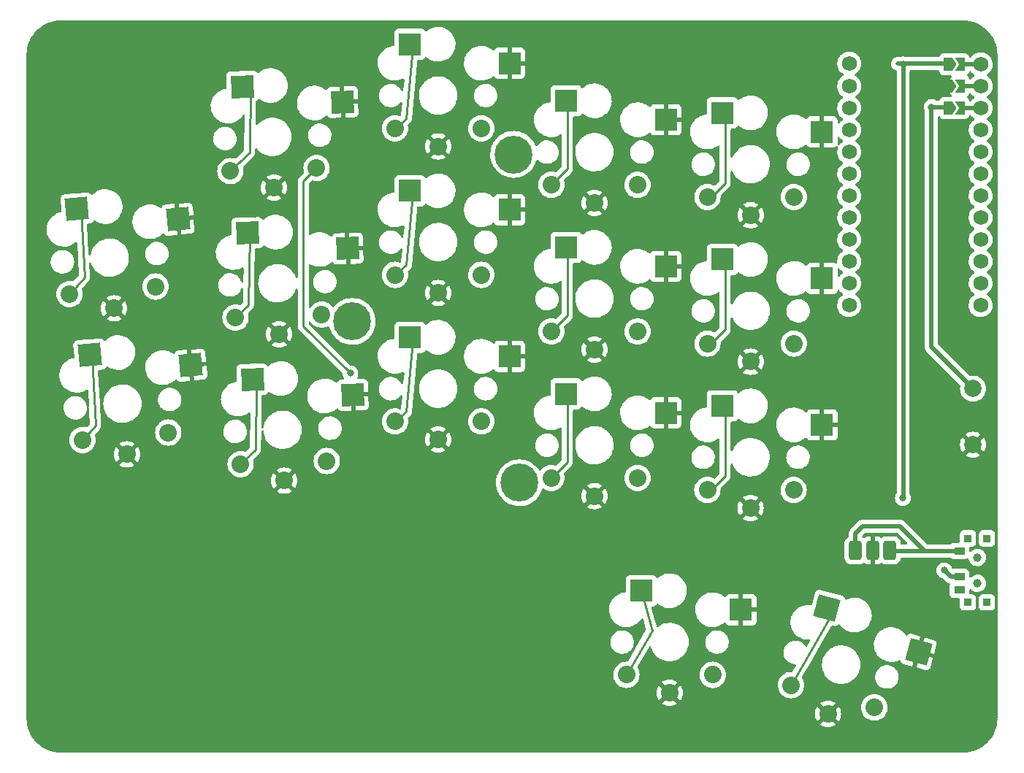
<source format=gbl>
%TF.GenerationSoftware,KiCad,Pcbnew,(6.0.4)*%
%TF.CreationDate,2022-06-21T15:17:04+02:00*%
%TF.ProjectId,konafa,6b6f6e61-6661-42e6-9b69-6361645f7063,v1.0.0*%
%TF.SameCoordinates,Original*%
%TF.FileFunction,Copper,L2,Bot*%
%TF.FilePolarity,Positive*%
%FSLAX46Y46*%
G04 Gerber Fmt 4.6, Leading zero omitted, Abs format (unit mm)*
G04 Created by KiCad (PCBNEW (6.0.4)) date 2022-06-21 15:17:04*
%MOMM*%
%LPD*%
G01*
G04 APERTURE LIST*
G04 Aperture macros list*
%AMRoundRect*
0 Rectangle with rounded corners*
0 $1 Rounding radius*
0 $2 $3 $4 $5 $6 $7 $8 $9 X,Y pos of 4 corners*
0 Add a 4 corners polygon primitive as box body*
4,1,4,$2,$3,$4,$5,$6,$7,$8,$9,$2,$3,0*
0 Add four circle primitives for the rounded corners*
1,1,$1+$1,$2,$3*
1,1,$1+$1,$4,$5*
1,1,$1+$1,$6,$7*
1,1,$1+$1,$8,$9*
0 Add four rect primitives between the rounded corners*
20,1,$1+$1,$2,$3,$4,$5,0*
20,1,$1+$1,$4,$5,$6,$7,0*
20,1,$1+$1,$6,$7,$8,$9,0*
20,1,$1+$1,$8,$9,$2,$3,0*%
%AMRotRect*
0 Rectangle, with rotation*
0 The origin of the aperture is its center*
0 $1 length*
0 $2 width*
0 $3 Rotation angle, in degrees counterclockwise*
0 Add horizontal line*
21,1,$1,$2,0,0,$3*%
%AMFreePoly0*
4,1,6,0.150000,0.000000,0.650000,-0.750000,-0.500000,-0.750000,-0.500000,0.750000,0.650000,0.750000,0.150000,0.000000,0.150000,0.000000,$1*%
%AMFreePoly1*
4,1,6,0.500000,-0.750000,-0.500000,-0.750000,-1.000000,0.000000,-0.500000,0.750000,0.500000,0.750000,0.500000,-0.750000,0.500000,-0.750000,$1*%
G04 Aperture macros list end*
%TA.AperFunction,ComponentPad*%
%ADD10RoundRect,0.375000X-0.375000X-0.750000X0.375000X-0.750000X0.375000X0.750000X-0.375000X0.750000X0*%
%TD*%
%TA.AperFunction,ComponentPad*%
%ADD11C,2.000000*%
%TD*%
%TA.AperFunction,ComponentPad*%
%ADD12C,2.032000*%
%TD*%
%TA.AperFunction,SMDPad,CuDef*%
%ADD13RotRect,2.600000X2.600000X2.000000*%
%TD*%
%TA.AperFunction,SMDPad,CuDef*%
%ADD14R,2.600000X2.600000*%
%TD*%
%TA.AperFunction,SMDPad,CuDef*%
%ADD15RotRect,2.600000X2.600000X345.000000*%
%TD*%
%TA.AperFunction,SMDPad,CuDef*%
%ADD16R,0.900000X0.900000*%
%TD*%
%TA.AperFunction,WasherPad*%
%ADD17C,1.000000*%
%TD*%
%TA.AperFunction,SMDPad,CuDef*%
%ADD18R,1.250000X0.900000*%
%TD*%
%TA.AperFunction,SMDPad,CuDef*%
%ADD19RotRect,2.600000X2.600000X5.000000*%
%TD*%
%TA.AperFunction,ComponentPad*%
%ADD20C,1.752600*%
%TD*%
%TA.AperFunction,SMDPad,CuDef*%
%ADD21FreePoly0,180.000000*%
%TD*%
%TA.AperFunction,SMDPad,CuDef*%
%ADD22R,1.524000X0.500000*%
%TD*%
%TA.AperFunction,SMDPad,CuDef*%
%ADD23FreePoly1,180.000000*%
%TD*%
%TA.AperFunction,ComponentPad*%
%ADD24C,4.400000*%
%TD*%
%TA.AperFunction,ViaPad*%
%ADD25C,0.800000*%
%TD*%
%TA.AperFunction,Conductor*%
%ADD26C,0.250000*%
%TD*%
%TA.AperFunction,Conductor*%
%ADD27C,0.500000*%
%TD*%
G04 APERTURE END LIST*
D10*
%TO.P,PAD1,1*%
%TO.N,Braw*%
X148871860Y60487381D03*
%TO.P,PAD1,2*%
%TO.N,GND*%
X146871860Y60487381D03*
%TO.P,PAD1,3*%
%TO.N,Braw*%
X144871860Y60487381D03*
%TD*%
D11*
%TO.P,B1,1*%
%TO.N,RST*%
X158496000Y79248000D03*
%TO.P,B1,2*%
%TO.N,GND*%
X158496000Y72748000D03*
%TD*%
D12*
%TO.P,S11,1*%
%TO.N,P3*%
X72405589Y104486264D03*
X82399497Y104835259D03*
D13*
X73789267Y114290527D03*
D12*
%TO.P,S11,2*%
%TO.N,GND*%
X77475832Y102562041D03*
D13*
X85409011Y112494955D03*
%TD*%
D12*
%TO.P,S15,1*%
%TO.N,P18*%
X91495817Y92446989D03*
X101495817Y92446989D03*
D14*
X93220816Y102196989D03*
%TO.P,S15,2*%
%TO.N,GND*%
X104770817Y99996988D03*
D12*
X96495817Y90346989D03*
%TD*%
%TO.P,S21,1*%
%TO.N,P16*%
X109611087Y85886017D03*
X119611087Y85886017D03*
D14*
X111336086Y95636017D03*
D12*
%TO.P,S21,2*%
%TO.N,GND*%
X114611087Y83786017D03*
D14*
X122886087Y93436016D03*
%TD*%
%TO.P,S29,1*%
%TO.N,P21*%
X129443279Y111228852D03*
D12*
X127718280Y101478852D03*
X137718280Y101478852D03*
%TO.P,S29,2*%
%TO.N,GND*%
X132718280Y99378852D03*
D14*
X140993280Y109028851D03*
%TD*%
D15*
%TO.P,S33,1*%
%TO.N,P9*%
X141590033Y53830443D03*
D12*
X147059585Y42270939D03*
X137400326Y44859129D03*
D15*
%TO.P,S33,2*%
%TO.N,GND*%
X152177075Y48716045D03*
D12*
X141686436Y41536590D03*
%TD*%
D13*
%TO.P,S7,1*%
%TO.N,P5*%
X74975851Y80311239D03*
D12*
X83586081Y70855971D03*
X73592173Y70506976D03*
D13*
%TO.P,S7,2*%
%TO.N,GND*%
X86595595Y78515667D03*
D12*
X78662416Y68582753D03*
%TD*%
D16*
%TO.P,T2,*%
%TO.N,*%
X160104000Y54466000D03*
X160104000Y61866000D03*
X157904000Y54466000D03*
X157904000Y61866000D03*
D17*
X159004000Y59666000D03*
X159004000Y56666000D03*
D18*
%TO.P,T2,1*%
%TO.N,Braw*%
X156929000Y60416000D03*
%TO.P,T2,2*%
%TO.N,RAW*%
X156929000Y57416000D03*
%TO.P,T2,3*%
%TO.N,N/C*%
X156929000Y55916000D03*
%TD*%
D12*
%TO.P,S5,1*%
%TO.N,P6*%
X53770150Y90222036D03*
D19*
X54638817Y100085278D03*
D12*
X63732097Y91093594D03*
%TO.P,S5,2*%
%TO.N,GND*%
X58934151Y88565806D03*
D19*
X66336609Y98900298D03*
%TD*%
D12*
%TO.P,S27,1*%
%TO.N,P20*%
X137718280Y84478852D03*
D14*
X129443279Y94228852D03*
D12*
X127718280Y84478852D03*
%TO.P,S27,2*%
%TO.N,GND*%
X132718280Y82378852D03*
D14*
X140993280Y92028851D03*
%TD*%
D12*
%TO.P,S9,1*%
%TO.N,P4*%
X72998881Y87496620D03*
D13*
X74382559Y97300883D03*
D12*
X82992789Y87845615D03*
D13*
%TO.P,S9,2*%
%TO.N,GND*%
X86002303Y95505311D03*
D12*
X78069124Y85572397D03*
%TD*%
%TO.P,S13,1*%
%TO.N,P2*%
X91495817Y75446989D03*
D14*
X93220816Y85196989D03*
D12*
X101495817Y75446989D03*
%TO.P,S13,2*%
%TO.N,GND*%
X96495817Y73346989D03*
D14*
X104770817Y82996988D03*
%TD*%
%TO.P,S27,1*%
%TO.N,P19*%
X129433966Y77242685D03*
D12*
X137708967Y67492685D03*
X127708967Y67492685D03*
D14*
%TO.P,S27,2*%
%TO.N,GND*%
X140983967Y75042684D03*
D12*
X132708967Y65392685D03*
%TD*%
D14*
%TO.P,S17,1*%
%TO.N,P15*%
X93220817Y119196989D03*
D12*
X91495818Y109446989D03*
X101495818Y109446989D03*
D14*
%TO.P,S17,2*%
%TO.N,GND*%
X104770818Y116996988D03*
D12*
X96495818Y107346989D03*
%TD*%
D14*
%TO.P,S31,1*%
%TO.N,P8*%
X120045173Y55804554D03*
D12*
X128320174Y46054554D03*
X118320174Y46054554D03*
%TO.P,S31,2*%
%TO.N,GND*%
X123320174Y43954554D03*
D14*
X131595174Y53604553D03*
%TD*%
D20*
%TO.P,MCU1,*%
%TO.N,*%
X159385000Y114343254D03*
D21*
X157051477Y114343254D03*
D20*
X159385000Y111803254D03*
D22*
X158001477Y116883254D03*
D20*
X144145000Y111803254D03*
D22*
X158001477Y114343254D03*
X158001477Y111803254D03*
D21*
X157051477Y111803254D03*
X157051477Y116883254D03*
D20*
X144145000Y116967000D03*
X159385000Y116883254D03*
X144145000Y114343254D03*
D23*
%TO.P,MCU1,1*%
%TO.N,RAW*%
X155601477Y116883254D03*
%TO.P,MCU1,2*%
%TO.N,GND*%
X155601477Y114343254D03*
%TO.P,MCU1,3*%
%TO.N,RST*%
X155601477Y111803254D03*
D20*
%TO.P,MCU1,4*%
%TO.N,N/C*%
X144145000Y109263254D03*
%TO.P,MCU1,5*%
%TO.N,P21*%
X144145000Y106723254D03*
%TO.P,MCU1,6*%
%TO.N,P20*%
X144145000Y104183254D03*
%TO.P,MCU1,7*%
%TO.N,P19*%
X144145000Y101643254D03*
%TO.P,MCU1,8*%
%TO.N,P18*%
X144145000Y99103254D03*
%TO.P,MCU1,9*%
%TO.N,P15*%
X144145000Y96563254D03*
%TO.P,MCU1,10*%
%TO.N,P14*%
X144145000Y94023254D03*
%TO.P,MCU1,11*%
%TO.N,P16*%
X144145000Y91483254D03*
%TO.P,MCU1,12*%
%TO.N,P10*%
X144145000Y88943254D03*
%TO.P,MCU1,16*%
%TO.N,N/C*%
X159385000Y109263254D03*
%TO.P,MCU1,17*%
%TO.N,P2*%
X159385000Y106723254D03*
%TO.P,MCU1,18*%
%TO.N,P3*%
X159385000Y104183254D03*
%TO.P,MCU1,19*%
%TO.N,P4*%
X159385000Y101643254D03*
%TO.P,MCU1,20*%
%TO.N,P5*%
X159385000Y99103254D03*
%TO.P,MCU1,21*%
%TO.N,P6*%
X159385000Y96563254D03*
%TO.P,MCU1,22*%
%TO.N,P7*%
X159385000Y94023254D03*
%TO.P,MCU1,23*%
%TO.N,P8*%
X159385000Y91483254D03*
%TO.P,MCU1,24*%
%TO.N,P9*%
X159385000Y88943254D03*
%TD*%
D12*
%TO.P,S3,1*%
%TO.N,P7*%
X55251797Y73286724D03*
X65213744Y74158282D03*
D19*
X56120464Y83149966D03*
%TO.P,S3,2*%
%TO.N,GND*%
X67818256Y81964986D03*
D12*
X60415798Y71630494D03*
%TD*%
D24*
%TO.P,REF\u002A\u002A,1*%
%TO.N,N/C*%
X86538433Y87040631D03*
X105918000Y68326000D03*
X105253064Y106420198D03*
%TD*%
D12*
%TO.P,S23,1*%
%TO.N,P10*%
X109611087Y102886017D03*
X119611087Y102886017D03*
D14*
X111336086Y112636017D03*
D12*
%TO.P,S23,2*%
%TO.N,GND*%
X114611087Y100786017D03*
D14*
X122886087Y110436016D03*
%TD*%
D12*
%TO.P,S19,1*%
%TO.N,P14*%
X109611087Y68886017D03*
X119611087Y68886017D03*
D14*
X111336086Y78636017D03*
%TO.P,S19,2*%
%TO.N,GND*%
X122886087Y76436016D03*
D12*
X114611087Y66786017D03*
%TD*%
D25*
%TO.N,GND*%
X152019000Y114300000D03*
%TO.N,P3*%
X86321314Y81026000D03*
%TO.N,RAW*%
X155165113Y58166000D03*
X150368000Y66548000D03*
X150401808Y116864779D03*
%TO.N,RST*%
X153691162Y111908162D03*
%TD*%
D26*
%TO.N,P6*%
X55488475Y92130429D02*
X53770150Y90222037D01*
X55093012Y99676322D02*
X55488475Y92130429D01*
X54638817Y100085279D02*
X55093012Y99676322D01*
D27*
%TO.N,GND*%
X152043758Y114324758D02*
X155853915Y114324758D01*
D26*
%TO.N,P5*%
X75450233Y79820002D02*
X75316743Y72172374D01*
X75316743Y72172374D02*
X73592173Y70506976D01*
X74975852Y80311238D02*
X75450233Y79820002D01*
%TO.N,P4*%
X74382559Y97300882D02*
X74644883Y97029238D01*
X74503858Y88949960D02*
X72998881Y87496620D01*
X74644883Y97029238D02*
X74503858Y88949960D01*
%TO.N,P3*%
X80854777Y86492537D02*
X80854777Y103290539D01*
X80854777Y103290539D02*
X82399497Y104835259D01*
X74588217Y114572308D02*
X74773082Y114380875D01*
X74638001Y106642080D02*
X72405589Y104486264D01*
X74773082Y114380875D02*
X74638001Y106642080D01*
X86321314Y81026000D02*
X80854777Y86492537D01*
%TO.N,P2*%
X92813707Y76552830D02*
X91495817Y75446988D01*
X93220818Y85196988D02*
X93537006Y84820170D01*
X93537006Y84820170D02*
X92813707Y76552830D01*
%TO.N,P18*%
X92813707Y93552830D02*
X91495817Y92446988D01*
X93220817Y102196988D02*
X93537006Y101820170D01*
X93537006Y101820170D02*
X92813707Y93552830D01*
%TO.N,P15*%
X92813708Y110552830D02*
X91495817Y109446988D01*
X93537006Y118820170D02*
X92813708Y110552830D01*
X93220818Y119196988D02*
X93537006Y118820170D01*
%TO.N,P14*%
X111485608Y79029475D02*
X111485608Y70760538D01*
X111485608Y70760538D02*
X109611087Y68886017D01*
%TO.N,P16*%
X111485608Y96029475D02*
X111485608Y87760538D01*
X111485608Y87760538D02*
X109611087Y85886017D01*
%TO.N,P10*%
X111485608Y104760538D02*
X109611087Y102886017D01*
X111485608Y113029475D02*
X111485608Y104760538D01*
%TO.N,P19*%
X129294392Y76671700D02*
X129763633Y76202459D01*
X129763633Y76202459D02*
X129763633Y69115941D01*
X129763633Y69115941D02*
X127569392Y66921700D01*
%TO.N,P20*%
X129772946Y86102108D02*
X127578705Y83907867D01*
X129772946Y93188626D02*
X129772946Y86102108D01*
X129303705Y93657867D02*
X129772946Y93188626D01*
%TO.N,P21*%
X129772946Y110188626D02*
X129772946Y103102108D01*
X129772946Y103102108D02*
X128149690Y101478852D01*
X129303705Y110657867D02*
X129772946Y110188626D01*
%TO.N,P7*%
X56359403Y82934826D02*
X56776306Y74979862D01*
X56776306Y74979862D02*
X55251798Y73286724D01*
X56120464Y83149967D02*
X56359403Y82934826D01*
%TO.N,P8*%
X120045174Y55804554D02*
X121282744Y51185878D01*
X121282744Y51185878D02*
X118320173Y46054555D01*
%TO.N,P9*%
X141903815Y52659400D02*
X137400326Y44859129D01*
X141590035Y53830443D02*
X141903815Y52659400D01*
D27*
%TO.N,RAW*%
X150400000Y116862971D02*
X150401808Y116864779D01*
X155956000Y57404000D02*
X155968000Y57416000D01*
X155968000Y57416000D02*
X156929000Y57416000D01*
X155165113Y58166000D02*
X155927113Y57404000D01*
X149759699Y116940301D02*
X155501242Y116940301D01*
X150400000Y66580000D02*
X150400000Y116862971D01*
X155927113Y57404000D02*
X155956000Y57404000D01*
X150368000Y66548000D02*
X150400000Y66580000D01*
%TO.N,RST*%
X153670000Y84074000D02*
X158496000Y79248000D01*
X153691260Y111908260D02*
X155469622Y111908260D01*
X153670000Y111887000D02*
X153670000Y84074000D01*
X153691162Y111908162D02*
X153670000Y111887000D01*
%TO.N,Braw*%
X144871860Y62456381D02*
X144871860Y60487381D01*
X156929000Y60416000D02*
X156924124Y60420876D01*
X156929000Y60416000D02*
X152880241Y60416000D01*
X156924124Y60420876D02*
X148938365Y60420876D01*
X145696860Y63281381D02*
X144871860Y62456381D01*
X150014860Y63281381D02*
X145696860Y63281381D01*
X148938365Y60420876D02*
X148871860Y60487381D01*
X152880241Y60416000D02*
X150014860Y63281381D01*
%TD*%
%TA.AperFunction,Conductor*%
%TO.N,GND*%
G36*
X100538282Y121935515D02*
G01*
X157339133Y121933961D01*
X157358514Y121932461D01*
X157373356Y121930150D01*
X157373359Y121930150D01*
X157382228Y121928769D01*
X157391131Y121929933D01*
X157391136Y121929933D01*
X157402158Y121931374D01*
X157424313Y121932304D01*
X157707073Y121919231D01*
X157745898Y121917436D01*
X157757487Y121916362D01*
X158106066Y121867737D01*
X158117506Y121865598D01*
X158460105Y121785019D01*
X158471292Y121781836D01*
X158805010Y121669984D01*
X158815842Y121665788D01*
X159137823Y121523618D01*
X159148222Y121518440D01*
X159455714Y121347167D01*
X159465591Y121341051D01*
X159689879Y121187408D01*
X159755953Y121142146D01*
X159765238Y121135135D01*
X159991071Y120947604D01*
X160036009Y120910288D01*
X160044610Y120902447D01*
X160293472Y120653582D01*
X160301313Y120644981D01*
X160526155Y120374210D01*
X160533168Y120364923D01*
X160732064Y120074568D01*
X160738191Y120064672D01*
X160909456Y119757188D01*
X160914643Y119746770D01*
X161056793Y119424825D01*
X161060998Y119413973D01*
X161157273Y119126722D01*
X161172848Y119080250D01*
X161176030Y119069063D01*
X161244837Y118776504D01*
X161256605Y118726468D01*
X161258743Y118715031D01*
X161288516Y118501585D01*
X161307366Y118366449D01*
X161308440Y118354863D01*
X161310451Y118311354D01*
X161322972Y118040462D01*
X161321606Y118015261D01*
X161321407Y118013981D01*
X161319813Y118003741D01*
X161323940Y117972184D01*
X161325003Y117955854D01*
X161323404Y83829706D01*
X161321400Y41038483D01*
X161319900Y41019104D01*
X161317588Y41004257D01*
X161317588Y41004252D01*
X161316207Y40995384D01*
X161317371Y40986483D01*
X161318813Y40975452D01*
X161319742Y40953298D01*
X161304875Y40631715D01*
X161303801Y40620126D01*
X161255177Y40271549D01*
X161253038Y40260109D01*
X161172460Y39917516D01*
X161169276Y39906325D01*
X161057424Y39572609D01*
X161053228Y39561777D01*
X160911059Y39239798D01*
X160905881Y39229399D01*
X160904945Y39227718D01*
X160734613Y38921919D01*
X160728486Y38912024D01*
X160529587Y38621671D01*
X160522573Y38612383D01*
X160297729Y38341620D01*
X160289889Y38333020D01*
X160041018Y38084153D01*
X160032416Y38076312D01*
X159761658Y37851484D01*
X159752371Y37844470D01*
X159687994Y37800372D01*
X159461996Y37645564D01*
X159452105Y37639441D01*
X159144639Y37468190D01*
X159134221Y37463002D01*
X158948396Y37380956D01*
X158812252Y37320845D01*
X158801412Y37316645D01*
X158467693Y37204800D01*
X158456511Y37201619D01*
X158131678Y37125226D01*
X158113902Y37121045D01*
X158102461Y37118907D01*
X157753888Y37070290D01*
X157742312Y37069218D01*
X157427660Y37054677D01*
X157402465Y37056043D01*
X157391186Y37057800D01*
X157382283Y37056636D01*
X157382282Y37056636D01*
X157359611Y37053672D01*
X157343279Y37052609D01*
X109577269Y37051856D01*
X52772869Y37050960D01*
X52753486Y37052460D01*
X52729780Y37056151D01*
X52714032Y37054092D01*
X52709848Y37053545D01*
X52687694Y37052616D01*
X52667599Y37053545D01*
X52575559Y37057800D01*
X52366104Y37067483D01*
X52354516Y37068557D01*
X52342085Y37070291D01*
X52005927Y37117183D01*
X51994497Y37119320D01*
X51845606Y37154339D01*
X51651897Y37199898D01*
X51640702Y37203083D01*
X51306992Y37314931D01*
X51296141Y37319135D01*
X50974179Y37461293D01*
X50963765Y37466478D01*
X50835087Y37538150D01*
X50656278Y37637745D01*
X50646383Y37643872D01*
X50356018Y37842775D01*
X50346731Y37849789D01*
X50075970Y38074624D01*
X50067369Y38082464D01*
X49818496Y38331335D01*
X49810655Y38339936D01*
X49585807Y38610708D01*
X49578794Y38619995D01*
X49379892Y38910351D01*
X49373765Y38920246D01*
X49202502Y39227718D01*
X49197314Y39238136D01*
X49173689Y39291642D01*
X49055147Y39560108D01*
X49050944Y39570957D01*
X48939094Y39904663D01*
X48935909Y39915857D01*
X48855328Y40258457D01*
X48853189Y40269897D01*
X48850066Y40292284D01*
X140806960Y40292284D01*
X140812687Y40284634D01*
X140988195Y40177083D01*
X140996989Y40172602D01*
X141209465Y40084592D01*
X141218850Y40081543D01*
X141442480Y40027853D01*
X141452227Y40026310D01*
X141681506Y40008265D01*
X141691366Y40008265D01*
X141920645Y40026310D01*
X141930392Y40027853D01*
X142154022Y40081543D01*
X142163407Y40084592D01*
X142375883Y40172602D01*
X142384677Y40177083D01*
X142556519Y40282387D01*
X142565979Y40292843D01*
X142562195Y40301621D01*
X141699248Y41164568D01*
X141685304Y41172182D01*
X141683471Y41172051D01*
X141676856Y41167800D01*
X140813720Y40304664D01*
X140806960Y40292284D01*
X48850066Y40292284D01*
X48804561Y40618479D01*
X48803487Y40630068D01*
X48788969Y40944037D01*
X48790334Y40969235D01*
X48790343Y40969294D01*
X48792195Y40981189D01*
X48788066Y41012768D01*
X48787003Y41029092D01*
X48786979Y41531660D01*
X140158111Y41531660D01*
X140176156Y41302381D01*
X140177699Y41292634D01*
X140231389Y41069004D01*
X140234438Y41059619D01*
X140322448Y40847143D01*
X140326929Y40838349D01*
X140432233Y40666507D01*
X140442689Y40657047D01*
X140451467Y40660831D01*
X141314414Y41523778D01*
X141320792Y41535458D01*
X142050844Y41535458D01*
X142050975Y41533625D01*
X142055226Y41527010D01*
X142918362Y40663874D01*
X142930742Y40657114D01*
X142938392Y40662841D01*
X143045943Y40838349D01*
X143050424Y40847143D01*
X143138434Y41059619D01*
X143141483Y41069004D01*
X143195173Y41292634D01*
X143196716Y41302381D01*
X143214761Y41531660D01*
X143214761Y41541520D01*
X143196716Y41770799D01*
X143195173Y41780546D01*
X143141483Y42004176D01*
X143138434Y42013561D01*
X143050424Y42226037D01*
X143045943Y42234831D01*
X143023816Y42270939D01*
X145530371Y42270939D01*
X145549198Y42031717D01*
X145550352Y42026910D01*
X145550353Y42026904D01*
X145580581Y41900998D01*
X145605216Y41798386D01*
X145607109Y41793815D01*
X145607110Y41793813D01*
X145612606Y41780546D01*
X145697045Y41576690D01*
X145822425Y41372090D01*
X145978267Y41189621D01*
X146160736Y41033779D01*
X146365336Y40908399D01*
X146369906Y40906506D01*
X146369908Y40906505D01*
X146582459Y40818464D01*
X146587032Y40816570D01*
X146668622Y40796982D01*
X146815550Y40761707D01*
X146815556Y40761706D01*
X146820363Y40760552D01*
X147059585Y40741725D01*
X147298807Y40760552D01*
X147303614Y40761706D01*
X147303620Y40761707D01*
X147450548Y40796982D01*
X147532138Y40816570D01*
X147536711Y40818464D01*
X147749262Y40906505D01*
X147749264Y40906506D01*
X147753834Y40908399D01*
X147958434Y41033779D01*
X148140903Y41189621D01*
X148296745Y41372090D01*
X148422125Y41576690D01*
X148506565Y41780546D01*
X148512060Y41793813D01*
X148512061Y41793815D01*
X148513954Y41798386D01*
X148538589Y41900998D01*
X148568817Y42026904D01*
X148568818Y42026910D01*
X148569972Y42031717D01*
X148588799Y42270939D01*
X148569972Y42510161D01*
X148568818Y42514968D01*
X148568817Y42514974D01*
X148521801Y42710807D01*
X148513954Y42743492D01*
X148503589Y42768516D01*
X148424019Y42960616D01*
X148424018Y42960618D01*
X148422125Y42965188D01*
X148296745Y43169788D01*
X148140903Y43352257D01*
X147994164Y43477583D01*
X147962202Y43504881D01*
X147962201Y43504882D01*
X147958434Y43508099D01*
X147753834Y43633479D01*
X147749264Y43635372D01*
X147749262Y43635373D01*
X147536711Y43723414D01*
X147536709Y43723415D01*
X147532138Y43725308D01*
X147450548Y43744896D01*
X147303620Y43780171D01*
X147303614Y43780172D01*
X147298807Y43781326D01*
X147059585Y43800153D01*
X146820363Y43781326D01*
X146815556Y43780172D01*
X146815550Y43780171D01*
X146668622Y43744896D01*
X146587032Y43725308D01*
X146582461Y43723415D01*
X146582459Y43723414D01*
X146369908Y43635373D01*
X146369906Y43635372D01*
X146365336Y43633479D01*
X146160736Y43508099D01*
X146156969Y43504882D01*
X146156968Y43504881D01*
X146125006Y43477583D01*
X145978267Y43352257D01*
X145822425Y43169788D01*
X145697045Y42965188D01*
X145695152Y42960618D01*
X145695151Y42960616D01*
X145615581Y42768516D01*
X145605216Y42743492D01*
X145597369Y42710807D01*
X145550353Y42514974D01*
X145550352Y42514968D01*
X145549198Y42510161D01*
X145530371Y42270939D01*
X143023816Y42270939D01*
X142940639Y42406673D01*
X142930183Y42416133D01*
X142921405Y42412349D01*
X142058458Y41549402D01*
X142050844Y41535458D01*
X141320792Y41535458D01*
X141322028Y41537722D01*
X141321897Y41539555D01*
X141317646Y41546170D01*
X140454510Y42409306D01*
X140442130Y42416066D01*
X140434480Y42410339D01*
X140326929Y42234831D01*
X140322448Y42226037D01*
X140234438Y42013561D01*
X140231389Y42004176D01*
X140177699Y41780546D01*
X140176156Y41770799D01*
X140158111Y41541520D01*
X140158111Y41531660D01*
X48786979Y41531660D01*
X48786924Y42710248D01*
X122440698Y42710248D01*
X122446425Y42702598D01*
X122621933Y42595047D01*
X122630727Y42590566D01*
X122843203Y42502556D01*
X122852588Y42499507D01*
X123076218Y42445817D01*
X123085965Y42444274D01*
X123315244Y42426229D01*
X123325104Y42426229D01*
X123554383Y42444274D01*
X123564130Y42445817D01*
X123787760Y42499507D01*
X123797145Y42502556D01*
X124009621Y42590566D01*
X124018415Y42595047D01*
X124190257Y42700351D01*
X124199717Y42710807D01*
X124195933Y42719585D01*
X124135181Y42780337D01*
X140806893Y42780337D01*
X140810677Y42771559D01*
X141673624Y41908612D01*
X141687568Y41900998D01*
X141689401Y41901129D01*
X141696016Y41905380D01*
X142559152Y42768516D01*
X142565912Y42780896D01*
X142560185Y42788546D01*
X142384677Y42896097D01*
X142375883Y42900578D01*
X142163407Y42988588D01*
X142154022Y42991637D01*
X141930392Y43045327D01*
X141920645Y43046870D01*
X141691366Y43064915D01*
X141681506Y43064915D01*
X141452227Y43046870D01*
X141442480Y43045327D01*
X141218850Y42991637D01*
X141209465Y42988588D01*
X140996989Y42900578D01*
X140988195Y42896097D01*
X140816353Y42790793D01*
X140806893Y42780337D01*
X124135181Y42780337D01*
X123332986Y43582532D01*
X123319042Y43590146D01*
X123317209Y43590015D01*
X123310594Y43585764D01*
X122447458Y42722628D01*
X122440698Y42710248D01*
X48786924Y42710248D01*
X48786865Y43949624D01*
X121791849Y43949624D01*
X121809894Y43720345D01*
X121811437Y43710598D01*
X121865127Y43486968D01*
X121868176Y43477583D01*
X121956186Y43265107D01*
X121960667Y43256313D01*
X122065971Y43084471D01*
X122076427Y43075011D01*
X122085205Y43078795D01*
X122948152Y43941742D01*
X122954530Y43953422D01*
X123684582Y43953422D01*
X123684713Y43951589D01*
X123688964Y43944974D01*
X124552100Y43081838D01*
X124564480Y43075078D01*
X124572130Y43080805D01*
X124679681Y43256313D01*
X124684162Y43265107D01*
X124772172Y43477583D01*
X124775221Y43486968D01*
X124828911Y43710598D01*
X124830454Y43720345D01*
X124848499Y43949624D01*
X124848499Y43959484D01*
X124830454Y44188763D01*
X124828911Y44198510D01*
X124775221Y44422140D01*
X124772172Y44431525D01*
X124684162Y44644001D01*
X124679681Y44652795D01*
X124574377Y44824637D01*
X124563921Y44834097D01*
X124555143Y44830313D01*
X123692196Y43967366D01*
X123684582Y43953422D01*
X122954530Y43953422D01*
X122955766Y43955686D01*
X122955635Y43957519D01*
X122951384Y43964134D01*
X122088248Y44827270D01*
X122075868Y44834030D01*
X122068218Y44828303D01*
X121960667Y44652795D01*
X121956186Y44644001D01*
X121868176Y44431525D01*
X121865127Y44422140D01*
X121811437Y44198510D01*
X121809894Y44188763D01*
X121791849Y43959484D01*
X121791849Y43949624D01*
X48786865Y43949624D01*
X48786583Y49918822D01*
X116457374Y49918822D01*
X116457574Y49913492D01*
X116457574Y49913491D01*
X116459832Y49853350D01*
X116466028Y49688286D01*
X116513402Y49462504D01*
X116515360Y49457545D01*
X116515361Y49457543D01*
X116535334Y49406968D01*
X116598141Y49247932D01*
X116717821Y49050705D01*
X116721318Y49046675D01*
X116807942Y48946850D01*
X116869021Y48876462D01*
X116873152Y48873075D01*
X117043289Y48733570D01*
X117043295Y48733566D01*
X117047417Y48730186D01*
X117247909Y48616060D01*
X117252925Y48614239D01*
X117252930Y48614237D01*
X117459749Y48539165D01*
X117459753Y48539164D01*
X117464764Y48537345D01*
X117470013Y48536396D01*
X117470016Y48536395D01*
X117687697Y48497032D01*
X117687704Y48497031D01*
X117691781Y48496294D01*
X117709518Y48495458D01*
X117714466Y48495224D01*
X117714473Y48495224D01*
X117715954Y48495154D01*
X117878099Y48495154D01*
X117945055Y48500835D01*
X118044736Y48509293D01*
X118044740Y48509294D01*
X118050047Y48509744D01*
X118055202Y48511082D01*
X118055208Y48511083D01*
X118268177Y48566359D01*
X118268181Y48566360D01*
X118273346Y48567701D01*
X118278212Y48569893D01*
X118278215Y48569894D01*
X118478823Y48660261D01*
X118483689Y48662453D01*
X118488109Y48665429D01*
X118488113Y48665431D01*
X118634677Y48764105D01*
X118675059Y48791292D01*
X118841986Y48950532D01*
X118907338Y49038368D01*
X118976511Y49131340D01*
X118976513Y49131343D01*
X118979695Y49135620D01*
X119034479Y49243371D01*
X119081832Y49336508D01*
X119081832Y49336509D01*
X119084251Y49341266D01*
X119137795Y49513705D01*
X119151079Y49556484D01*
X119151080Y49556490D01*
X119152663Y49561587D01*
X119177356Y49747898D01*
X119182274Y49785001D01*
X119182274Y49785006D01*
X119182974Y49790286D01*
X119178967Y49897043D01*
X119176061Y49974446D01*
X119174320Y50020822D01*
X119126946Y50246604D01*
X119042207Y50461176D01*
X118922527Y50658403D01*
X118883354Y50703546D01*
X118774827Y50828613D01*
X118774825Y50828615D01*
X118771327Y50832646D01*
X118680107Y50907442D01*
X118597059Y50975538D01*
X118597053Y50975542D01*
X118592931Y50978922D01*
X118392439Y51093048D01*
X118387423Y51094869D01*
X118387418Y51094871D01*
X118180599Y51169943D01*
X118180595Y51169944D01*
X118175584Y51171763D01*
X118170335Y51172712D01*
X118170332Y51172713D01*
X117952651Y51212076D01*
X117952644Y51212077D01*
X117948567Y51212814D01*
X117930830Y51213650D01*
X117925882Y51213884D01*
X117925875Y51213884D01*
X117924394Y51213954D01*
X117762249Y51213954D01*
X117695293Y51208273D01*
X117595612Y51199815D01*
X117595608Y51199814D01*
X117590301Y51199364D01*
X117585146Y51198026D01*
X117585140Y51198025D01*
X117372171Y51142749D01*
X117372167Y51142748D01*
X117367002Y51141407D01*
X117362136Y51139215D01*
X117362133Y51139214D01*
X117161656Y51048906D01*
X117156659Y51046655D01*
X117152239Y51043679D01*
X117152235Y51043677D01*
X117070566Y50988693D01*
X116965289Y50917816D01*
X116798362Y50758576D01*
X116660653Y50573488D01*
X116658238Y50568738D01*
X116559298Y50374137D01*
X116556097Y50367842D01*
X116540594Y50317913D01*
X116489269Y50152624D01*
X116489268Y50152618D01*
X116487685Y50147521D01*
X116483017Y50112297D01*
X116468646Y50003867D01*
X116457374Y49918822D01*
X48786583Y49918822D01*
X48786405Y53674820D01*
X116307996Y53674820D01*
X116308149Y53670432D01*
X116308149Y53670426D01*
X116315303Y53465575D01*
X116317799Y53394095D01*
X116318561Y53389772D01*
X116318562Y53389765D01*
X116337703Y53281215D01*
X116366576Y53117466D01*
X116453377Y52850318D01*
X116455305Y52846365D01*
X116455307Y52846360D01*
X116510487Y52733225D01*
X116576514Y52597851D01*
X116578969Y52594212D01*
X116578972Y52594206D01*
X116616981Y52537856D01*
X116733589Y52364977D01*
X116736534Y52361706D01*
X116736535Y52361705D01*
X116741175Y52356552D01*
X116921545Y52156231D01*
X117136724Y51975674D01*
X117374938Y51826822D01*
X117491781Y51774800D01*
X117601821Y51725807D01*
X117631549Y51712571D01*
X117901564Y51635146D01*
X117905914Y51634535D01*
X117905917Y51634534D01*
X118008864Y51620066D01*
X118179726Y51596053D01*
X118390320Y51596053D01*
X118392506Y51596206D01*
X118392510Y51596206D01*
X118596001Y51610435D01*
X118596006Y51610436D01*
X118600386Y51610742D01*
X118875144Y51669144D01*
X118879273Y51670647D01*
X118879277Y51670648D01*
X119134955Y51763707D01*
X119134959Y51763709D01*
X119139100Y51765216D01*
X119387116Y51897089D01*
X119390677Y51899676D01*
X119610803Y52059606D01*
X119610806Y52059609D01*
X119614366Y52062195D01*
X119626094Y52073520D01*
X119715121Y52159493D01*
X119816426Y52257322D01*
X119989362Y52478671D01*
X119991558Y52482475D01*
X119991563Y52482482D01*
X120036113Y52559646D01*
X120087496Y52608639D01*
X120157209Y52622075D01*
X120223120Y52595689D01*
X120264302Y52537856D01*
X120266939Y52529257D01*
X120589406Y51325791D01*
X120587716Y51254815D01*
X120576818Y51230180D01*
X118504732Y47641221D01*
X118453350Y47592228D01*
X118385727Y47578609D01*
X118325104Y47583380D01*
X118320174Y47583768D01*
X118080952Y47564941D01*
X118076145Y47563787D01*
X118076139Y47563786D01*
X117948475Y47533136D01*
X117847621Y47508923D01*
X117843050Y47507030D01*
X117843048Y47507029D01*
X117630497Y47418988D01*
X117630495Y47418987D01*
X117625925Y47417094D01*
X117421325Y47291714D01*
X117417558Y47288497D01*
X117417557Y47288496D01*
X117405316Y47278041D01*
X117238856Y47135872D01*
X117235643Y47132110D01*
X117123811Y47001170D01*
X117083014Y46953403D01*
X116957634Y46748803D01*
X116955741Y46744233D01*
X116955740Y46744231D01*
X116869182Y46535261D01*
X116865805Y46527107D01*
X116864650Y46522295D01*
X116810942Y46298589D01*
X116810941Y46298583D01*
X116809787Y46293776D01*
X116790960Y46054554D01*
X116809787Y45815332D01*
X116810941Y45810525D01*
X116810942Y45810519D01*
X116846217Y45663591D01*
X116865805Y45582001D01*
X116867698Y45577430D01*
X116867699Y45577428D01*
X116909076Y45477536D01*
X116957634Y45360305D01*
X117083014Y45155705D01*
X117086231Y45151938D01*
X117086232Y45151937D01*
X117136472Y45093113D01*
X117238856Y44973236D01*
X117242618Y44970023D01*
X117409762Y44827270D01*
X117421325Y44817394D01*
X117625925Y44692014D01*
X117630495Y44690121D01*
X117630497Y44690120D01*
X117805205Y44617754D01*
X117847621Y44600185D01*
X117929211Y44580597D01*
X118076139Y44545322D01*
X118076145Y44545321D01*
X118080952Y44544167D01*
X118320174Y44525340D01*
X118559396Y44544167D01*
X118564203Y44545321D01*
X118564209Y44545322D01*
X118711137Y44580597D01*
X118792727Y44600185D01*
X118835143Y44617754D01*
X119009851Y44690120D01*
X119009853Y44690121D01*
X119014423Y44692014D01*
X119219023Y44817394D01*
X119230587Y44827270D01*
X119397730Y44970023D01*
X119401492Y44973236D01*
X119503876Y45093113D01*
X119554116Y45151937D01*
X119554117Y45151938D01*
X119557334Y45155705D01*
X119583437Y45198301D01*
X122440631Y45198301D01*
X122444415Y45189523D01*
X123307362Y44326576D01*
X123321306Y44318962D01*
X123323139Y44319093D01*
X123329754Y44323344D01*
X124192890Y45186480D01*
X124199650Y45198860D01*
X124193923Y45206510D01*
X124018415Y45314061D01*
X124009621Y45318542D01*
X123797145Y45406552D01*
X123787760Y45409601D01*
X123564130Y45463291D01*
X123554383Y45464834D01*
X123325104Y45482879D01*
X123315244Y45482879D01*
X123085965Y45464834D01*
X123076218Y45463291D01*
X122852588Y45409601D01*
X122843203Y45406552D01*
X122630727Y45318542D01*
X122621933Y45314061D01*
X122450091Y45208757D01*
X122440631Y45198301D01*
X119583437Y45198301D01*
X119682714Y45360305D01*
X119731273Y45477536D01*
X119772649Y45577428D01*
X119772650Y45577430D01*
X119774543Y45582001D01*
X119794131Y45663591D01*
X119829406Y45810519D01*
X119829407Y45810525D01*
X119830561Y45815332D01*
X119849388Y46054554D01*
X126790960Y46054554D01*
X126809787Y45815332D01*
X126810941Y45810525D01*
X126810942Y45810519D01*
X126846217Y45663591D01*
X126865805Y45582001D01*
X126867698Y45577430D01*
X126867699Y45577428D01*
X126909076Y45477536D01*
X126957634Y45360305D01*
X127083014Y45155705D01*
X127086231Y45151938D01*
X127086232Y45151937D01*
X127136472Y45093113D01*
X127238856Y44973236D01*
X127242618Y44970023D01*
X127409762Y44827270D01*
X127421325Y44817394D01*
X127625925Y44692014D01*
X127630495Y44690121D01*
X127630497Y44690120D01*
X127805205Y44617754D01*
X127847621Y44600185D01*
X127929211Y44580597D01*
X128076139Y44545322D01*
X128076145Y44545321D01*
X128080952Y44544167D01*
X128320174Y44525340D01*
X128559396Y44544167D01*
X128564203Y44545321D01*
X128564209Y44545322D01*
X128711137Y44580597D01*
X128792727Y44600185D01*
X128835143Y44617754D01*
X129009851Y44690120D01*
X129009853Y44690121D01*
X129014423Y44692014D01*
X129219023Y44817394D01*
X129230587Y44827270D01*
X129267889Y44859129D01*
X135871112Y44859129D01*
X135889939Y44619907D01*
X135891093Y44615100D01*
X135891094Y44615094D01*
X135926270Y44468576D01*
X135945957Y44386576D01*
X135947850Y44382005D01*
X135947851Y44382003D01*
X135970810Y44326576D01*
X136037786Y44164880D01*
X136163166Y43960280D01*
X136166383Y43956513D01*
X136166384Y43956512D01*
X136169023Y43953422D01*
X136319008Y43777811D01*
X136322770Y43774598D01*
X136491031Y43630891D01*
X136501477Y43621969D01*
X136706077Y43496589D01*
X136710647Y43494696D01*
X136710649Y43494695D01*
X136923200Y43406654D01*
X136927773Y43404760D01*
X137009363Y43385172D01*
X137156291Y43349897D01*
X137156297Y43349896D01*
X137161104Y43348742D01*
X137400326Y43329915D01*
X137639548Y43348742D01*
X137644355Y43349896D01*
X137644361Y43349897D01*
X137791289Y43385172D01*
X137872879Y43404760D01*
X137877452Y43406654D01*
X138090003Y43494695D01*
X138090005Y43494696D01*
X138094575Y43496589D01*
X138299175Y43621969D01*
X138309622Y43630891D01*
X138477882Y43774598D01*
X138481644Y43777811D01*
X138631629Y43953422D01*
X138634268Y43956512D01*
X138634269Y43956513D01*
X138637486Y43960280D01*
X138762866Y44164880D01*
X138829843Y44326576D01*
X138852801Y44382003D01*
X138852802Y44382005D01*
X138854695Y44386576D01*
X138874382Y44468576D01*
X138909558Y44615094D01*
X138909559Y44615100D01*
X138910713Y44619907D01*
X138929540Y44859129D01*
X138910713Y45098351D01*
X138909559Y45103158D01*
X138909558Y45103164D01*
X138858401Y45316244D01*
X138854695Y45331682D01*
X138817374Y45421783D01*
X138764760Y45548806D01*
X138764759Y45548808D01*
X138762866Y45553378D01*
X138683499Y45682892D01*
X138664960Y45751425D01*
X138681812Y45811727D01*
X139032230Y46418669D01*
X139476919Y47188893D01*
X140985982Y47188893D01*
X140986345Y47184745D01*
X140986345Y47184741D01*
X140998086Y47050541D01*
X141011720Y46894703D01*
X141012630Y46890631D01*
X141012631Y46890626D01*
X141073074Y46620220D01*
X141076140Y46606502D01*
X141178112Y46329353D01*
X141315842Y46068125D01*
X141328990Y46049624D01*
X141484487Y45830817D01*
X141484492Y45830811D01*
X141486911Y45827407D01*
X141489755Y45824357D01*
X141489760Y45824351D01*
X141566093Y45742494D01*
X141688314Y45611428D01*
X141916513Y45423984D01*
X142167497Y45268367D01*
X142436858Y45147311D01*
X142584947Y45103164D01*
X142633020Y45088833D01*
X142719863Y45062944D01*
X142723983Y45062291D01*
X142723985Y45062291D01*
X143008060Y45017297D01*
X143008066Y45017296D01*
X143011541Y45016746D01*
X143036100Y45015631D01*
X143102485Y45012616D01*
X143102506Y45012616D01*
X143103905Y45012552D01*
X143288369Y45012552D01*
X143508132Y45027149D01*
X143512231Y45027975D01*
X143512235Y45027976D01*
X143685658Y45062944D01*
X143797619Y45085519D01*
X144076843Y45181664D01*
X144246557Y45266650D01*
X144337163Y45312022D01*
X144337165Y45312023D01*
X144340899Y45313893D01*
X144585146Y45479884D01*
X144805295Y45676720D01*
X144869325Y45751425D01*
X144976369Y45876315D01*
X147163260Y45876315D01*
X147163460Y45870985D01*
X147163460Y45870984D01*
X147165730Y45810519D01*
X147171914Y45645779D01*
X147219288Y45419997D01*
X147221246Y45415038D01*
X147221247Y45415036D01*
X147224598Y45406552D01*
X147304027Y45205425D01*
X147423707Y45008198D01*
X147427204Y45004168D01*
X147513828Y44904343D01*
X147574907Y44833955D01*
X147579038Y44830568D01*
X147749175Y44691063D01*
X147749181Y44691059D01*
X147753303Y44687679D01*
X147953795Y44573553D01*
X147958811Y44571732D01*
X147958816Y44571730D01*
X148165635Y44496658D01*
X148165639Y44496657D01*
X148170650Y44494838D01*
X148175899Y44493889D01*
X148175902Y44493888D01*
X148393583Y44454525D01*
X148393590Y44454524D01*
X148397667Y44453787D01*
X148415404Y44452951D01*
X148420352Y44452717D01*
X148420359Y44452717D01*
X148421840Y44452647D01*
X148583985Y44452647D01*
X148650941Y44458328D01*
X148750622Y44466786D01*
X148750626Y44466787D01*
X148755933Y44467237D01*
X148761088Y44468575D01*
X148761094Y44468576D01*
X148974063Y44523852D01*
X148974067Y44523853D01*
X148979232Y44525194D01*
X148984098Y44527386D01*
X148984101Y44527387D01*
X149184709Y44617754D01*
X149189575Y44619946D01*
X149193995Y44622922D01*
X149193999Y44622924D01*
X149300465Y44694602D01*
X149380945Y44748785D01*
X149547872Y44908025D01*
X149625690Y45012616D01*
X149682397Y45088833D01*
X149682399Y45088836D01*
X149685581Y45093113D01*
X149740365Y45200864D01*
X149787718Y45294001D01*
X149787718Y45294002D01*
X149790137Y45298759D01*
X149845649Y45477536D01*
X149856965Y45513977D01*
X149856966Y45513983D01*
X149858549Y45519080D01*
X149879442Y45676720D01*
X149888160Y45742494D01*
X149888160Y45742499D01*
X149888860Y45747779D01*
X149886460Y45811727D01*
X149881769Y45936685D01*
X149880206Y45978315D01*
X149832832Y46204097D01*
X149825893Y46221669D01*
X149783366Y46329353D01*
X149748093Y46418669D01*
X149636495Y46602577D01*
X149631182Y46611333D01*
X149631181Y46611334D01*
X149628413Y46615896D01*
X149541488Y46716069D01*
X149480713Y46786106D01*
X149480711Y46786108D01*
X149477213Y46790139D01*
X149435078Y46824687D01*
X149317120Y46921408D01*
X151959164Y46921408D01*
X151959542Y46905532D01*
X151960575Y46904006D01*
X151967560Y46900405D01*
X153007990Y46621623D01*
X153014650Y46620220D01*
X153065230Y46612389D01*
X153080893Y46611945D01*
X153208928Y46624387D01*
X153226200Y46628597D01*
X153344594Y46676071D01*
X153359984Y46684956D01*
X153460298Y46763754D01*
X153472579Y46776606D01*
X153547367Y46881261D01*
X153554819Y46895057D01*
X153573327Y46942773D01*
X153575439Y46949233D01*
X153853041Y47985258D01*
X153852663Y48001134D01*
X153851630Y48002660D01*
X153844645Y48006261D01*
X152374177Y48400272D01*
X152358301Y48399894D01*
X152356775Y48398861D01*
X152353174Y48391876D01*
X151959164Y46921408D01*
X149317120Y46921408D01*
X149302945Y46933031D01*
X149302939Y46933035D01*
X149298817Y46936415D01*
X149098325Y47050541D01*
X149093309Y47052362D01*
X149093304Y47052364D01*
X148886485Y47127436D01*
X148886481Y47127437D01*
X148881470Y47129256D01*
X148876221Y47130205D01*
X148876218Y47130206D01*
X148658537Y47169569D01*
X148658530Y47169570D01*
X148654453Y47170307D01*
X148636716Y47171143D01*
X148631768Y47171377D01*
X148631761Y47171377D01*
X148630280Y47171447D01*
X148468135Y47171447D01*
X148401179Y47165766D01*
X148301498Y47157308D01*
X148301494Y47157307D01*
X148296187Y47156857D01*
X148291032Y47155519D01*
X148291026Y47155518D01*
X148078057Y47100242D01*
X148078053Y47100241D01*
X148072888Y47098900D01*
X148068022Y47096708D01*
X148068019Y47096707D01*
X147942309Y47040079D01*
X147862545Y47004148D01*
X147858125Y47001172D01*
X147858121Y47001170D01*
X147843574Y46991376D01*
X147671175Y46875309D01*
X147504248Y46716069D01*
X147501060Y46711784D01*
X147432935Y46620220D01*
X147366539Y46530981D01*
X147364124Y46526231D01*
X147309437Y46418669D01*
X147261983Y46325335D01*
X147252184Y46293776D01*
X147195155Y46110117D01*
X147195154Y46110111D01*
X147193571Y46105014D01*
X147188682Y46068125D01*
X147166989Y45904449D01*
X147163260Y45876315D01*
X144976369Y45876315D01*
X144994757Y45897768D01*
X144994760Y45897772D01*
X144997477Y45900942D01*
X144999751Y45904444D01*
X144999755Y45904449D01*
X145156038Y46145103D01*
X145156041Y46145108D01*
X145158317Y46148613D01*
X145193007Y46221669D01*
X145237158Y46314653D01*
X145284987Y46415380D01*
X145287508Y46423230D01*
X145373983Y46692569D01*
X145373983Y46692570D01*
X145375263Y46696556D01*
X145406764Y46871633D01*
X145426819Y46983093D01*
X145426820Y46983098D01*
X145427558Y46987202D01*
X145428193Y47001170D01*
X145440765Y47278041D01*
X145440765Y47278046D01*
X145440954Y47282211D01*
X145439264Y47301535D01*
X145416185Y47565329D01*
X145415216Y47576401D01*
X145413656Y47583380D01*
X145351708Y47860524D01*
X145351706Y47860531D01*
X145350796Y47864602D01*
X145248824Y48141751D01*
X145203466Y48227781D01*
X145165568Y48299660D01*
X145111094Y48402979D01*
X145050978Y48487571D01*
X144942449Y48640287D01*
X144942444Y48640293D01*
X144940025Y48643697D01*
X144937181Y48646747D01*
X144937176Y48646753D01*
X144741468Y48856624D01*
X144738622Y48859676D01*
X144510423Y49047120D01*
X144259439Y49202737D01*
X143990078Y49323793D01*
X143808273Y49377991D01*
X143711072Y49406968D01*
X143711070Y49406968D01*
X143707073Y49408160D01*
X143702953Y49408813D01*
X143702951Y49408813D01*
X143418876Y49453807D01*
X143418870Y49453808D01*
X143415395Y49454358D01*
X143390836Y49455473D01*
X143324451Y49458488D01*
X143324430Y49458488D01*
X143323031Y49458552D01*
X143138567Y49458552D01*
X142918804Y49443955D01*
X142914705Y49443129D01*
X142914701Y49443128D01*
X142772107Y49414376D01*
X142629317Y49385585D01*
X142350093Y49289440D01*
X142346365Y49287573D01*
X142106069Y49167242D01*
X142086037Y49157211D01*
X141841790Y48991220D01*
X141621641Y48794384D01*
X141618924Y48791214D01*
X141618923Y48791213D01*
X141471064Y48618703D01*
X141429459Y48570162D01*
X141427185Y48566660D01*
X141427181Y48566655D01*
X141318885Y48399894D01*
X141268619Y48322491D01*
X141266825Y48318713D01*
X141266824Y48318711D01*
X141224905Y48230430D01*
X141141949Y48055724D01*
X141140670Y48051741D01*
X141140669Y48051738D01*
X141059622Y47799307D01*
X141051673Y47774548D01*
X141049526Y47762614D01*
X141004088Y47510078D01*
X140999378Y47483902D01*
X140999189Y47479735D01*
X140999188Y47479728D01*
X140990408Y47286363D01*
X140985982Y47188893D01*
X139476919Y47188893D01*
X140888570Y49633945D01*
X147001490Y49633945D01*
X147001643Y49629557D01*
X147001643Y49629551D01*
X147010594Y49373241D01*
X147011293Y49353220D01*
X147012055Y49348897D01*
X147012056Y49348890D01*
X147026729Y49265679D01*
X147060070Y49076591D01*
X147146871Y48809443D01*
X147148799Y48805490D01*
X147148801Y48805485D01*
X147155762Y48791213D01*
X147270008Y48556976D01*
X147272463Y48553337D01*
X147272466Y48553331D01*
X147316822Y48487571D01*
X147427083Y48324102D01*
X147430028Y48320831D01*
X147430029Y48320830D01*
X147508678Y48233482D01*
X147615039Y48115356D01*
X147830218Y47934799D01*
X148068432Y47785947D01*
X148120839Y47762614D01*
X148304225Y47680965D01*
X148325043Y47671696D01*
X148595058Y47594271D01*
X148599408Y47593660D01*
X148599411Y47593659D01*
X148702358Y47579191D01*
X148873220Y47555178D01*
X149083814Y47555178D01*
X149086000Y47555331D01*
X149086004Y47555331D01*
X149289495Y47569560D01*
X149289500Y47569561D01*
X149293880Y47569867D01*
X149568638Y47628269D01*
X149572767Y47629772D01*
X149572771Y47629773D01*
X149828449Y47722832D01*
X149828453Y47722834D01*
X149832594Y47724341D01*
X149836493Y47726414D01*
X149904576Y47762614D01*
X149974113Y47776934D01*
X150040354Y47751386D01*
X150082266Y47694082D01*
X150086143Y47681208D01*
X150089625Y47666924D01*
X150137101Y47548526D01*
X150145986Y47533136D01*
X150224784Y47432822D01*
X150237636Y47420541D01*
X150342291Y47345753D01*
X150356087Y47338301D01*
X150403803Y47319793D01*
X150410263Y47317681D01*
X151446288Y47040079D01*
X151462164Y47040457D01*
X151463690Y47041490D01*
X151467291Y47048475D01*
X151966928Y48913147D01*
X152492848Y48913147D01*
X152493226Y48897271D01*
X152494259Y48895745D01*
X152501244Y48892144D01*
X153971712Y48498134D01*
X153987588Y48498512D01*
X153989114Y48499545D01*
X153992715Y48506530D01*
X154271497Y49546960D01*
X154272900Y49553620D01*
X154280731Y49604200D01*
X154281175Y49619863D01*
X154268733Y49747898D01*
X154264523Y49765170D01*
X154217049Y49883564D01*
X154208164Y49898954D01*
X154129366Y49999268D01*
X154116514Y50011549D01*
X154011859Y50086337D01*
X153998063Y50093789D01*
X153950347Y50112297D01*
X153943887Y50114409D01*
X152907862Y50392011D01*
X152891986Y50391633D01*
X152890460Y50390600D01*
X152886859Y50383615D01*
X152492848Y48913147D01*
X151966928Y48913147D01*
X151976362Y48948355D01*
X152394986Y50510682D01*
X152394608Y50526558D01*
X152393575Y50528084D01*
X152386590Y50531685D01*
X151346160Y50810467D01*
X151339500Y50811870D01*
X151288920Y50819701D01*
X151273257Y50820145D01*
X151145222Y50807703D01*
X151127950Y50803493D01*
X151009556Y50756019D01*
X150994166Y50747134D01*
X150893852Y50668336D01*
X150883163Y50657150D01*
X150821640Y50621719D01*
X150750727Y50625175D01*
X150692940Y50666420D01*
X150687618Y50673729D01*
X150600253Y50803254D01*
X150412297Y51012000D01*
X150197118Y51192557D01*
X149958904Y51341409D01*
X149742263Y51437864D01*
X149706307Y51453873D01*
X149706305Y51453874D01*
X149702293Y51455660D01*
X149432278Y51533085D01*
X149427928Y51533696D01*
X149427925Y51533697D01*
X149324978Y51548165D01*
X149154116Y51572178D01*
X148943522Y51572178D01*
X148941336Y51572025D01*
X148941332Y51572025D01*
X148737841Y51557796D01*
X148737836Y51557795D01*
X148733456Y51557489D01*
X148458698Y51499087D01*
X148454569Y51497584D01*
X148454565Y51497583D01*
X148198887Y51404524D01*
X148198883Y51404522D01*
X148194742Y51403015D01*
X147946726Y51271142D01*
X147943167Y51268556D01*
X147943165Y51268555D01*
X147765142Y51139214D01*
X147719476Y51106036D01*
X147716312Y51102980D01*
X147716309Y51102978D01*
X147660316Y51048906D01*
X147517416Y50910909D01*
X147402989Y50764448D01*
X147357956Y50706808D01*
X147344480Y50689560D01*
X147342284Y50685756D01*
X147342279Y50685749D01*
X147275671Y50570380D01*
X147204032Y50446297D01*
X147098806Y50185854D01*
X147097741Y50181581D01*
X147097740Y50181579D01*
X147039316Y49947252D01*
X147030851Y49913302D01*
X147030392Y49908934D01*
X147030391Y49908929D01*
X147007201Y49688286D01*
X147001490Y49633945D01*
X140888570Y49633945D01*
X142096308Y51725808D01*
X142147689Y51774800D01*
X142217403Y51788236D01*
X142238031Y51784515D01*
X142424156Y51734643D01*
X142485968Y51725074D01*
X142630943Y51739162D01*
X142695917Y51765216D01*
X142757807Y51790033D01*
X142757808Y51790034D01*
X142766136Y51793373D01*
X142880681Y51883348D01*
X142884951Y51889323D01*
X142945764Y51924341D01*
X143016676Y51920882D01*
X143074461Y51879634D01*
X143079789Y51872317D01*
X143092506Y51853464D01*
X143166856Y51743235D01*
X143169801Y51739964D01*
X143169802Y51739963D01*
X143216809Y51687757D01*
X143354812Y51534489D01*
X143569991Y51353932D01*
X143808205Y51205080D01*
X143956142Y51139214D01*
X144055738Y51094871D01*
X144064816Y51090829D01*
X144069044Y51089617D01*
X144069043Y51089617D01*
X144293045Y51025386D01*
X144334831Y51013404D01*
X144339181Y51012793D01*
X144339184Y51012792D01*
X144442131Y50998324D01*
X144612993Y50974311D01*
X144823587Y50974311D01*
X144825773Y50974464D01*
X144825777Y50974464D01*
X145029268Y50988693D01*
X145029273Y50988694D01*
X145033653Y50989000D01*
X145308411Y51047402D01*
X145312540Y51048905D01*
X145312544Y51048906D01*
X145568222Y51141965D01*
X145568226Y51141967D01*
X145572367Y51143474D01*
X145820383Y51275347D01*
X145925337Y51351600D01*
X146044070Y51437864D01*
X146044073Y51437867D01*
X146047633Y51440453D01*
X146063381Y51455660D01*
X146169145Y51557796D01*
X146249693Y51635580D01*
X146422629Y51856929D01*
X146424825Y51860733D01*
X146424830Y51860740D01*
X146547267Y52072809D01*
X146563077Y52100192D01*
X146668303Y52360635D01*
X146698683Y52482482D01*
X146735194Y52628918D01*
X146735195Y52628923D01*
X146736258Y52633187D01*
X146745586Y52721934D01*
X146765160Y52908175D01*
X146765160Y52908178D01*
X146765619Y52912544D01*
X146765466Y52916938D01*
X146755970Y53188872D01*
X146755969Y53188878D01*
X146755816Y53193269D01*
X146707039Y53469898D01*
X146620238Y53737046D01*
X146584294Y53810743D01*
X146534628Y53912572D01*
X146497101Y53989513D01*
X146494646Y53993152D01*
X146494643Y53993158D01*
X146381858Y54160368D01*
X146340026Y54222387D01*
X146336876Y54225886D01*
X146155007Y54427871D01*
X146152070Y54431133D01*
X145936891Y54611690D01*
X145698677Y54760542D01*
X145462873Y54865529D01*
X145446080Y54873006D01*
X145446078Y54873007D01*
X145442066Y54874793D01*
X145185656Y54948317D01*
X145176278Y54951006D01*
X145176277Y54951006D01*
X145172051Y54952218D01*
X145167701Y54952829D01*
X145167698Y54952830D01*
X145063093Y54967531D01*
X144893889Y54991311D01*
X144683295Y54991311D01*
X144681109Y54991158D01*
X144681105Y54991158D01*
X144477614Y54976929D01*
X144477609Y54976928D01*
X144473229Y54976622D01*
X144198471Y54918220D01*
X144194342Y54916717D01*
X144194338Y54916716D01*
X143938660Y54823657D01*
X143938656Y54823655D01*
X143934515Y54822148D01*
X143930621Y54820078D01*
X143930622Y54820078D01*
X143862993Y54784119D01*
X143793455Y54769799D01*
X143727214Y54795347D01*
X143685302Y54852651D01*
X143682097Y54863293D01*
X143681314Y54871353D01*
X143677975Y54879680D01*
X143677974Y54879684D01*
X143630443Y54998217D01*
X143630442Y54998218D01*
X143627103Y55006546D01*
X143537128Y55121091D01*
X143418620Y55205778D01*
X143360305Y55228397D01*
X143357022Y55229277D01*
X143357018Y55229278D01*
X140962628Y55870853D01*
X140755910Y55926243D01*
X140694098Y55935812D01*
X140549123Y55921724D01*
X140413930Y55867513D01*
X140299385Y55777538D01*
X140214698Y55659030D01*
X140192079Y55600715D01*
X140191199Y55597432D01*
X140191198Y55597428D01*
X139823694Y54225886D01*
X139786742Y54165263D01*
X139722882Y54134242D01*
X139684452Y54133723D01*
X139499213Y54159756D01*
X139499212Y54159756D01*
X139494858Y54160368D01*
X139284264Y54160368D01*
X139282078Y54160215D01*
X139282074Y54160215D01*
X139078583Y54145986D01*
X139078578Y54145985D01*
X139074198Y54145679D01*
X138799440Y54087277D01*
X138795311Y54085774D01*
X138795307Y54085773D01*
X138539629Y53992714D01*
X138539625Y53992712D01*
X138535484Y53991205D01*
X138287468Y53859332D01*
X138283909Y53856746D01*
X138283907Y53856745D01*
X138124603Y53741004D01*
X138060218Y53694226D01*
X138057054Y53691170D01*
X138057051Y53691168D01*
X138040122Y53674820D01*
X137858158Y53499099D01*
X137685222Y53277750D01*
X137683026Y53273946D01*
X137683021Y53273939D01*
X137633908Y53188872D01*
X137544774Y53034487D01*
X137439548Y52774044D01*
X137438483Y52769771D01*
X137438482Y52769769D01*
X137378516Y52529257D01*
X137371593Y52501492D01*
X137371134Y52497124D01*
X137371133Y52497119D01*
X137346199Y52259881D01*
X137342232Y52222135D01*
X137342385Y52217747D01*
X137342385Y52217741D01*
X137351776Y51948829D01*
X137352035Y51941410D01*
X137352797Y51937087D01*
X137352798Y51937080D01*
X137372833Y51823456D01*
X137400812Y51664781D01*
X137487613Y51397633D01*
X137489541Y51393680D01*
X137489543Y51393675D01*
X137510065Y51351600D01*
X137610750Y51145166D01*
X137613205Y51141527D01*
X137613208Y51141521D01*
X137648218Y51089617D01*
X137767825Y50912292D01*
X137955781Y50703546D01*
X138170960Y50522989D01*
X138409174Y50374137D01*
X138665785Y50259886D01*
X138670013Y50258674D01*
X138670012Y50258674D01*
X138890666Y50195403D01*
X138935800Y50182461D01*
X138940150Y50181850D01*
X138940153Y50181849D01*
X139043100Y50167381D01*
X139213962Y50143368D01*
X139424556Y50143368D01*
X139426742Y50143521D01*
X139426746Y50143521D01*
X139495703Y50148343D01*
X139565053Y50133142D01*
X139615175Y50082860D01*
X139630157Y50013462D01*
X139613611Y49959651D01*
X139280782Y49383173D01*
X139275469Y49373971D01*
X139224087Y49324978D01*
X139154373Y49311542D01*
X139088462Y49337928D01*
X139058631Y49371606D01*
X139057196Y49373971D01*
X139003229Y49462906D01*
X138924512Y49553620D01*
X138855529Y49633116D01*
X138855527Y49633118D01*
X138852029Y49637149D01*
X138789663Y49688286D01*
X138677761Y49780041D01*
X138677755Y49780045D01*
X138673633Y49783425D01*
X138473141Y49897551D01*
X138468125Y49899372D01*
X138468120Y49899374D01*
X138261301Y49974446D01*
X138261297Y49974447D01*
X138256286Y49976266D01*
X138251037Y49977215D01*
X138251034Y49977216D01*
X138033353Y50016579D01*
X138033346Y50016580D01*
X138029269Y50017317D01*
X138011532Y50018153D01*
X138006584Y50018387D01*
X138006577Y50018387D01*
X138005096Y50018457D01*
X137842951Y50018457D01*
X137775995Y50012776D01*
X137676314Y50004318D01*
X137676310Y50004317D01*
X137671003Y50003867D01*
X137665848Y50002529D01*
X137665842Y50002528D01*
X137452873Y49947252D01*
X137452869Y49947251D01*
X137447704Y49945910D01*
X137442838Y49943718D01*
X137442835Y49943717D01*
X137334483Y49894908D01*
X137237361Y49851158D01*
X137232941Y49848182D01*
X137232937Y49848180D01*
X137146945Y49790286D01*
X137045991Y49722319D01*
X136879064Y49563079D01*
X136875876Y49558794D01*
X136745211Y49383173D01*
X136741355Y49377991D01*
X136738940Y49373241D01*
X136672911Y49243371D01*
X136636799Y49172345D01*
X136624067Y49131340D01*
X136569971Y48957127D01*
X136569970Y48957121D01*
X136568387Y48952024D01*
X136561130Y48897271D01*
X136539434Y48733570D01*
X136538076Y48723325D01*
X136546730Y48492789D01*
X136594104Y48267007D01*
X136678843Y48052435D01*
X136751641Y47932467D01*
X136792823Y47864602D01*
X136798523Y47855208D01*
X136802020Y47851178D01*
X136938341Y47694082D01*
X136949723Y47680965D01*
X136966847Y47666924D01*
X137123991Y47538073D01*
X137123997Y47538069D01*
X137128119Y47534689D01*
X137328611Y47420563D01*
X137333627Y47418742D01*
X137333632Y47418740D01*
X137540451Y47343668D01*
X137540455Y47343667D01*
X137545466Y47341848D01*
X137550715Y47340899D01*
X137550718Y47340898D01*
X137768399Y47301535D01*
X137768406Y47301534D01*
X137772483Y47300797D01*
X137790220Y47299961D01*
X137795168Y47299727D01*
X137795175Y47299727D01*
X137796656Y47299657D01*
X137859625Y47299657D01*
X137927746Y47279655D01*
X137974239Y47225999D01*
X137984343Y47155725D01*
X137968745Y47110659D01*
X137836302Y46881261D01*
X137584885Y46445796D01*
X137533502Y46396803D01*
X137465881Y46383184D01*
X137405257Y46387955D01*
X137405256Y46387955D01*
X137400326Y46388343D01*
X137161104Y46369516D01*
X137156297Y46368362D01*
X137156291Y46368361D01*
X137010142Y46333273D01*
X136927773Y46313498D01*
X136923202Y46311605D01*
X136923200Y46311604D01*
X136710649Y46223563D01*
X136710647Y46223562D01*
X136706077Y46221669D01*
X136501477Y46096289D01*
X136497710Y46093072D01*
X136497709Y46093071D01*
X136452611Y46054554D01*
X136319008Y45940447D01*
X136315795Y45936685D01*
X136212151Y45815332D01*
X136163166Y45757978D01*
X136037786Y45553378D01*
X136035893Y45548808D01*
X136035892Y45548806D01*
X135983278Y45421783D01*
X135945957Y45331682D01*
X135942251Y45316244D01*
X135891094Y45103164D01*
X135891093Y45103158D01*
X135889939Y45098351D01*
X135871112Y44859129D01*
X129267889Y44859129D01*
X129397730Y44970023D01*
X129401492Y44973236D01*
X129503876Y45093113D01*
X129554116Y45151937D01*
X129554117Y45151938D01*
X129557334Y45155705D01*
X129682714Y45360305D01*
X129731273Y45477536D01*
X129772649Y45577428D01*
X129772650Y45577430D01*
X129774543Y45582001D01*
X129794131Y45663591D01*
X129829406Y45810519D01*
X129829407Y45810525D01*
X129830561Y45815332D01*
X129849388Y46054554D01*
X129830561Y46293776D01*
X129829407Y46298583D01*
X129829406Y46298589D01*
X129775698Y46522295D01*
X129774543Y46527107D01*
X129771166Y46535261D01*
X129684608Y46744231D01*
X129684607Y46744233D01*
X129682714Y46748803D01*
X129557334Y46953403D01*
X129516538Y47001170D01*
X129404705Y47132110D01*
X129401492Y47135872D01*
X129235032Y47278041D01*
X129222791Y47288496D01*
X129222790Y47288497D01*
X129219023Y47291714D01*
X129014423Y47417094D01*
X129009853Y47418987D01*
X129009851Y47418988D01*
X128797300Y47507029D01*
X128797298Y47507030D01*
X128792727Y47508923D01*
X128691873Y47533136D01*
X128564209Y47563786D01*
X128564203Y47563787D01*
X128559396Y47564941D01*
X128320174Y47583768D01*
X128080952Y47564941D01*
X128076145Y47563787D01*
X128076139Y47563786D01*
X127948475Y47533136D01*
X127847621Y47508923D01*
X127843050Y47507030D01*
X127843048Y47507029D01*
X127630497Y47418988D01*
X127630495Y47418987D01*
X127625925Y47417094D01*
X127421325Y47291714D01*
X127417558Y47288497D01*
X127417557Y47288496D01*
X127405316Y47278041D01*
X127238856Y47135872D01*
X127235643Y47132110D01*
X127123811Y47001170D01*
X127083014Y46953403D01*
X126957634Y46748803D01*
X126955741Y46744233D01*
X126955740Y46744231D01*
X126869182Y46535261D01*
X126865805Y46527107D01*
X126864650Y46522295D01*
X126810942Y46298589D01*
X126810941Y46298583D01*
X126809787Y46293776D01*
X126790960Y46054554D01*
X119849388Y46054554D01*
X119830561Y46293776D01*
X119829407Y46298583D01*
X119829406Y46298589D01*
X119775698Y46522295D01*
X119774543Y46527107D01*
X119771166Y46535261D01*
X119684608Y46744231D01*
X119684607Y46744233D01*
X119682714Y46748803D01*
X119603346Y46878319D01*
X119584807Y46946852D01*
X119601659Y47007154D01*
X120937411Y49320744D01*
X120988793Y49369737D01*
X121058507Y49383173D01*
X121124418Y49356787D01*
X121165600Y49298955D01*
X121169496Y49285229D01*
X121181933Y49229585D01*
X121181936Y49229574D01*
X121182846Y49225504D01*
X121284818Y48948355D01*
X121286765Y48944662D01*
X121286766Y48944660D01*
X121331573Y48859676D01*
X121422548Y48687127D01*
X121424968Y48683722D01*
X121591193Y48449819D01*
X121591198Y48449813D01*
X121593617Y48446409D01*
X121596461Y48443359D01*
X121596466Y48443353D01*
X121765538Y48262046D01*
X121795020Y48230430D01*
X122023219Y48042986D01*
X122274203Y47887369D01*
X122543564Y47766313D01*
X122826569Y47681946D01*
X122830689Y47681293D01*
X122830691Y47681293D01*
X123114766Y47636299D01*
X123114772Y47636298D01*
X123118247Y47635748D01*
X123142806Y47634633D01*
X123209191Y47631618D01*
X123209212Y47631618D01*
X123210611Y47631554D01*
X123395075Y47631554D01*
X123614838Y47646151D01*
X123618937Y47646977D01*
X123618941Y47646978D01*
X123770701Y47677578D01*
X123904325Y47704521D01*
X124183549Y47800666D01*
X124353263Y47885652D01*
X124443869Y47931024D01*
X124443871Y47931025D01*
X124447605Y47932895D01*
X124691852Y48098886D01*
X124707117Y48112534D01*
X124908886Y48292937D01*
X124912001Y48295722D01*
X125000402Y48398861D01*
X125101463Y48516770D01*
X125101466Y48516774D01*
X125104183Y48519944D01*
X125106457Y48523446D01*
X125106461Y48523451D01*
X125262744Y48764105D01*
X125262747Y48764110D01*
X125265023Y48767615D01*
X125274854Y48788318D01*
X125326588Y48897271D01*
X125391693Y49034382D01*
X125396490Y49049321D01*
X125480689Y49311571D01*
X125480689Y49311572D01*
X125481969Y49315558D01*
X125507660Y49458344D01*
X125533525Y49602095D01*
X125533526Y49602100D01*
X125534264Y49606204D01*
X125534819Y49618406D01*
X125547471Y49897043D01*
X125547471Y49897048D01*
X125547660Y49901213D01*
X125546603Y49913302D01*
X125546120Y49918822D01*
X127457374Y49918822D01*
X127457574Y49913492D01*
X127457574Y49913491D01*
X127459832Y49853350D01*
X127466028Y49688286D01*
X127513402Y49462504D01*
X127515360Y49457545D01*
X127515361Y49457543D01*
X127535334Y49406968D01*
X127598141Y49247932D01*
X127717821Y49050705D01*
X127721318Y49046675D01*
X127807942Y48946850D01*
X127869021Y48876462D01*
X127873152Y48873075D01*
X128043289Y48733570D01*
X128043295Y48733566D01*
X128047417Y48730186D01*
X128247909Y48616060D01*
X128252925Y48614239D01*
X128252930Y48614237D01*
X128459749Y48539165D01*
X128459753Y48539164D01*
X128464764Y48537345D01*
X128470013Y48536396D01*
X128470016Y48536395D01*
X128687697Y48497032D01*
X128687704Y48497031D01*
X128691781Y48496294D01*
X128709518Y48495458D01*
X128714466Y48495224D01*
X128714473Y48495224D01*
X128715954Y48495154D01*
X128878099Y48495154D01*
X128945055Y48500835D01*
X129044736Y48509293D01*
X129044740Y48509294D01*
X129050047Y48509744D01*
X129055202Y48511082D01*
X129055208Y48511083D01*
X129268177Y48566359D01*
X129268181Y48566360D01*
X129273346Y48567701D01*
X129278212Y48569893D01*
X129278215Y48569894D01*
X129478823Y48660261D01*
X129483689Y48662453D01*
X129488109Y48665429D01*
X129488113Y48665431D01*
X129634677Y48764105D01*
X129675059Y48791292D01*
X129841986Y48950532D01*
X129907338Y49038368D01*
X129976511Y49131340D01*
X129976513Y49131343D01*
X129979695Y49135620D01*
X130034479Y49243371D01*
X130081832Y49336508D01*
X130081832Y49336509D01*
X130084251Y49341266D01*
X130137795Y49513705D01*
X130151079Y49556484D01*
X130151080Y49556490D01*
X130152663Y49561587D01*
X130177356Y49747898D01*
X130182274Y49785001D01*
X130182274Y49785006D01*
X130182974Y49790286D01*
X130178967Y49897043D01*
X130176061Y49974446D01*
X130174320Y50020822D01*
X130126946Y50246604D01*
X130042207Y50461176D01*
X129922527Y50658403D01*
X129883354Y50703546D01*
X129774827Y50828613D01*
X129774825Y50828615D01*
X129771327Y50832646D01*
X129680107Y50907442D01*
X129597059Y50975538D01*
X129597053Y50975542D01*
X129592931Y50978922D01*
X129392439Y51093048D01*
X129387423Y51094869D01*
X129387418Y51094871D01*
X129180599Y51169943D01*
X129180595Y51169944D01*
X129175584Y51171763D01*
X129170335Y51172712D01*
X129170332Y51172713D01*
X128952651Y51212076D01*
X128952644Y51212077D01*
X128948567Y51212814D01*
X128930830Y51213650D01*
X128925882Y51213884D01*
X128925875Y51213884D01*
X128924394Y51213954D01*
X128762249Y51213954D01*
X128695293Y51208273D01*
X128595612Y51199815D01*
X128595608Y51199814D01*
X128590301Y51199364D01*
X128585146Y51198026D01*
X128585140Y51198025D01*
X128372171Y51142749D01*
X128372167Y51142748D01*
X128367002Y51141407D01*
X128362136Y51139215D01*
X128362133Y51139214D01*
X128161656Y51048906D01*
X128156659Y51046655D01*
X128152239Y51043679D01*
X128152235Y51043677D01*
X128070566Y50988693D01*
X127965289Y50917816D01*
X127798362Y50758576D01*
X127660653Y50573488D01*
X127658238Y50568738D01*
X127559298Y50374137D01*
X127556097Y50367842D01*
X127540594Y50317913D01*
X127489269Y50152624D01*
X127489268Y50152618D01*
X127487685Y50147521D01*
X127483017Y50112297D01*
X127468646Y50003867D01*
X127457374Y49918822D01*
X125546120Y49918822D01*
X125522286Y50191242D01*
X125521922Y50195403D01*
X125511644Y50241385D01*
X125458414Y50479526D01*
X125458412Y50479533D01*
X125457502Y50483604D01*
X125441971Y50525817D01*
X125380449Y50693025D01*
X125355530Y50760753D01*
X125319752Y50828613D01*
X125240502Y50978922D01*
X125217800Y51021981D01*
X125158065Y51106036D01*
X125049155Y51259289D01*
X125049150Y51259295D01*
X125046731Y51262699D01*
X125043887Y51265749D01*
X125043882Y51265755D01*
X124848174Y51475626D01*
X124845328Y51478678D01*
X124617129Y51666122D01*
X124366145Y51821739D01*
X124096784Y51942795D01*
X123813779Y52027162D01*
X123809659Y52027815D01*
X123809657Y52027815D01*
X123525582Y52072809D01*
X123525576Y52072810D01*
X123522101Y52073360D01*
X123497542Y52074475D01*
X123431157Y52077490D01*
X123431136Y52077490D01*
X123429737Y52077554D01*
X123245273Y52077554D01*
X123025510Y52062957D01*
X123021411Y52062131D01*
X123021407Y52062130D01*
X122878813Y52033378D01*
X122736023Y52004587D01*
X122456799Y51908442D01*
X122406687Y51883348D01*
X122209320Y51784514D01*
X122192743Y51776213D01*
X121990911Y51639047D01*
X121990571Y51638816D01*
X121922987Y51617070D01*
X121854374Y51635314D01*
X121806518Y51687757D01*
X121798041Y51710417D01*
X121790572Y51738294D01*
X121591167Y52482482D01*
X121271682Y53674820D01*
X126307996Y53674820D01*
X126308149Y53670432D01*
X126308149Y53670426D01*
X126315303Y53465575D01*
X126317799Y53394095D01*
X126318561Y53389772D01*
X126318562Y53389765D01*
X126337703Y53281215D01*
X126366576Y53117466D01*
X126453377Y52850318D01*
X126455305Y52846365D01*
X126455307Y52846360D01*
X126510487Y52733225D01*
X126576514Y52597851D01*
X126578969Y52594212D01*
X126578972Y52594206D01*
X126616981Y52537856D01*
X126733589Y52364977D01*
X126736534Y52361706D01*
X126736535Y52361705D01*
X126741175Y52356552D01*
X126921545Y52156231D01*
X127136724Y51975674D01*
X127374938Y51826822D01*
X127491781Y51774800D01*
X127601821Y51725807D01*
X127631549Y51712571D01*
X127901564Y51635146D01*
X127905914Y51634535D01*
X127905917Y51634534D01*
X128008864Y51620066D01*
X128179726Y51596053D01*
X128390320Y51596053D01*
X128392506Y51596206D01*
X128392510Y51596206D01*
X128596001Y51610435D01*
X128596006Y51610436D01*
X128600386Y51610742D01*
X128875144Y51669144D01*
X128879273Y51670647D01*
X128879277Y51670648D01*
X129134955Y51763707D01*
X129134959Y51763709D01*
X129139100Y51765216D01*
X129387116Y51897089D01*
X129390677Y51899676D01*
X129610803Y52059606D01*
X129610806Y52059609D01*
X129614366Y52062195D01*
X129626094Y52073520D01*
X129645953Y52092698D01*
X129708850Y52125630D01*
X129779567Y52119330D01*
X129835651Y52075798D01*
X129843998Y52062573D01*
X129850384Y52050910D01*
X129926889Y51948829D01*
X129939450Y51936268D01*
X130041525Y51859767D01*
X130057120Y51851229D01*
X130177568Y51806075D01*
X130192823Y51802448D01*
X130243688Y51796922D01*
X130250502Y51796553D01*
X131323059Y51796553D01*
X131338298Y51801028D01*
X131339503Y51802418D01*
X131341174Y51810101D01*
X131341174Y51814669D01*
X131849174Y51814669D01*
X131853649Y51799430D01*
X131855039Y51798225D01*
X131862722Y51796554D01*
X132939843Y51796554D01*
X132946664Y51796924D01*
X132997526Y51802448D01*
X133012778Y51806074D01*
X133133228Y51851229D01*
X133148823Y51859767D01*
X133250898Y51936268D01*
X133263459Y51948829D01*
X133339960Y52050904D01*
X133348498Y52066499D01*
X133393652Y52186947D01*
X133397279Y52202202D01*
X133402805Y52253067D01*
X133403174Y52259881D01*
X133403174Y53332438D01*
X133398699Y53347677D01*
X133397309Y53348882D01*
X133389626Y53350553D01*
X131867289Y53350553D01*
X131852050Y53346078D01*
X131850845Y53344688D01*
X131849174Y53337005D01*
X131849174Y51814669D01*
X131341174Y51814669D01*
X131341174Y53876668D01*
X131849174Y53876668D01*
X131853649Y53861429D01*
X131855039Y53860224D01*
X131862722Y53858553D01*
X133385058Y53858553D01*
X133400297Y53863028D01*
X133401502Y53864418D01*
X133403173Y53872101D01*
X133403173Y54949222D01*
X133402803Y54956043D01*
X133397279Y55006905D01*
X133393653Y55022157D01*
X133348498Y55142607D01*
X133339960Y55158202D01*
X133263459Y55260277D01*
X133250898Y55272838D01*
X133148823Y55349339D01*
X133133228Y55357877D01*
X133012780Y55403031D01*
X132997525Y55406658D01*
X132946660Y55412184D01*
X132939846Y55412553D01*
X131867289Y55412553D01*
X131852050Y55408078D01*
X131850845Y55406688D01*
X131849174Y55399005D01*
X131849174Y53876668D01*
X131341174Y53876668D01*
X131341174Y55394437D01*
X131336699Y55409676D01*
X131335309Y55410881D01*
X131327626Y55412552D01*
X130250505Y55412552D01*
X130243684Y55412182D01*
X130192822Y55406658D01*
X130177570Y55403032D01*
X130057120Y55357877D01*
X130041525Y55349339D01*
X129939450Y55272838D01*
X129926889Y55260277D01*
X129850386Y55158199D01*
X129843249Y55145163D01*
X129792991Y55095017D01*
X129723600Y55080003D01*
X129651738Y55109150D01*
X129506995Y55230604D01*
X129506990Y55230608D01*
X129503624Y55233432D01*
X129265410Y55382284D01*
X129008799Y55496535D01*
X128738784Y55573960D01*
X128734434Y55574571D01*
X128734431Y55574572D01*
X128631484Y55589040D01*
X128460622Y55613053D01*
X128250028Y55613053D01*
X128247842Y55612900D01*
X128247838Y55612900D01*
X128044347Y55598671D01*
X128044342Y55598670D01*
X128039962Y55598364D01*
X127765204Y55539962D01*
X127761075Y55538459D01*
X127761071Y55538458D01*
X127505393Y55445399D01*
X127505389Y55445397D01*
X127501248Y55443890D01*
X127253232Y55312017D01*
X127249673Y55309431D01*
X127249671Y55309430D01*
X127041519Y55158199D01*
X127025982Y55146911D01*
X127022818Y55143855D01*
X127022815Y55143853D01*
X126974668Y55097358D01*
X126823922Y54951784D01*
X126650986Y54730435D01*
X126648790Y54726631D01*
X126648785Y54726624D01*
X126534968Y54529486D01*
X126510538Y54487172D01*
X126405312Y54226729D01*
X126404247Y54222456D01*
X126404246Y54222454D01*
X126340110Y53965217D01*
X126337357Y53954177D01*
X126336898Y53949809D01*
X126336897Y53949804D01*
X126309714Y53691168D01*
X126307996Y53674820D01*
X121271682Y53674820D01*
X121228108Y53837443D01*
X121229798Y53908419D01*
X121269592Y53967215D01*
X121334857Y53995163D01*
X121349815Y53996054D01*
X121393307Y53996054D01*
X121455489Y54002809D01*
X121591878Y54053939D01*
X121708434Y54141293D01*
X121795788Y54257849D01*
X121798221Y54264340D01*
X121847750Y54313759D01*
X121917141Y54328774D01*
X121989004Y54299627D01*
X122136724Y54175675D01*
X122374938Y54026823D01*
X122631549Y53912572D01*
X122901564Y53835147D01*
X122905914Y53834536D01*
X122905917Y53834535D01*
X123008864Y53820067D01*
X123179726Y53796054D01*
X123390320Y53796054D01*
X123392506Y53796207D01*
X123392510Y53796207D01*
X123596001Y53810436D01*
X123596006Y53810437D01*
X123600386Y53810743D01*
X123875144Y53869145D01*
X123879273Y53870648D01*
X123879277Y53870649D01*
X124134955Y53963708D01*
X124134959Y53963710D01*
X124139100Y53965217D01*
X124387116Y54097090D01*
X124390677Y54099677D01*
X124610803Y54259607D01*
X124610806Y54259610D01*
X124614366Y54262196D01*
X124816426Y54457323D01*
X124989362Y54678672D01*
X124991558Y54682476D01*
X124991563Y54682483D01*
X125127609Y54918123D01*
X125129810Y54921935D01*
X125235036Y55182378D01*
X125236102Y55186653D01*
X125301927Y55450661D01*
X125301928Y55450666D01*
X125302991Y55454930D01*
X125307492Y55497747D01*
X125331893Y55729918D01*
X125331893Y55729921D01*
X125332352Y55734287D01*
X125332199Y55738681D01*
X125322703Y56010615D01*
X125322702Y56010621D01*
X125322549Y56015012D01*
X125273772Y56291641D01*
X125186971Y56558789D01*
X125160675Y56612705D01*
X125107641Y56721439D01*
X125063834Y56811256D01*
X125061379Y56814895D01*
X125061376Y56814901D01*
X124988284Y56923264D01*
X124906759Y57044130D01*
X124718803Y57252876D01*
X124503624Y57433433D01*
X124265410Y57582285D01*
X124085550Y57662364D01*
X124012813Y57694749D01*
X124012811Y57694750D01*
X124008799Y57696536D01*
X123738784Y57773961D01*
X123734434Y57774572D01*
X123734431Y57774573D01*
X123593039Y57794444D01*
X123460622Y57813054D01*
X123250028Y57813054D01*
X123247842Y57812901D01*
X123247838Y57812901D01*
X123044347Y57798672D01*
X123044342Y57798671D01*
X123039962Y57798365D01*
X122765204Y57739963D01*
X122761075Y57738460D01*
X122761071Y57738459D01*
X122505393Y57645400D01*
X122505389Y57645398D01*
X122501248Y57643891D01*
X122253232Y57512018D01*
X122249673Y57509432D01*
X122249671Y57509431D01*
X122041856Y57358445D01*
X122025982Y57346912D01*
X122022818Y57343856D01*
X122022815Y57343854D01*
X121994771Y57316772D01*
X121931874Y57283840D01*
X121861158Y57290140D01*
X121805073Y57333672D01*
X121798444Y57344175D01*
X121795788Y57351259D01*
X121790403Y57358445D01*
X121729842Y57439250D01*
X121708434Y57467815D01*
X121591878Y57555169D01*
X121455489Y57606299D01*
X121393307Y57613054D01*
X118697039Y57613054D01*
X118634857Y57606299D01*
X118498468Y57555169D01*
X118381912Y57467815D01*
X118294558Y57351259D01*
X118243428Y57214870D01*
X118236673Y57152688D01*
X118236673Y55729616D01*
X118216671Y55661495D01*
X118163015Y55615002D01*
X118119462Y55603923D01*
X118044346Y55598671D01*
X118044340Y55598670D01*
X118039962Y55598364D01*
X117765204Y55539962D01*
X117761075Y55538459D01*
X117761071Y55538458D01*
X117505393Y55445399D01*
X117505389Y55445397D01*
X117501248Y55443890D01*
X117253232Y55312017D01*
X117249673Y55309431D01*
X117249671Y55309430D01*
X117041519Y55158199D01*
X117025982Y55146911D01*
X117022818Y55143855D01*
X117022815Y55143853D01*
X116974668Y55097358D01*
X116823922Y54951784D01*
X116650986Y54730435D01*
X116648790Y54726631D01*
X116648785Y54726624D01*
X116534968Y54529486D01*
X116510538Y54487172D01*
X116405312Y54226729D01*
X116404247Y54222456D01*
X116404246Y54222454D01*
X116340110Y53965217D01*
X116337357Y53954177D01*
X116336898Y53949809D01*
X116336897Y53949804D01*
X116309714Y53691168D01*
X116307996Y53674820D01*
X48786405Y53674820D01*
X48786193Y58166000D01*
X154251609Y58166000D01*
X154252299Y58159435D01*
X154270768Y57983715D01*
X154271571Y57976072D01*
X154330586Y57794444D01*
X154333889Y57788722D01*
X154333890Y57788721D01*
X154342412Y57773961D01*
X154426073Y57629056D01*
X154430491Y57624149D01*
X154430492Y57624148D01*
X154468186Y57582285D01*
X154553860Y57487134D01*
X154624563Y57435765D01*
X154695824Y57383991D01*
X154708361Y57374882D01*
X154714389Y57372198D01*
X154714391Y57372197D01*
X154876794Y57299891D01*
X154882825Y57297206D01*
X154889280Y57295834D01*
X154889289Y57295831D01*
X154945885Y57283801D01*
X155008782Y57249650D01*
X155343343Y56915089D01*
X155355729Y56900677D01*
X155364262Y56889082D01*
X155364267Y56889077D01*
X155368605Y56883182D01*
X155374183Y56878443D01*
X155374186Y56878440D01*
X155408881Y56848965D01*
X155416397Y56842035D01*
X155422093Y56836339D01*
X155424954Y56834076D01*
X155424959Y56834071D01*
X155444379Y56818707D01*
X155447780Y56815918D01*
X155503398Y56768667D01*
X155509911Y56765341D01*
X155514950Y56761980D01*
X155520092Y56758804D01*
X155525829Y56754266D01*
X155591988Y56723345D01*
X155595882Y56721442D01*
X155660921Y56688231D01*
X155668030Y56686492D01*
X155673664Y56684396D01*
X155679433Y56682477D01*
X155686063Y56679378D01*
X155693228Y56677888D01*
X155693236Y56677885D01*
X155720542Y56672205D01*
X155783162Y56638750D01*
X155817753Y56576750D01*
X155812864Y56504617D01*
X155805029Y56483718D01*
X155805027Y56483712D01*
X155802255Y56476316D01*
X155795500Y56414134D01*
X155795500Y55417866D01*
X155802255Y55355684D01*
X155853385Y55219295D01*
X155940739Y55102739D01*
X156057295Y55015385D01*
X156193684Y54964255D01*
X156255866Y54957500D01*
X156819500Y54957500D01*
X156887621Y54937498D01*
X156934114Y54883842D01*
X156945500Y54831500D01*
X156945500Y53967866D01*
X156952255Y53905684D01*
X157003385Y53769295D01*
X157090739Y53652739D01*
X157207295Y53565385D01*
X157343684Y53514255D01*
X157405866Y53507500D01*
X158402134Y53507500D01*
X158464316Y53514255D01*
X158600705Y53565385D01*
X158717261Y53652739D01*
X158804615Y53769295D01*
X158855745Y53905684D01*
X158862500Y53967866D01*
X159145500Y53967866D01*
X159152255Y53905684D01*
X159203385Y53769295D01*
X159290739Y53652739D01*
X159407295Y53565385D01*
X159543684Y53514255D01*
X159605866Y53507500D01*
X160602134Y53507500D01*
X160664316Y53514255D01*
X160800705Y53565385D01*
X160917261Y53652739D01*
X161004615Y53769295D01*
X161055745Y53905684D01*
X161062500Y53967866D01*
X161062500Y54964134D01*
X161055745Y55026316D01*
X161004615Y55162705D01*
X160917261Y55279261D01*
X160800705Y55366615D01*
X160664316Y55417745D01*
X160602134Y55424500D01*
X159605866Y55424500D01*
X159543684Y55417745D01*
X159407295Y55366615D01*
X159290739Y55279261D01*
X159203385Y55162705D01*
X159152255Y55026316D01*
X159145500Y54964134D01*
X159145500Y53967866D01*
X158862500Y53967866D01*
X158862500Y54964134D01*
X158855745Y55026316D01*
X158804615Y55162705D01*
X158717261Y55279261D01*
X158600705Y55366615D01*
X158464316Y55417745D01*
X158402134Y55424500D01*
X158188500Y55424500D01*
X158120379Y55444502D01*
X158073886Y55498158D01*
X158062500Y55550500D01*
X158062500Y55871138D01*
X158082502Y55939259D01*
X158136158Y55985752D01*
X158206432Y55995856D01*
X158271012Y55966362D01*
X158273432Y55964069D01*
X158275035Y55962047D01*
X158279728Y55958053D01*
X158392627Y55861969D01*
X158425650Y55833864D01*
X158598294Y55737376D01*
X158786392Y55676260D01*
X158982777Y55652842D01*
X158988912Y55653314D01*
X158988914Y55653314D01*
X159173830Y55667543D01*
X159173834Y55667544D01*
X159179972Y55668016D01*
X159370463Y55721202D01*
X159375967Y55723982D01*
X159375969Y55723983D01*
X159541495Y55807596D01*
X159541497Y55807597D01*
X159546996Y55810375D01*
X159694174Y55925363D01*
X159697991Y55928345D01*
X159702847Y55932139D01*
X159832078Y56081855D01*
X159929769Y56253821D01*
X159992197Y56441487D01*
X160016985Y56637705D01*
X160017380Y56666000D01*
X159998080Y56862833D01*
X159940916Y57052169D01*
X159848066Y57226796D01*
X159760900Y57333672D01*
X159726960Y57375287D01*
X159726957Y57375290D01*
X159723065Y57380062D01*
X159718316Y57383991D01*
X159575425Y57502201D01*
X159575421Y57502203D01*
X159570675Y57506130D01*
X159396701Y57600198D01*
X159207768Y57658682D01*
X159201643Y57659326D01*
X159201642Y57659326D01*
X159017204Y57678711D01*
X159017202Y57678711D01*
X159011075Y57679355D01*
X158928576Y57671847D01*
X158820251Y57661989D01*
X158820248Y57661988D01*
X158814112Y57661430D01*
X158808206Y57659692D01*
X158808202Y57659691D01*
X158747485Y57641821D01*
X158624381Y57605590D01*
X158618923Y57602737D01*
X158618919Y57602735D01*
X158533964Y57558321D01*
X158449110Y57513960D01*
X158294975Y57390032D01*
X158285020Y57378168D01*
X158225913Y57338843D01*
X158154926Y57337715D01*
X158094598Y57375146D01*
X158064083Y57439250D01*
X158062500Y57459160D01*
X158062500Y57914134D01*
X158055745Y57976316D01*
X158004615Y58112705D01*
X157917261Y58229261D01*
X157800705Y58316615D01*
X157664316Y58367745D01*
X157602134Y58374500D01*
X156255866Y58374500D01*
X156193684Y58367745D01*
X156186284Y58364971D01*
X156178600Y58363144D01*
X156177808Y58366473D01*
X156122577Y58362369D01*
X156060170Y58396221D01*
X156029185Y58446626D01*
X156001681Y58531274D01*
X155999640Y58537556D01*
X155904153Y58702944D01*
X155887714Y58721202D01*
X155780788Y58839955D01*
X155780787Y58839956D01*
X155776366Y58844866D01*
X155677270Y58916864D01*
X155627207Y58953237D01*
X155627206Y58953238D01*
X155621865Y58957118D01*
X155615837Y58959802D01*
X155615835Y58959803D01*
X155453432Y59032109D01*
X155453431Y59032109D01*
X155447401Y59034794D01*
X155354001Y59054647D01*
X155267057Y59073128D01*
X155267052Y59073128D01*
X155260600Y59074500D01*
X155069626Y59074500D01*
X155063174Y59073128D01*
X155063169Y59073128D01*
X154976225Y59054647D01*
X154882825Y59034794D01*
X154876795Y59032109D01*
X154876794Y59032109D01*
X154714391Y58959803D01*
X154714389Y58959802D01*
X154708361Y58957118D01*
X154703020Y58953238D01*
X154703019Y58953237D01*
X154652956Y58916864D01*
X154553860Y58844866D01*
X154549439Y58839956D01*
X154549438Y58839955D01*
X154442513Y58721202D01*
X154426073Y58702944D01*
X154330586Y58537556D01*
X154271571Y58355928D01*
X154251609Y58166000D01*
X48786193Y58166000D01*
X48786045Y61299224D01*
X143613360Y61299224D01*
X143613361Y59675539D01*
X143619430Y59598410D01*
X143667498Y59419019D01*
X143751813Y59253542D01*
X143755966Y59248413D01*
X143755969Y59248409D01*
X143857910Y59122523D01*
X143868690Y59109211D01*
X143873821Y59105056D01*
X144007888Y58996490D01*
X144007890Y58996489D01*
X144013021Y58992334D01*
X144178498Y58908019D01*
X144184871Y58906311D01*
X144184872Y58906311D01*
X144352312Y58861445D01*
X144352316Y58861444D01*
X144357889Y58859951D01*
X144363645Y58859498D01*
X144432560Y58854074D01*
X144432569Y58854074D01*
X144435017Y58853881D01*
X144871683Y58853881D01*
X145308702Y58853882D01*
X145355534Y58857567D01*
X145380077Y58859498D01*
X145380080Y58859498D01*
X145385831Y58859951D01*
X145565222Y58908019D01*
X145730699Y58992334D01*
X145784827Y59036166D01*
X145792963Y59042754D01*
X145858491Y59070079D01*
X145928389Y59057639D01*
X145951550Y59042754D01*
X146008159Y58996914D01*
X146019178Y58989759D01*
X146172801Y58911483D01*
X146185047Y58906782D01*
X146352393Y58861942D01*
X146363720Y58859995D01*
X146432599Y58854574D01*
X146437525Y58854381D01*
X146599745Y58854381D01*
X146614984Y58858856D01*
X146616189Y58860246D01*
X146617860Y58867929D01*
X146617860Y62102266D01*
X146613385Y62117505D01*
X146611995Y62118710D01*
X146604312Y62120381D01*
X146437526Y62120381D01*
X146432599Y62120188D01*
X146363720Y62114767D01*
X146352393Y62112820D01*
X146185047Y62067980D01*
X146172801Y62063279D01*
X146019178Y61985003D01*
X146008159Y61977848D01*
X145951550Y61932008D01*
X145886022Y61904683D01*
X145816124Y61917123D01*
X145792963Y61932008D01*
X145735830Y61978273D01*
X145730699Y61982428D01*
X145724817Y61985425D01*
X145724814Y61985427D01*
X145712910Y61991492D01*
X145661293Y62040239D01*
X145644225Y62109153D01*
X145667125Y62176356D01*
X145681015Y62192855D01*
X145974136Y62485976D01*
X146036448Y62520002D01*
X146063231Y62522881D01*
X149648489Y62522881D01*
X149716610Y62502879D01*
X149737584Y62485976D01*
X150829089Y61394471D01*
X150863115Y61332159D01*
X150858050Y61261344D01*
X150815503Y61204508D01*
X150748983Y61179697D01*
X150739994Y61179376D01*
X150256117Y61179376D01*
X150187996Y61199378D01*
X150141503Y61253034D01*
X150130502Y61299234D01*
X150130359Y61299223D01*
X150130287Y61300138D01*
X150129232Y61313540D01*
X150124743Y61370598D01*
X150124743Y61370601D01*
X150124290Y61376352D01*
X150076222Y61555743D01*
X149991907Y61721220D01*
X149987754Y61726349D01*
X149987751Y61726353D01*
X149879185Y61860420D01*
X149875030Y61865551D01*
X149811344Y61917123D01*
X149735832Y61978272D01*
X149735828Y61978275D01*
X149730699Y61982428D01*
X149565222Y62066743D01*
X149558848Y62068451D01*
X149391408Y62113317D01*
X149391404Y62113318D01*
X149385831Y62114811D01*
X149380075Y62115264D01*
X149311160Y62120688D01*
X149311151Y62120688D01*
X149308703Y62120881D01*
X148872037Y62120881D01*
X148435018Y62120880D01*
X148388186Y62117195D01*
X148363643Y62115264D01*
X148363640Y62115264D01*
X148357889Y62114811D01*
X148178498Y62066743D01*
X148013021Y61982428D01*
X148007890Y61978273D01*
X147950757Y61932008D01*
X147885229Y61904683D01*
X147815331Y61917123D01*
X147792170Y61932008D01*
X147735561Y61977848D01*
X147724542Y61985003D01*
X147570919Y62063279D01*
X147558673Y62067980D01*
X147391327Y62112820D01*
X147380000Y62114767D01*
X147311121Y62120188D01*
X147306194Y62120381D01*
X147143975Y62120381D01*
X147128736Y62115906D01*
X147127531Y62114516D01*
X147125860Y62106833D01*
X147125860Y58872496D01*
X147130335Y58857257D01*
X147131725Y58856052D01*
X147139408Y58854381D01*
X147306195Y58854381D01*
X147311121Y58854574D01*
X147380000Y58859995D01*
X147391327Y58861942D01*
X147558673Y58906782D01*
X147570919Y58911483D01*
X147724542Y58989759D01*
X147735561Y58996914D01*
X147792170Y59042754D01*
X147857698Y59070079D01*
X147927596Y59057639D01*
X147950757Y59042754D01*
X147958893Y59036166D01*
X148013021Y58992334D01*
X148178498Y58908019D01*
X148184871Y58906311D01*
X148184872Y58906311D01*
X148352312Y58861445D01*
X148352316Y58861444D01*
X148357889Y58859951D01*
X148363645Y58859498D01*
X148432560Y58854074D01*
X148432569Y58854074D01*
X148435017Y58853881D01*
X148871683Y58853881D01*
X149308702Y58853882D01*
X149355534Y58857567D01*
X149380077Y58859498D01*
X149380080Y58859498D01*
X149385831Y58859951D01*
X149565222Y58908019D01*
X149730699Y58992334D01*
X149735830Y58996489D01*
X149735832Y58996490D01*
X149869899Y59105056D01*
X149875030Y59109211D01*
X149885810Y59122523D01*
X149987751Y59248409D01*
X149987754Y59248413D01*
X149991907Y59253542D01*
X150076222Y59419019D01*
X150088115Y59463402D01*
X150116406Y59568987D01*
X150153358Y59629610D01*
X150217219Y59660631D01*
X150238113Y59662376D01*
X152753561Y59662376D01*
X152774769Y59659819D01*
X152774853Y59660370D01*
X152780397Y59659526D01*
X152785851Y59658192D01*
X152791453Y59657844D01*
X152791456Y59657844D01*
X152797005Y59657500D01*
X152797003Y59657465D01*
X152800975Y59657225D01*
X152805196Y59656848D01*
X152812356Y59655359D01*
X152889783Y59657454D01*
X152893191Y59657500D01*
X155836671Y59657500D01*
X155904792Y59637498D01*
X155928332Y59615593D01*
X155929008Y59616269D01*
X155935358Y59609919D01*
X155940739Y59602739D01*
X156057295Y59515385D01*
X156193684Y59464255D01*
X156255866Y59457500D01*
X157602134Y59457500D01*
X157664316Y59464255D01*
X157800705Y59515385D01*
X157816810Y59527455D01*
X157883317Y59552302D01*
X157952699Y59537248D01*
X158002929Y59487074D01*
X158013492Y59461361D01*
X158061783Y59292950D01*
X158152187Y59117044D01*
X158275035Y58962047D01*
X158279728Y58958053D01*
X158279729Y58958052D01*
X158412723Y58844866D01*
X158425650Y58833864D01*
X158598294Y58737376D01*
X158786392Y58676260D01*
X158982777Y58652842D01*
X158988912Y58653314D01*
X158988914Y58653314D01*
X159173830Y58667543D01*
X159173834Y58667544D01*
X159179972Y58668016D01*
X159370463Y58721202D01*
X159375967Y58723982D01*
X159375969Y58723983D01*
X159541495Y58807596D01*
X159541497Y58807597D01*
X159546996Y58810375D01*
X159702847Y58932139D01*
X159798327Y59042754D01*
X159828049Y59077187D01*
X159828050Y59077189D01*
X159832078Y59081855D01*
X159929769Y59253821D01*
X159992197Y59441487D01*
X160016985Y59637705D01*
X160017188Y59652247D01*
X160017331Y59662477D01*
X160017331Y59662480D01*
X160017380Y59666000D01*
X159998080Y59862833D01*
X159940916Y60052169D01*
X159848066Y60226796D01*
X159777709Y60313062D01*
X159726960Y60375287D01*
X159726957Y60375290D01*
X159723065Y60380062D01*
X159718316Y60383991D01*
X159575425Y60502201D01*
X159575421Y60502203D01*
X159570675Y60506130D01*
X159396701Y60600198D01*
X159207768Y60658682D01*
X159201643Y60659326D01*
X159201642Y60659326D01*
X159017204Y60678711D01*
X159017202Y60678711D01*
X159011075Y60679355D01*
X158928576Y60671847D01*
X158820251Y60661989D01*
X158820248Y60661988D01*
X158814112Y60661430D01*
X158808206Y60659692D01*
X158808202Y60659691D01*
X158703076Y60628751D01*
X158624381Y60605590D01*
X158618923Y60602737D01*
X158618919Y60602735D01*
X158528147Y60555280D01*
X158449110Y60513960D01*
X158294975Y60390032D01*
X158285020Y60378168D01*
X158225913Y60338843D01*
X158154926Y60337715D01*
X158094598Y60375146D01*
X158064083Y60439250D01*
X158062500Y60459160D01*
X158062500Y60781500D01*
X158082502Y60849621D01*
X158136158Y60896114D01*
X158188500Y60907500D01*
X158402134Y60907500D01*
X158464316Y60914255D01*
X158600705Y60965385D01*
X158717261Y61052739D01*
X158804615Y61169295D01*
X158855745Y61305684D01*
X158862500Y61367866D01*
X159145500Y61367866D01*
X159152255Y61305684D01*
X159203385Y61169295D01*
X159290739Y61052739D01*
X159407295Y60965385D01*
X159543684Y60914255D01*
X159605866Y60907500D01*
X160602134Y60907500D01*
X160664316Y60914255D01*
X160800705Y60965385D01*
X160917261Y61052739D01*
X161004615Y61169295D01*
X161055745Y61305684D01*
X161062500Y61367866D01*
X161062500Y62364134D01*
X161055745Y62426316D01*
X161004615Y62562705D01*
X160917261Y62679261D01*
X160800705Y62766615D01*
X160664316Y62817745D01*
X160602134Y62824500D01*
X159605866Y62824500D01*
X159543684Y62817745D01*
X159407295Y62766615D01*
X159290739Y62679261D01*
X159203385Y62562705D01*
X159152255Y62426316D01*
X159145500Y62364134D01*
X159145500Y61367866D01*
X158862500Y61367866D01*
X158862500Y62364134D01*
X158855745Y62426316D01*
X158804615Y62562705D01*
X158717261Y62679261D01*
X158600705Y62766615D01*
X158464316Y62817745D01*
X158402134Y62824500D01*
X157405866Y62824500D01*
X157343684Y62817745D01*
X157207295Y62766615D01*
X157090739Y62679261D01*
X157003385Y62562705D01*
X156952255Y62426316D01*
X156945500Y62364134D01*
X156945500Y61500500D01*
X156925498Y61432379D01*
X156871842Y61385886D01*
X156819500Y61374500D01*
X156255866Y61374500D01*
X156193684Y61367745D01*
X156057295Y61316615D01*
X155940739Y61229261D01*
X155935357Y61222080D01*
X155929558Y61216281D01*
X155867246Y61182255D01*
X155840463Y61179376D01*
X153241736Y61179376D01*
X153173615Y61199378D01*
X153152641Y61216281D01*
X150598630Y63770292D01*
X150586244Y63784704D01*
X150577711Y63796299D01*
X150577706Y63796304D01*
X150573368Y63802199D01*
X150567790Y63806938D01*
X150567787Y63806941D01*
X150533092Y63836416D01*
X150525576Y63843346D01*
X150519881Y63849041D01*
X150513740Y63853899D01*
X150497609Y63866662D01*
X150494205Y63869453D01*
X150444157Y63911972D01*
X150444155Y63911973D01*
X150438575Y63916714D01*
X150432059Y63920042D01*
X150427010Y63923409D01*
X150421881Y63926576D01*
X150416144Y63931115D01*
X150349985Y63962036D01*
X150346085Y63963942D01*
X150281052Y63997150D01*
X150273944Y63998889D01*
X150268301Y64000988D01*
X150262538Y64002905D01*
X150255910Y64006003D01*
X150184443Y64020868D01*
X150180159Y64021838D01*
X150145818Y64030241D01*
X150109250Y64039189D01*
X150103648Y64039537D01*
X150103645Y64039537D01*
X150098096Y64039881D01*
X150098098Y64039917D01*
X150094105Y64040156D01*
X150089913Y64040530D01*
X150082745Y64042021D01*
X150018980Y64040296D01*
X150005339Y64039927D01*
X150001932Y64039881D01*
X145763929Y64039881D01*
X145744981Y64041314D01*
X145737640Y64042431D01*
X145730743Y64043480D01*
X145730741Y64043480D01*
X145723511Y64044580D01*
X145716219Y64043987D01*
X145716216Y64043987D01*
X145670842Y64040296D01*
X145660627Y64039881D01*
X145652567Y64039881D01*
X145639277Y64038332D01*
X145624353Y64036592D01*
X145619978Y64036159D01*
X145554521Y64030835D01*
X145554518Y64030834D01*
X145547223Y64030241D01*
X145540259Y64027985D01*
X145534300Y64026794D01*
X145528445Y64025410D01*
X145521179Y64024563D01*
X145452533Y63999646D01*
X145448405Y63998229D01*
X145385924Y63977988D01*
X145385922Y63977987D01*
X145378961Y63975732D01*
X145372706Y63971936D01*
X145367232Y63969430D01*
X145361802Y63966711D01*
X145354923Y63964214D01*
X145293876Y63924190D01*
X145290187Y63921863D01*
X145281703Y63916714D01*
X145232553Y63886890D01*
X145232548Y63886886D01*
X145227752Y63883976D01*
X145219376Y63876578D01*
X145219353Y63876604D01*
X145216363Y63873955D01*
X145213124Y63871247D01*
X145207008Y63867237D01*
X145201981Y63861930D01*
X145201977Y63861927D01*
X145153732Y63810998D01*
X145151354Y63808556D01*
X144382949Y63040151D01*
X144368537Y63027765D01*
X144356942Y63019232D01*
X144356937Y63019227D01*
X144351042Y63014889D01*
X144346303Y63009311D01*
X144346300Y63009308D01*
X144316825Y62974613D01*
X144309895Y62967097D01*
X144304200Y62961402D01*
X144301920Y62958520D01*
X144286579Y62939130D01*
X144283788Y62935726D01*
X144241269Y62885678D01*
X144236527Y62880096D01*
X144233199Y62873580D01*
X144229832Y62868531D01*
X144226665Y62863402D01*
X144222126Y62857665D01*
X144191205Y62791506D01*
X144189302Y62787612D01*
X144156091Y62722573D01*
X144154352Y62715465D01*
X144152253Y62709822D01*
X144150336Y62704059D01*
X144147238Y62697431D01*
X144145748Y62690269D01*
X144145748Y62690268D01*
X144132374Y62625969D01*
X144131404Y62621685D01*
X144114052Y62550771D01*
X144113360Y62539617D01*
X144113324Y62539619D01*
X144113085Y62535626D01*
X144112711Y62531434D01*
X144111220Y62524266D01*
X144111418Y62516949D01*
X144113314Y62446860D01*
X144113360Y62443453D01*
X144113360Y62110766D01*
X144093358Y62042645D01*
X144044562Y61998499D01*
X144018906Y61985427D01*
X144018903Y61985425D01*
X144013021Y61982428D01*
X144007892Y61978275D01*
X144007888Y61978272D01*
X143932376Y61917123D01*
X143868690Y61865551D01*
X143864535Y61860420D01*
X143755969Y61726353D01*
X143755966Y61726349D01*
X143751813Y61721220D01*
X143667498Y61555743D01*
X143665790Y61549370D01*
X143665790Y61549369D01*
X143621985Y61385886D01*
X143619430Y61376352D01*
X143618977Y61370598D01*
X143618977Y61370596D01*
X143614305Y61311229D01*
X143613360Y61299224D01*
X48786045Y61299224D01*
X48785910Y64148379D01*
X131829491Y64148379D01*
X131835218Y64140729D01*
X132010726Y64033178D01*
X132019520Y64028697D01*
X132231996Y63940687D01*
X132241381Y63937638D01*
X132465011Y63883948D01*
X132474758Y63882405D01*
X132704037Y63864360D01*
X132713897Y63864360D01*
X132943176Y63882405D01*
X132952923Y63883948D01*
X133176553Y63937638D01*
X133185938Y63940687D01*
X133398414Y64028697D01*
X133407208Y64033178D01*
X133579050Y64138482D01*
X133588510Y64148938D01*
X133584726Y64157716D01*
X132721779Y65020663D01*
X132707835Y65028277D01*
X132706002Y65028146D01*
X132699387Y65023895D01*
X131836251Y64160759D01*
X131829491Y64148379D01*
X48785910Y64148379D01*
X48785844Y65541711D01*
X113731611Y65541711D01*
X113737338Y65534061D01*
X113912846Y65426510D01*
X113921640Y65422029D01*
X114134116Y65334019D01*
X114143501Y65330970D01*
X114367131Y65277280D01*
X114376878Y65275737D01*
X114606157Y65257692D01*
X114616017Y65257692D01*
X114845296Y65275737D01*
X114855043Y65277280D01*
X115078673Y65330970D01*
X115088058Y65334019D01*
X115217789Y65387755D01*
X131180642Y65387755D01*
X131198687Y65158476D01*
X131200230Y65148729D01*
X131253920Y64925099D01*
X131256969Y64915714D01*
X131344979Y64703238D01*
X131349460Y64694444D01*
X131454764Y64522602D01*
X131465220Y64513142D01*
X131473998Y64516926D01*
X132336945Y65379873D01*
X132343323Y65391553D01*
X133073375Y65391553D01*
X133073506Y65389720D01*
X133077757Y65383105D01*
X133940893Y64519969D01*
X133953273Y64513209D01*
X133960923Y64518936D01*
X134068474Y64694444D01*
X134072955Y64703238D01*
X134160965Y64915714D01*
X134164014Y64925099D01*
X134217704Y65148729D01*
X134219247Y65158476D01*
X134237292Y65387755D01*
X134237292Y65397615D01*
X134219247Y65626894D01*
X134217704Y65636641D01*
X134164014Y65860271D01*
X134160965Y65869656D01*
X134072955Y66082132D01*
X134068474Y66090926D01*
X133963170Y66262768D01*
X133952714Y66272228D01*
X133943936Y66268444D01*
X133080989Y65405497D01*
X133073375Y65391553D01*
X132343323Y65391553D01*
X132344559Y65393817D01*
X132344428Y65395650D01*
X132340177Y65402265D01*
X131477041Y66265401D01*
X131464661Y66272161D01*
X131457011Y66266434D01*
X131349460Y66090926D01*
X131344979Y66082132D01*
X131256969Y65869656D01*
X131253920Y65860271D01*
X131200230Y65636641D01*
X131198687Y65626894D01*
X131180642Y65397615D01*
X131180642Y65387755D01*
X115217789Y65387755D01*
X115300534Y65422029D01*
X115309328Y65426510D01*
X115481170Y65531814D01*
X115490630Y65542270D01*
X115486846Y65551048D01*
X114623899Y66413995D01*
X114609955Y66421609D01*
X114608122Y66421478D01*
X114601507Y66417227D01*
X113738371Y65554091D01*
X113731611Y65541711D01*
X48785844Y65541711D01*
X48785759Y67338447D01*
X77782940Y67338447D01*
X77788667Y67330797D01*
X77964175Y67223246D01*
X77972969Y67218765D01*
X78185445Y67130755D01*
X78194830Y67127706D01*
X78418460Y67074016D01*
X78428207Y67072473D01*
X78657486Y67054428D01*
X78667346Y67054428D01*
X78896625Y67072473D01*
X78906372Y67074016D01*
X79130002Y67127706D01*
X79139387Y67130755D01*
X79351863Y67218765D01*
X79360657Y67223246D01*
X79532499Y67328550D01*
X79541959Y67339006D01*
X79538175Y67347784D01*
X78675228Y68210731D01*
X78661284Y68218345D01*
X78659451Y68218214D01*
X78652836Y68213963D01*
X77789700Y67350827D01*
X77782940Y67338447D01*
X48785759Y67338447D01*
X48785700Y68577823D01*
X77134091Y68577823D01*
X77152136Y68348544D01*
X77153679Y68338797D01*
X77207369Y68115167D01*
X77210418Y68105782D01*
X77298428Y67893306D01*
X77302909Y67884512D01*
X77408213Y67712670D01*
X77418669Y67703210D01*
X77427447Y67706994D01*
X78290394Y68569941D01*
X78296772Y68581621D01*
X79026824Y68581621D01*
X79026955Y68579788D01*
X79031206Y68573173D01*
X79894342Y67710037D01*
X79906722Y67703277D01*
X79914372Y67709004D01*
X80021923Y67884512D01*
X80026404Y67893306D01*
X80114414Y68105782D01*
X80117463Y68115167D01*
X80171153Y68338797D01*
X80172696Y68348544D01*
X80173158Y68354415D01*
X103204698Y68354415D01*
X103204887Y68350623D01*
X103220452Y68037973D01*
X103220936Y68028241D01*
X103221577Y68024510D01*
X103221578Y68024502D01*
X103272703Y67726973D01*
X103276241Y67706381D01*
X103277329Y67702742D01*
X103277330Y67702739D01*
X103357838Y67433542D01*
X103369814Y67393496D01*
X103371327Y67390025D01*
X103371329Y67390019D01*
X103402929Y67317518D01*
X103500297Y67094119D01*
X103502220Y67090848D01*
X103502222Y67090844D01*
X103543792Y67020132D01*
X103665802Y66812586D01*
X103668103Y66809571D01*
X103861631Y66555988D01*
X103861636Y66555983D01*
X103863931Y66552975D01*
X103925931Y66489330D01*
X104005010Y66408154D01*
X104091814Y66319047D01*
X104170679Y66255525D01*
X104343196Y66116569D01*
X104343201Y66116565D01*
X104346149Y66114191D01*
X104623253Y65941373D01*
X104919112Y65803097D01*
X105229440Y65701366D01*
X105549742Y65637654D01*
X105553514Y65637367D01*
X105553522Y65637366D01*
X105871602Y65613171D01*
X105871607Y65613171D01*
X105875379Y65612884D01*
X106201633Y65627414D01*
X106261425Y65637366D01*
X106520037Y65680410D01*
X106520042Y65680411D01*
X106523778Y65681033D01*
X106837149Y65772966D01*
X106840616Y65774456D01*
X106840620Y65774457D01*
X107133721Y65900384D01*
X107133723Y65900385D01*
X107137205Y65901881D01*
X107419601Y66065909D01*
X107680245Y66262676D01*
X107838391Y66415129D01*
X107912632Y66486697D01*
X107912635Y66486700D01*
X107915363Y66489330D01*
X108043635Y66646888D01*
X108119155Y66739649D01*
X108119158Y66739653D01*
X108121549Y66742590D01*
X108145839Y66781087D01*
X113082762Y66781087D01*
X113100807Y66551808D01*
X113102350Y66542061D01*
X113156040Y66318431D01*
X113159089Y66309046D01*
X113247099Y66096570D01*
X113251580Y66087776D01*
X113356884Y65915934D01*
X113367340Y65906474D01*
X113376118Y65910258D01*
X114239065Y66773205D01*
X114245443Y66784885D01*
X114975495Y66784885D01*
X114975626Y66783052D01*
X114979877Y66776437D01*
X115843013Y65913301D01*
X115855393Y65906541D01*
X115863043Y65912268D01*
X115970594Y66087776D01*
X115975075Y66096570D01*
X116063085Y66309046D01*
X116066134Y66318431D01*
X116119824Y66542061D01*
X116121367Y66551808D01*
X116139412Y66781087D01*
X116139412Y66790947D01*
X116121367Y67020226D01*
X116119824Y67029973D01*
X116066134Y67253603D01*
X116063085Y67262988D01*
X115975075Y67475464D01*
X115970594Y67484258D01*
X115865290Y67656100D01*
X115854834Y67665560D01*
X115846056Y67661776D01*
X114983109Y66798829D01*
X114975495Y66784885D01*
X114245443Y66784885D01*
X114246679Y66787149D01*
X114246548Y66788982D01*
X114242297Y66795597D01*
X113379161Y67658733D01*
X113366781Y67665493D01*
X113359131Y67659766D01*
X113251580Y67484258D01*
X113247099Y67475464D01*
X113159089Y67262988D01*
X113156040Y67253603D01*
X113102350Y67029973D01*
X113100807Y67020226D01*
X113082762Y66790947D01*
X113082762Y66781087D01*
X108145839Y66781087D01*
X108187889Y66847732D01*
X108293788Y67015572D01*
X108293790Y67015575D01*
X108295815Y67018785D01*
X108300927Y67029574D01*
X108434009Y67310478D01*
X108435638Y67313916D01*
X108440521Y67328550D01*
X108496924Y67497614D01*
X108525242Y67582492D01*
X108565774Y67640780D01*
X108631385Y67667903D01*
X108701245Y67655247D01*
X108712105Y67648640D01*
X108712238Y67648857D01*
X108916838Y67523477D01*
X108921408Y67521584D01*
X108921410Y67521583D01*
X109032752Y67475464D01*
X109138534Y67431648D01*
X109220124Y67412060D01*
X109367052Y67376785D01*
X109367058Y67376784D01*
X109371865Y67375630D01*
X109611087Y67356803D01*
X109850309Y67375630D01*
X109855116Y67376784D01*
X109855122Y67376785D01*
X110002050Y67412060D01*
X110083640Y67431648D01*
X110189422Y67475464D01*
X110300764Y67521583D01*
X110300766Y67521584D01*
X110305336Y67523477D01*
X110509936Y67648857D01*
X110521500Y67658733D01*
X110688643Y67801486D01*
X110692405Y67804699D01*
X110848247Y67987168D01*
X110874350Y68029764D01*
X113731544Y68029764D01*
X113735328Y68020986D01*
X114598275Y67158039D01*
X114612219Y67150425D01*
X114614052Y67150556D01*
X114620667Y67154807D01*
X115483803Y68017943D01*
X115490563Y68030323D01*
X115484836Y68037973D01*
X115309328Y68145524D01*
X115300534Y68150005D01*
X115088058Y68238015D01*
X115078673Y68241064D01*
X114855043Y68294754D01*
X114845296Y68296297D01*
X114616017Y68314342D01*
X114606157Y68314342D01*
X114376878Y68296297D01*
X114367131Y68294754D01*
X114143501Y68241064D01*
X114134116Y68238015D01*
X113921640Y68150005D01*
X113912846Y68145524D01*
X113741004Y68040220D01*
X113731544Y68029764D01*
X110874350Y68029764D01*
X110973627Y68191768D01*
X110982821Y68213963D01*
X111063562Y68408891D01*
X111063563Y68408893D01*
X111065456Y68413464D01*
X111104770Y68577216D01*
X111120319Y68641982D01*
X111120320Y68641988D01*
X111121474Y68646795D01*
X111140301Y68886017D01*
X118081873Y68886017D01*
X118100700Y68646795D01*
X118101854Y68641988D01*
X118101855Y68641982D01*
X118117404Y68577216D01*
X118156718Y68413464D01*
X118158611Y68408893D01*
X118158612Y68408891D01*
X118239354Y68213963D01*
X118248547Y68191768D01*
X118373927Y67987168D01*
X118529769Y67804699D01*
X118533531Y67801486D01*
X118700675Y67658733D01*
X118712238Y67648857D01*
X118916838Y67523477D01*
X118921408Y67521584D01*
X118921410Y67521583D01*
X119032752Y67475464D01*
X119138534Y67431648D01*
X119220124Y67412060D01*
X119367052Y67376785D01*
X119367058Y67376784D01*
X119371865Y67375630D01*
X119611087Y67356803D01*
X119850309Y67375630D01*
X119855116Y67376784D01*
X119855122Y67376785D01*
X120002050Y67412060D01*
X120083640Y67431648D01*
X120189422Y67475464D01*
X120300764Y67521583D01*
X120300766Y67521584D01*
X120305336Y67523477D01*
X120509936Y67648857D01*
X120521500Y67658733D01*
X120688643Y67801486D01*
X120692405Y67804699D01*
X120848247Y67987168D01*
X120973627Y68191768D01*
X120982821Y68213963D01*
X121063562Y68408891D01*
X121063563Y68408893D01*
X121065456Y68413464D01*
X121104770Y68577216D01*
X121120319Y68641982D01*
X121120320Y68641988D01*
X121121474Y68646795D01*
X121140301Y68886017D01*
X121121474Y69125239D01*
X121120320Y69130046D01*
X121120319Y69130052D01*
X121075890Y69315109D01*
X121065456Y69358570D01*
X121038998Y69422445D01*
X120975521Y69575694D01*
X120975520Y69575696D01*
X120973627Y69580266D01*
X120848247Y69784866D01*
X120828059Y69808504D01*
X120695618Y69963573D01*
X120692405Y69967335D01*
X120547037Y70091490D01*
X120513704Y70119959D01*
X120513703Y70119960D01*
X120509936Y70123177D01*
X120305336Y70248557D01*
X120300766Y70250450D01*
X120300764Y70250451D01*
X120088213Y70338492D01*
X120088211Y70338493D01*
X120083640Y70340386D01*
X120002050Y70359974D01*
X119855122Y70395249D01*
X119855116Y70395250D01*
X119850309Y70396404D01*
X119611087Y70415231D01*
X119371865Y70396404D01*
X119367058Y70395250D01*
X119367052Y70395249D01*
X119220124Y70359974D01*
X119138534Y70340386D01*
X119133963Y70338493D01*
X119133961Y70338492D01*
X118921410Y70250451D01*
X118921408Y70250450D01*
X118916838Y70248557D01*
X118712238Y70123177D01*
X118708471Y70119960D01*
X118708470Y70119959D01*
X118675137Y70091490D01*
X118529769Y69967335D01*
X118526556Y69963573D01*
X118394116Y69808504D01*
X118373927Y69784866D01*
X118248547Y69580266D01*
X118246654Y69575696D01*
X118246653Y69575694D01*
X118183176Y69422445D01*
X118156718Y69358570D01*
X118146284Y69315109D01*
X118101855Y69130052D01*
X118101854Y69130046D01*
X118100700Y69125239D01*
X118081873Y68886017D01*
X111140301Y68886017D01*
X111121474Y69125239D01*
X111120320Y69130046D01*
X111120319Y69130052D01*
X111065456Y69358570D01*
X111067691Y69359107D01*
X111065885Y69420537D01*
X111098677Y69477703D01*
X111480645Y69859670D01*
X111877866Y70256891D01*
X111886145Y70264425D01*
X111892626Y70268538D01*
X111939252Y70318190D01*
X111942006Y70321031D01*
X111961743Y70340768D01*
X111964223Y70343965D01*
X111971928Y70352987D01*
X112002194Y70385217D01*
X112006013Y70392163D01*
X112006015Y70392166D01*
X112011956Y70402972D01*
X112022807Y70419491D01*
X112030366Y70429237D01*
X112035222Y70435497D01*
X112038367Y70442766D01*
X112038370Y70442770D01*
X112052782Y70476075D01*
X112057999Y70486725D01*
X112079303Y70525478D01*
X112081789Y70535158D01*
X112084341Y70545100D01*
X112090745Y70563804D01*
X112095641Y70575118D01*
X112095641Y70575119D01*
X112098789Y70582393D01*
X112100028Y70590216D01*
X112100031Y70590226D01*
X112105707Y70626062D01*
X112108113Y70637682D01*
X112117136Y70672827D01*
X112117136Y70672828D01*
X112119108Y70680508D01*
X112119108Y70700762D01*
X112120659Y70720473D01*
X112120915Y70722086D01*
X112123828Y70740481D01*
X112119667Y70784500D01*
X112119108Y70796357D01*
X112119108Y72639358D01*
X112383601Y72639358D01*
X112383964Y72635210D01*
X112383964Y72635206D01*
X112398044Y72474273D01*
X112409339Y72345168D01*
X112410249Y72341096D01*
X112410250Y72341091D01*
X112470029Y72073655D01*
X112473759Y72056967D01*
X112475202Y72053044D01*
X112475203Y72053042D01*
X112496595Y71994902D01*
X112575731Y71779818D01*
X112577678Y71776125D01*
X112577679Y71776123D01*
X112656024Y71627529D01*
X112713461Y71518590D01*
X112715881Y71515185D01*
X112882106Y71281282D01*
X112882111Y71281276D01*
X112884530Y71277872D01*
X112887374Y71274822D01*
X112887379Y71274816D01*
X113027644Y71124400D01*
X113085933Y71061893D01*
X113314132Y70874449D01*
X113565116Y70718832D01*
X113834477Y70597776D01*
X114117482Y70513409D01*
X114121602Y70512756D01*
X114121604Y70512756D01*
X114405679Y70467762D01*
X114405685Y70467761D01*
X114409160Y70467211D01*
X114433719Y70466096D01*
X114500104Y70463081D01*
X114500125Y70463081D01*
X114501524Y70463017D01*
X114685988Y70463017D01*
X114905751Y70477614D01*
X114909850Y70478440D01*
X114909854Y70478441D01*
X115083277Y70513409D01*
X115195238Y70535984D01*
X115474462Y70632129D01*
X115644176Y70717115D01*
X115734782Y70762487D01*
X115734784Y70762488D01*
X115738518Y70764358D01*
X115982765Y70930349D01*
X116005981Y70951106D01*
X116144696Y71075132D01*
X116202914Y71127185D01*
X116206825Y71131748D01*
X116392376Y71348233D01*
X116392379Y71348237D01*
X116395096Y71351407D01*
X116397370Y71354909D01*
X116397374Y71354914D01*
X116553657Y71595568D01*
X116553660Y71595573D01*
X116555936Y71599078D01*
X116565767Y71619781D01*
X116640003Y71776123D01*
X116682606Y71865845D01*
X116686528Y71878059D01*
X116771602Y72143034D01*
X116771602Y72143035D01*
X116772882Y72147021D01*
X116793245Y72260193D01*
X116824438Y72433558D01*
X116824439Y72433563D01*
X116825177Y72437667D01*
X116825547Y72445795D01*
X116838384Y72728506D01*
X116838384Y72728511D01*
X116838573Y72732676D01*
X116838071Y72738420D01*
X116837033Y72750285D01*
X118748287Y72750285D01*
X118748487Y72744955D01*
X118748487Y72744954D01*
X118752451Y72639358D01*
X118756941Y72519749D01*
X118804315Y72293967D01*
X118806273Y72289008D01*
X118806274Y72289006D01*
X118813591Y72270479D01*
X118889054Y72079395D01*
X119008734Y71882168D01*
X119012231Y71878138D01*
X119145133Y71724982D01*
X119159934Y71707925D01*
X119164065Y71704538D01*
X119334202Y71565033D01*
X119334208Y71565029D01*
X119338330Y71561649D01*
X119538822Y71447523D01*
X119543838Y71445702D01*
X119543843Y71445700D01*
X119750662Y71370628D01*
X119750666Y71370627D01*
X119755677Y71368808D01*
X119760926Y71367859D01*
X119760929Y71367858D01*
X119978610Y71328495D01*
X119978617Y71328494D01*
X119982694Y71327757D01*
X120000431Y71326921D01*
X120005379Y71326687D01*
X120005386Y71326687D01*
X120006867Y71326617D01*
X120169012Y71326617D01*
X120245381Y71333097D01*
X120335649Y71340756D01*
X120335653Y71340757D01*
X120340960Y71341207D01*
X120346115Y71342545D01*
X120346121Y71342546D01*
X120401629Y71356953D01*
X125846167Y71356953D01*
X125846367Y71351623D01*
X125846367Y71351622D01*
X125849864Y71258472D01*
X125854821Y71126417D01*
X125902195Y70900635D01*
X125904153Y70895676D01*
X125904154Y70895674D01*
X125914146Y70870373D01*
X125986934Y70686063D01*
X126106614Y70488836D01*
X126110111Y70484806D01*
X126237534Y70337964D01*
X126257814Y70314593D01*
X126261945Y70311206D01*
X126432082Y70171701D01*
X126432088Y70171697D01*
X126436210Y70168317D01*
X126636702Y70054191D01*
X126641718Y70052370D01*
X126641723Y70052368D01*
X126848542Y69977296D01*
X126848546Y69977295D01*
X126853557Y69975476D01*
X126858806Y69974527D01*
X126858809Y69974526D01*
X127076490Y69935163D01*
X127076497Y69935162D01*
X127080574Y69934425D01*
X127098311Y69933589D01*
X127103259Y69933355D01*
X127103266Y69933355D01*
X127104747Y69933285D01*
X127266892Y69933285D01*
X127333848Y69938966D01*
X127433529Y69947424D01*
X127433533Y69947425D01*
X127438840Y69947875D01*
X127443995Y69949213D01*
X127444001Y69949214D01*
X127656970Y70004490D01*
X127656974Y70004491D01*
X127662139Y70005832D01*
X127667005Y70008024D01*
X127667008Y70008025D01*
X127867616Y70098392D01*
X127872482Y70100584D01*
X127876902Y70103560D01*
X127876906Y70103562D01*
X128023470Y70202236D01*
X128063852Y70229423D01*
X128230779Y70388663D01*
X128293165Y70472513D01*
X128365304Y70569471D01*
X128365306Y70569474D01*
X128368488Y70573751D01*
X128423272Y70681502D01*
X128470625Y70774639D01*
X128470625Y70774640D01*
X128473044Y70779397D01*
X128519916Y70930349D01*
X128539872Y70994615D01*
X128539873Y70994621D01*
X128541456Y70999718D01*
X128571767Y71228417D01*
X128570518Y71261704D01*
X128563313Y71453622D01*
X128563113Y71458953D01*
X128515739Y71684735D01*
X128507919Y71704538D01*
X128467860Y71805973D01*
X128431000Y71899307D01*
X128311320Y72096534D01*
X128289887Y72121233D01*
X128163620Y72266744D01*
X128163618Y72266746D01*
X128160120Y72270777D01*
X128089435Y72328735D01*
X127985852Y72413669D01*
X127985846Y72413673D01*
X127981724Y72417053D01*
X127781232Y72531179D01*
X127776216Y72533000D01*
X127776211Y72533002D01*
X127569392Y72608074D01*
X127569388Y72608075D01*
X127564377Y72609894D01*
X127559128Y72610843D01*
X127559125Y72610844D01*
X127341444Y72650207D01*
X127341437Y72650208D01*
X127337360Y72650945D01*
X127319623Y72651781D01*
X127314675Y72652015D01*
X127314668Y72652015D01*
X127313187Y72652085D01*
X127151042Y72652085D01*
X127097089Y72647507D01*
X126984405Y72637946D01*
X126984401Y72637945D01*
X126979094Y72637495D01*
X126973939Y72636157D01*
X126973933Y72636156D01*
X126760964Y72580880D01*
X126760960Y72580879D01*
X126755795Y72579538D01*
X126750929Y72577346D01*
X126750926Y72577345D01*
X126601359Y72509970D01*
X126545452Y72484786D01*
X126541032Y72481810D01*
X126541028Y72481808D01*
X126503317Y72456419D01*
X126354082Y72355947D01*
X126187155Y72196707D01*
X126183967Y72192422D01*
X126053720Y72017363D01*
X126049446Y72011619D01*
X126047031Y72006869D01*
X125957927Y71831614D01*
X125944890Y71805973D01*
X125919313Y71723603D01*
X125878062Y71590755D01*
X125878061Y71590749D01*
X125876478Y71585652D01*
X125873297Y71561649D01*
X125851584Y71397822D01*
X125846167Y71356953D01*
X120401629Y71356953D01*
X120559090Y71397822D01*
X120559094Y71397823D01*
X120564259Y71399164D01*
X120569125Y71401356D01*
X120569128Y71401357D01*
X120769736Y71491724D01*
X120774602Y71493916D01*
X120779022Y71496892D01*
X120779026Y71496894D01*
X120910861Y71585652D01*
X120965972Y71622755D01*
X121132899Y71781995D01*
X121198251Y71869831D01*
X121267424Y71962803D01*
X121267426Y71962806D01*
X121270608Y71967083D01*
X121325392Y72074834D01*
X121372745Y72167971D01*
X121372745Y72167972D01*
X121375164Y72172729D01*
X121420875Y72319941D01*
X121441992Y72387947D01*
X121441993Y72387953D01*
X121443576Y72393050D01*
X121468002Y72577345D01*
X121473187Y72616464D01*
X121473187Y72616469D01*
X121473887Y72621749D01*
X121473070Y72643528D01*
X121467427Y72793848D01*
X121465233Y72852285D01*
X121417859Y73078067D01*
X121414908Y73085541D01*
X121368383Y73203347D01*
X121333120Y73292639D01*
X121227955Y73465946D01*
X121216209Y73485303D01*
X121216208Y73485304D01*
X121213440Y73489866D01*
X121201710Y73503384D01*
X121065740Y73660076D01*
X121065738Y73660078D01*
X121062240Y73664109D01*
X120999224Y73715779D01*
X120887972Y73807001D01*
X120887966Y73807005D01*
X120883844Y73810385D01*
X120683352Y73924511D01*
X120678336Y73926332D01*
X120678331Y73926334D01*
X120471512Y74001406D01*
X120471508Y74001407D01*
X120466497Y74003226D01*
X120461248Y74004175D01*
X120461245Y74004176D01*
X120243564Y74043539D01*
X120243557Y74043540D01*
X120239480Y74044277D01*
X120221743Y74045113D01*
X120216795Y74045347D01*
X120216788Y74045347D01*
X120215307Y74045417D01*
X120053162Y74045417D01*
X119988543Y74039934D01*
X119886525Y74031278D01*
X119886521Y74031277D01*
X119881214Y74030827D01*
X119876059Y74029489D01*
X119876053Y74029488D01*
X119663084Y73974212D01*
X119663080Y73974211D01*
X119657915Y73972870D01*
X119653049Y73970678D01*
X119653046Y73970677D01*
X119481668Y73893477D01*
X119447572Y73878118D01*
X119443152Y73875142D01*
X119443148Y73875140D01*
X119367129Y73823960D01*
X119256202Y73749279D01*
X119089275Y73590039D01*
X119076568Y73572960D01*
X118958154Y73413805D01*
X118951566Y73404951D01*
X118949151Y73400201D01*
X118850118Y73205417D01*
X118847010Y73199305D01*
X118814657Y73095111D01*
X118781847Y72989446D01*
X118778598Y72978984D01*
X118772065Y72929690D01*
X118749254Y72757580D01*
X118748287Y72750285D01*
X116837033Y72750285D01*
X116813199Y73022705D01*
X116812835Y73026866D01*
X116811924Y73030943D01*
X116749327Y73310989D01*
X116749325Y73310996D01*
X116748415Y73315067D01*
X116744450Y73325845D01*
X116704194Y73435255D01*
X116646443Y73592216D01*
X116633988Y73615840D01*
X116553148Y73769166D01*
X116508713Y73853444D01*
X116444158Y73944282D01*
X116340068Y74090752D01*
X116340063Y74090758D01*
X116337644Y74094162D01*
X116334800Y74097212D01*
X116334795Y74097218D01*
X116139087Y74307089D01*
X116136241Y74310141D01*
X115908042Y74497585D01*
X115657058Y74653202D01*
X115625458Y74667404D01*
X115527484Y74711435D01*
X115387697Y74774258D01*
X115177648Y74836876D01*
X115108691Y74857433D01*
X115108689Y74857433D01*
X115104692Y74858625D01*
X115100572Y74859278D01*
X115100570Y74859278D01*
X114816495Y74904272D01*
X114816489Y74904273D01*
X114813014Y74904823D01*
X114788455Y74905938D01*
X114722070Y74908953D01*
X114722049Y74908953D01*
X114720650Y74909017D01*
X114536186Y74909017D01*
X114316423Y74894420D01*
X114312324Y74893594D01*
X114312320Y74893593D01*
X114235146Y74878032D01*
X114026936Y74836050D01*
X113747712Y74739905D01*
X113650977Y74691464D01*
X113491117Y74611412D01*
X113483656Y74607676D01*
X113239409Y74441685D01*
X113019260Y74244849D01*
X113016543Y74241679D01*
X113016542Y74241678D01*
X112834673Y74029488D01*
X112827078Y74020627D01*
X112824804Y74017125D01*
X112824800Y74017120D01*
X112668517Y73776466D01*
X112666238Y73772956D01*
X112664444Y73769178D01*
X112664443Y73769176D01*
X112627105Y73690541D01*
X112539568Y73506189D01*
X112538289Y73502206D01*
X112538288Y73502203D01*
X112452397Y73234685D01*
X112449292Y73225013D01*
X112443748Y73194202D01*
X112398362Y72941951D01*
X112396997Y72934367D01*
X112396808Y72930200D01*
X112396807Y72930193D01*
X112383971Y72647507D01*
X112383601Y72639358D01*
X112119108Y72639358D01*
X112119108Y76506283D01*
X117598909Y76506283D01*
X117599062Y76501895D01*
X117599062Y76501889D01*
X117608486Y76232042D01*
X117608712Y76225558D01*
X117609474Y76221235D01*
X117609475Y76221228D01*
X117637996Y76059478D01*
X117657489Y75948929D01*
X117744290Y75681781D01*
X117746218Y75677828D01*
X117746220Y75677823D01*
X117752543Y75664860D01*
X117867427Y75429314D01*
X117869882Y75425675D01*
X117869885Y75425669D01*
X117929945Y75336627D01*
X118024502Y75196440D01*
X118027447Y75193169D01*
X118027448Y75193168D01*
X118115757Y75095091D01*
X118212458Y74987694D01*
X118215820Y74984873D01*
X118215821Y74984872D01*
X118228258Y74974436D01*
X118427637Y74807137D01*
X118665851Y74658285D01*
X118817568Y74590736D01*
X118913240Y74548140D01*
X118922462Y74544034D01*
X119192477Y74466609D01*
X119196827Y74465998D01*
X119196830Y74465997D01*
X119285895Y74453480D01*
X119470639Y74427516D01*
X119681233Y74427516D01*
X119683419Y74427669D01*
X119683423Y74427669D01*
X119886914Y74441898D01*
X119886919Y74441899D01*
X119891299Y74442205D01*
X120166057Y74500607D01*
X120170186Y74502110D01*
X120170190Y74502111D01*
X120425868Y74595170D01*
X120425872Y74595172D01*
X120430013Y74596679D01*
X120678029Y74728552D01*
X120687419Y74735374D01*
X120901716Y74891069D01*
X120901719Y74891072D01*
X120905279Y74893658D01*
X120910185Y74898395D01*
X120936866Y74924161D01*
X120999763Y74957093D01*
X121070480Y74950793D01*
X121126564Y74907261D01*
X121134911Y74894036D01*
X121141297Y74882373D01*
X121217802Y74780292D01*
X121230363Y74767731D01*
X121332438Y74691230D01*
X121348033Y74682692D01*
X121468481Y74637538D01*
X121483736Y74633911D01*
X121534601Y74628385D01*
X121541415Y74628016D01*
X122613972Y74628016D01*
X122629211Y74632491D01*
X122630416Y74633881D01*
X122632087Y74641564D01*
X122632087Y74646132D01*
X123140087Y74646132D01*
X123144562Y74630893D01*
X123145952Y74629688D01*
X123153635Y74628017D01*
X124230756Y74628017D01*
X124237577Y74628387D01*
X124288439Y74633911D01*
X124303691Y74637537D01*
X124424141Y74682692D01*
X124439736Y74691230D01*
X124541811Y74767731D01*
X124554372Y74780292D01*
X124630873Y74882367D01*
X124639411Y74897962D01*
X124684565Y75018410D01*
X124688192Y75033665D01*
X124693718Y75084530D01*
X124694087Y75091344D01*
X124694087Y75112951D01*
X125696789Y75112951D01*
X125696942Y75108563D01*
X125696942Y75108557D01*
X125706430Y74836876D01*
X125706592Y74832226D01*
X125707354Y74827903D01*
X125707355Y74827896D01*
X125732959Y74682692D01*
X125755369Y74555597D01*
X125842170Y74288449D01*
X125844098Y74284496D01*
X125844100Y74284491D01*
X125875195Y74220738D01*
X125965307Y74035982D01*
X125967762Y74032343D01*
X125967765Y74032337D01*
X126031560Y73937757D01*
X126122382Y73803108D01*
X126125327Y73799837D01*
X126125328Y73799836D01*
X126154818Y73767084D01*
X126310338Y73594362D01*
X126313700Y73591541D01*
X126313701Y73591540D01*
X126326026Y73581198D01*
X126525517Y73413805D01*
X126763731Y73264953D01*
X126882681Y73211993D01*
X126993071Y73162844D01*
X127020342Y73150702D01*
X127290357Y73073277D01*
X127294707Y73072666D01*
X127294710Y73072665D01*
X127397657Y73058197D01*
X127568519Y73034184D01*
X127779113Y73034184D01*
X127781299Y73034337D01*
X127781303Y73034337D01*
X127984794Y73048566D01*
X127984799Y73048567D01*
X127989179Y73048873D01*
X128263937Y73107275D01*
X128268066Y73108778D01*
X128268070Y73108779D01*
X128523748Y73201838D01*
X128523752Y73201840D01*
X128527893Y73203347D01*
X128775909Y73335220D01*
X128788027Y73344024D01*
X128930072Y73447225D01*
X128996940Y73471084D01*
X129066092Y73455003D01*
X129115572Y73404089D01*
X129130133Y73345289D01*
X129130133Y69430536D01*
X129110131Y69362415D01*
X129093228Y69341441D01*
X128599814Y68848027D01*
X128537502Y68814001D01*
X128466687Y68819066D01*
X128444892Y68829686D01*
X128403216Y68855225D01*
X128398646Y68857118D01*
X128398644Y68857119D01*
X128186093Y68945160D01*
X128186091Y68945161D01*
X128181520Y68947054D01*
X128099930Y68966642D01*
X127953002Y69001917D01*
X127952996Y69001918D01*
X127948189Y69003072D01*
X127708967Y69021899D01*
X127469745Y69003072D01*
X127464938Y69001918D01*
X127464932Y69001917D01*
X127318004Y68966642D01*
X127236414Y68947054D01*
X127231843Y68945161D01*
X127231841Y68945160D01*
X127019290Y68857119D01*
X127019288Y68857118D01*
X127014718Y68855225D01*
X126810118Y68729845D01*
X126806351Y68726628D01*
X126806350Y68726627D01*
X126745944Y68675036D01*
X126627649Y68574003D01*
X126471807Y68391534D01*
X126346427Y68186934D01*
X126344534Y68182364D01*
X126344533Y68182362D01*
X126262121Y67983400D01*
X126254598Y67965238D01*
X126253443Y67960426D01*
X126199735Y67736720D01*
X126199734Y67736714D01*
X126198580Y67731907D01*
X126179753Y67492685D01*
X126198580Y67253463D01*
X126199734Y67248656D01*
X126199735Y67248650D01*
X126205834Y67223246D01*
X126254598Y67020132D01*
X126346427Y66798436D01*
X126471807Y66593836D01*
X126627649Y66411367D01*
X126631411Y66408154D01*
X126798555Y66265401D01*
X126810118Y66255525D01*
X127014718Y66130145D01*
X127019288Y66128252D01*
X127019290Y66128251D01*
X127231841Y66040210D01*
X127236414Y66038316D01*
X127318004Y66018728D01*
X127464932Y65983453D01*
X127464938Y65983452D01*
X127469745Y65982298D01*
X127708967Y65963471D01*
X127948189Y65982298D01*
X127952996Y65983452D01*
X127953002Y65983453D01*
X128099930Y66018728D01*
X128181520Y66038316D01*
X128186093Y66040210D01*
X128398644Y66128251D01*
X128398646Y66128252D01*
X128403216Y66130145D01*
X128607816Y66255525D01*
X128619380Y66265401D01*
X128786523Y66408154D01*
X128790285Y66411367D01*
X128946127Y66593836D01*
X128972230Y66636432D01*
X131829424Y66636432D01*
X131833208Y66627654D01*
X132696155Y65764707D01*
X132710099Y65757093D01*
X132711932Y65757224D01*
X132718547Y65761475D01*
X133581683Y66624611D01*
X133588443Y66636991D01*
X133582716Y66644641D01*
X133407208Y66752192D01*
X133398414Y66756673D01*
X133185938Y66844683D01*
X133176553Y66847732D01*
X132952923Y66901422D01*
X132943176Y66902965D01*
X132713897Y66921010D01*
X132704037Y66921010D01*
X132474758Y66902965D01*
X132465011Y66901422D01*
X132241381Y66847732D01*
X132231996Y66844683D01*
X132019520Y66756673D01*
X132010726Y66752192D01*
X131838884Y66646888D01*
X131829424Y66636432D01*
X128972230Y66636432D01*
X129071507Y66798436D01*
X129163336Y67020132D01*
X129212100Y67223246D01*
X129218199Y67248650D01*
X129218200Y67248656D01*
X129219354Y67253463D01*
X129238181Y67492685D01*
X136179753Y67492685D01*
X136198580Y67253463D01*
X136199734Y67248656D01*
X136199735Y67248650D01*
X136205834Y67223246D01*
X136254598Y67020132D01*
X136346427Y66798436D01*
X136471807Y66593836D01*
X136627649Y66411367D01*
X136631411Y66408154D01*
X136798555Y66265401D01*
X136810118Y66255525D01*
X137014718Y66130145D01*
X137019288Y66128252D01*
X137019290Y66128251D01*
X137231841Y66040210D01*
X137236414Y66038316D01*
X137318004Y66018728D01*
X137464932Y65983453D01*
X137464938Y65983452D01*
X137469745Y65982298D01*
X137708967Y65963471D01*
X137948189Y65982298D01*
X137952996Y65983452D01*
X137953002Y65983453D01*
X138099930Y66018728D01*
X138181520Y66038316D01*
X138186093Y66040210D01*
X138398644Y66128251D01*
X138398646Y66128252D01*
X138403216Y66130145D01*
X138607816Y66255525D01*
X138619380Y66265401D01*
X138786523Y66408154D01*
X138790285Y66411367D01*
X138946127Y66593836D01*
X139071507Y66798436D01*
X139163336Y67020132D01*
X139212100Y67223246D01*
X139218199Y67248650D01*
X139218200Y67248656D01*
X139219354Y67253463D01*
X139238181Y67492685D01*
X139219354Y67731907D01*
X139218200Y67736714D01*
X139218199Y67736720D01*
X139164491Y67960426D01*
X139163336Y67965238D01*
X139155813Y67983400D01*
X139073401Y68182362D01*
X139073400Y68182364D01*
X139071507Y68186934D01*
X138946127Y68391534D01*
X138790285Y68574003D01*
X138671990Y68675036D01*
X138611584Y68726627D01*
X138611583Y68726628D01*
X138607816Y68729845D01*
X138403216Y68855225D01*
X138398646Y68857118D01*
X138398644Y68857119D01*
X138186093Y68945160D01*
X138186091Y68945161D01*
X138181520Y68947054D01*
X138099930Y68966642D01*
X137953002Y69001917D01*
X137952996Y69001918D01*
X137948189Y69003072D01*
X137708967Y69021899D01*
X137469745Y69003072D01*
X137464938Y69001918D01*
X137464932Y69001917D01*
X137318004Y68966642D01*
X137236414Y68947054D01*
X137231843Y68945161D01*
X137231841Y68945160D01*
X137019290Y68857119D01*
X137019288Y68857118D01*
X137014718Y68855225D01*
X136810118Y68729845D01*
X136806351Y68726628D01*
X136806350Y68726627D01*
X136745944Y68675036D01*
X136627649Y68574003D01*
X136471807Y68391534D01*
X136346427Y68186934D01*
X136344534Y68182364D01*
X136344533Y68182362D01*
X136262121Y67983400D01*
X136254598Y67965238D01*
X136253443Y67960426D01*
X136199735Y67736720D01*
X136199734Y67736714D01*
X136198580Y67731907D01*
X136179753Y67492685D01*
X129238181Y67492685D01*
X129228008Y67621949D01*
X129242604Y67691429D01*
X129264525Y67720929D01*
X130155880Y68612284D01*
X130164170Y68619828D01*
X130170651Y68623941D01*
X130187593Y68641982D01*
X130217291Y68673608D01*
X130220046Y68676450D01*
X130239767Y68696171D01*
X130242245Y68699366D01*
X130249951Y68708388D01*
X130267079Y68726627D01*
X130280219Y68740620D01*
X130289979Y68758373D01*
X130300832Y68774896D01*
X130308386Y68784635D01*
X130313246Y68790900D01*
X130330809Y68831484D01*
X130336016Y68842114D01*
X130357328Y68880881D01*
X130359299Y68888558D01*
X130359301Y68888563D01*
X130362365Y68900499D01*
X130368771Y68919211D01*
X130373667Y68930524D01*
X130376814Y68937796D01*
X130378281Y68947054D01*
X130383730Y68981460D01*
X130386137Y68993081D01*
X130395161Y69028230D01*
X130395161Y69028231D01*
X130397133Y69035911D01*
X130397133Y69056172D01*
X130398684Y69075883D01*
X130399971Y69084005D01*
X130401852Y69095884D01*
X130397692Y69139895D01*
X130397133Y69151752D01*
X130397133Y70430570D01*
X130417135Y70498691D01*
X130470791Y70545184D01*
X130541065Y70555288D01*
X130605645Y70525794D01*
X130641383Y70474078D01*
X130645402Y70463156D01*
X130673611Y70386486D01*
X130675558Y70382793D01*
X130675559Y70382791D01*
X130709620Y70318189D01*
X130811341Y70125258D01*
X130828876Y70100584D01*
X130979986Y69887950D01*
X130979991Y69887944D01*
X130982410Y69884540D01*
X130985254Y69881490D01*
X130985259Y69881484D01*
X131119970Y69737024D01*
X131183813Y69668561D01*
X131412012Y69481117D01*
X131662996Y69325500D01*
X131932357Y69204444D01*
X132215362Y69120077D01*
X132219482Y69119424D01*
X132219484Y69119424D01*
X132503559Y69074430D01*
X132503565Y69074429D01*
X132507040Y69073879D01*
X132531599Y69072764D01*
X132597984Y69069749D01*
X132598005Y69069749D01*
X132599404Y69069685D01*
X132783868Y69069685D01*
X133003631Y69084282D01*
X133007730Y69085108D01*
X133007734Y69085109D01*
X133181157Y69120077D01*
X133293118Y69142652D01*
X133572342Y69238797D01*
X133742056Y69323783D01*
X133832662Y69369155D01*
X133832664Y69369156D01*
X133836398Y69371026D01*
X134080645Y69537017D01*
X134300794Y69733853D01*
X134323125Y69759907D01*
X134490256Y69954901D01*
X134490259Y69954905D01*
X134492976Y69958075D01*
X134495250Y69961577D01*
X134495254Y69961582D01*
X134651537Y70202236D01*
X134651540Y70202241D01*
X134653816Y70205746D01*
X134663647Y70226449D01*
X134733522Y70373607D01*
X134780486Y70472513D01*
X134782390Y70478441D01*
X134869482Y70749702D01*
X134869482Y70749703D01*
X134870762Y70753689D01*
X134898141Y70905854D01*
X134922318Y71040226D01*
X134922319Y71040231D01*
X134923057Y71044335D01*
X134923855Y71061893D01*
X134936264Y71335174D01*
X134936264Y71335179D01*
X134936453Y71339344D01*
X134935676Y71348233D01*
X134934913Y71356953D01*
X136846167Y71356953D01*
X136846367Y71351623D01*
X136846367Y71351622D01*
X136849864Y71258472D01*
X136854821Y71126417D01*
X136902195Y70900635D01*
X136904153Y70895676D01*
X136904154Y70895674D01*
X136914146Y70870373D01*
X136986934Y70686063D01*
X137106614Y70488836D01*
X137110111Y70484806D01*
X137237534Y70337964D01*
X137257814Y70314593D01*
X137261945Y70311206D01*
X137432082Y70171701D01*
X137432088Y70171697D01*
X137436210Y70168317D01*
X137636702Y70054191D01*
X137641718Y70052370D01*
X137641723Y70052368D01*
X137848542Y69977296D01*
X137848546Y69977295D01*
X137853557Y69975476D01*
X137858806Y69974527D01*
X137858809Y69974526D01*
X138076490Y69935163D01*
X138076497Y69935162D01*
X138080574Y69934425D01*
X138098311Y69933589D01*
X138103259Y69933355D01*
X138103266Y69933355D01*
X138104747Y69933285D01*
X138266892Y69933285D01*
X138333848Y69938966D01*
X138433529Y69947424D01*
X138433533Y69947425D01*
X138438840Y69947875D01*
X138443995Y69949213D01*
X138444001Y69949214D01*
X138656970Y70004490D01*
X138656974Y70004491D01*
X138662139Y70005832D01*
X138667005Y70008024D01*
X138667008Y70008025D01*
X138867616Y70098392D01*
X138872482Y70100584D01*
X138876902Y70103560D01*
X138876906Y70103562D01*
X139023470Y70202236D01*
X139063852Y70229423D01*
X139230779Y70388663D01*
X139293165Y70472513D01*
X139365304Y70569471D01*
X139365306Y70569474D01*
X139368488Y70573751D01*
X139423272Y70681502D01*
X139470625Y70774639D01*
X139470625Y70774640D01*
X139473044Y70779397D01*
X139519916Y70930349D01*
X139539872Y70994615D01*
X139539873Y70994621D01*
X139541456Y70999718D01*
X139571767Y71228417D01*
X139570518Y71261704D01*
X139563313Y71453622D01*
X139563113Y71458953D01*
X139515739Y71684735D01*
X139507919Y71704538D01*
X139467860Y71805973D01*
X139431000Y71899307D01*
X139311320Y72096534D01*
X139289887Y72121233D01*
X139163620Y72266744D01*
X139163618Y72266746D01*
X139160120Y72270777D01*
X139089435Y72328735D01*
X138985852Y72413669D01*
X138985846Y72413673D01*
X138981724Y72417053D01*
X138781232Y72531179D01*
X138776216Y72533000D01*
X138776211Y72533002D01*
X138569392Y72608074D01*
X138569388Y72608075D01*
X138564377Y72609894D01*
X138559128Y72610843D01*
X138559125Y72610844D01*
X138341444Y72650207D01*
X138341437Y72650208D01*
X138337360Y72650945D01*
X138319623Y72651781D01*
X138314675Y72652015D01*
X138314668Y72652015D01*
X138313187Y72652085D01*
X138151042Y72652085D01*
X138097089Y72647507D01*
X137984405Y72637946D01*
X137984401Y72637945D01*
X137979094Y72637495D01*
X137973939Y72636157D01*
X137973933Y72636156D01*
X137760964Y72580880D01*
X137760960Y72580879D01*
X137755795Y72579538D01*
X137750929Y72577346D01*
X137750926Y72577345D01*
X137601359Y72509970D01*
X137545452Y72484786D01*
X137541032Y72481810D01*
X137541028Y72481808D01*
X137503317Y72456419D01*
X137354082Y72355947D01*
X137187155Y72196707D01*
X137183967Y72192422D01*
X137053720Y72017363D01*
X137049446Y72011619D01*
X137047031Y72006869D01*
X136957927Y71831614D01*
X136944890Y71805973D01*
X136919313Y71723603D01*
X136878062Y71590755D01*
X136878061Y71590749D01*
X136876478Y71585652D01*
X136873297Y71561649D01*
X136851584Y71397822D01*
X136846167Y71356953D01*
X134934913Y71356953D01*
X134911079Y71629373D01*
X134910715Y71633534D01*
X134902613Y71669782D01*
X134847207Y71917657D01*
X134847205Y71917664D01*
X134846295Y71921735D01*
X134833660Y71956077D01*
X134787586Y72081300D01*
X134744323Y72198884D01*
X134711999Y72260193D01*
X134655819Y72366746D01*
X134606593Y72460112D01*
X134490275Y72623788D01*
X134437948Y72697420D01*
X134437943Y72697426D01*
X134435524Y72700830D01*
X134432680Y72703880D01*
X134432675Y72703886D01*
X134236967Y72913757D01*
X134234121Y72916809D01*
X134005922Y73104253D01*
X133754938Y73259870D01*
X133746510Y73263658D01*
X133670322Y73297898D01*
X133485577Y73380926D01*
X133303333Y73435255D01*
X133206571Y73464101D01*
X133206569Y73464101D01*
X133202572Y73465293D01*
X133198452Y73465946D01*
X133198450Y73465946D01*
X132914375Y73510940D01*
X132914369Y73510941D01*
X132910894Y73511491D01*
X132886335Y73512606D01*
X132819950Y73515621D01*
X132819929Y73515621D01*
X132818530Y73515685D01*
X132634066Y73515685D01*
X132414303Y73501088D01*
X132410204Y73500262D01*
X132410200Y73500261D01*
X132267606Y73471509D01*
X132124816Y73442718D01*
X131845592Y73346573D01*
X131841864Y73344706D01*
X131592855Y73220012D01*
X131581536Y73214344D01*
X131337289Y73048353D01*
X131334175Y73045569D01*
X131334174Y73045568D01*
X131260504Y72979699D01*
X131117140Y72851517D01*
X131114423Y72848347D01*
X131114422Y72848346D01*
X130931739Y72635206D01*
X130924958Y72627295D01*
X130922684Y72623793D01*
X130922680Y72623788D01*
X130766397Y72383134D01*
X130764118Y72379624D01*
X130762324Y72375846D01*
X130762323Y72375844D01*
X130677464Y72197131D01*
X130637448Y72112857D01*
X130635869Y72113607D01*
X130596604Y72063291D01*
X130529600Y72039819D01*
X130460542Y72056299D01*
X130411357Y72107497D01*
X130397133Y72165653D01*
X130397133Y75112951D01*
X135696789Y75112951D01*
X135696942Y75108563D01*
X135696942Y75108557D01*
X135706430Y74836876D01*
X135706592Y74832226D01*
X135707354Y74827903D01*
X135707355Y74827896D01*
X135732959Y74682692D01*
X135755369Y74555597D01*
X135842170Y74288449D01*
X135844098Y74284496D01*
X135844100Y74284491D01*
X135875195Y74220738D01*
X135965307Y74035982D01*
X135967762Y74032343D01*
X135967765Y74032337D01*
X136031560Y73937757D01*
X136122382Y73803108D01*
X136125327Y73799837D01*
X136125328Y73799836D01*
X136154818Y73767084D01*
X136310338Y73594362D01*
X136313700Y73591541D01*
X136313701Y73591540D01*
X136326026Y73581198D01*
X136525517Y73413805D01*
X136763731Y73264953D01*
X136882681Y73211993D01*
X136993071Y73162844D01*
X137020342Y73150702D01*
X137290357Y73073277D01*
X137294707Y73072666D01*
X137294710Y73072665D01*
X137397657Y73058197D01*
X137568519Y73034184D01*
X137779113Y73034184D01*
X137781299Y73034337D01*
X137781303Y73034337D01*
X137984794Y73048566D01*
X137984799Y73048567D01*
X137989179Y73048873D01*
X138263937Y73107275D01*
X138268066Y73108778D01*
X138268070Y73108779D01*
X138523748Y73201838D01*
X138523752Y73201840D01*
X138527893Y73203347D01*
X138775909Y73335220D01*
X138788027Y73344024D01*
X138999596Y73497737D01*
X138999599Y73497740D01*
X139003159Y73500326D01*
X139009231Y73506189D01*
X139034746Y73530829D01*
X139097643Y73563761D01*
X139168360Y73557461D01*
X139224444Y73513929D01*
X139232791Y73500704D01*
X139239177Y73489041D01*
X139315682Y73386960D01*
X139328243Y73374399D01*
X139430318Y73297898D01*
X139445913Y73289360D01*
X139566361Y73244206D01*
X139581616Y73240579D01*
X139632481Y73235053D01*
X139639295Y73234684D01*
X140711852Y73234684D01*
X140727091Y73239159D01*
X140728296Y73240549D01*
X140729967Y73248232D01*
X140729967Y73252800D01*
X141237967Y73252800D01*
X141242442Y73237561D01*
X141243832Y73236356D01*
X141251515Y73234685D01*
X142328636Y73234685D01*
X142335457Y73235055D01*
X142386319Y73240579D01*
X142401571Y73244205D01*
X142522021Y73289360D01*
X142537616Y73297898D01*
X142639691Y73374399D01*
X142652252Y73386960D01*
X142728753Y73489035D01*
X142737291Y73504630D01*
X142782445Y73625078D01*
X142786072Y73640333D01*
X142791598Y73691198D01*
X142791967Y73698012D01*
X142791967Y74770569D01*
X142787492Y74785808D01*
X142786102Y74787013D01*
X142778419Y74788684D01*
X141256082Y74788684D01*
X141240843Y74784209D01*
X141239638Y74782819D01*
X141237967Y74775136D01*
X141237967Y73252800D01*
X140729967Y73252800D01*
X140729967Y75314799D01*
X141237967Y75314799D01*
X141242442Y75299560D01*
X141243832Y75298355D01*
X141251515Y75296684D01*
X142773851Y75296684D01*
X142789090Y75301159D01*
X142790295Y75302549D01*
X142791966Y75310232D01*
X142791966Y76387353D01*
X142791596Y76394174D01*
X142786072Y76445036D01*
X142782446Y76460288D01*
X142737291Y76580738D01*
X142728753Y76596333D01*
X142652252Y76698408D01*
X142639691Y76710969D01*
X142537616Y76787470D01*
X142522021Y76796008D01*
X142401573Y76841162D01*
X142386318Y76844789D01*
X142335453Y76850315D01*
X142328639Y76850684D01*
X141256082Y76850684D01*
X141240843Y76846209D01*
X141239638Y76844819D01*
X141237967Y76837136D01*
X141237967Y75314799D01*
X140729967Y75314799D01*
X140729967Y76832568D01*
X140725492Y76847807D01*
X140724102Y76849012D01*
X140716419Y76850683D01*
X139639298Y76850683D01*
X139632477Y76850313D01*
X139581615Y76844789D01*
X139566363Y76841163D01*
X139445913Y76796008D01*
X139430318Y76787470D01*
X139328243Y76710969D01*
X139315682Y76698408D01*
X139239179Y76596330D01*
X139232042Y76583294D01*
X139181784Y76533148D01*
X139112393Y76518134D01*
X139040531Y76547281D01*
X138895788Y76668735D01*
X138895783Y76668739D01*
X138892417Y76671563D01*
X138654203Y76820415D01*
X138419875Y76924745D01*
X138401606Y76932879D01*
X138401604Y76932880D01*
X138397592Y76934666D01*
X138127577Y77012091D01*
X138123227Y77012702D01*
X138123224Y77012703D01*
X138020277Y77027171D01*
X137849415Y77051184D01*
X137638821Y77051184D01*
X137636635Y77051031D01*
X137636631Y77051031D01*
X137433140Y77036802D01*
X137433135Y77036801D01*
X137428755Y77036495D01*
X137153997Y76978093D01*
X137149868Y76976590D01*
X137149864Y76976589D01*
X136894186Y76883530D01*
X136894182Y76883528D01*
X136890041Y76882021D01*
X136642025Y76750148D01*
X136638466Y76747562D01*
X136638464Y76747561D01*
X136430312Y76596330D01*
X136414775Y76585042D01*
X136411611Y76581986D01*
X136411608Y76581984D01*
X136322832Y76496253D01*
X136212715Y76389915D01*
X136039779Y76168566D01*
X136037583Y76164762D01*
X136037578Y76164755D01*
X135952217Y76016905D01*
X135899331Y75925303D01*
X135794105Y75664860D01*
X135793040Y75660587D01*
X135793039Y75660585D01*
X135728903Y75403348D01*
X135726150Y75392308D01*
X135725691Y75387940D01*
X135725690Y75387935D01*
X135704798Y75189152D01*
X135696789Y75112951D01*
X130397133Y75112951D01*
X130397133Y75308185D01*
X130417135Y75376306D01*
X130470791Y75422799D01*
X130523133Y75434185D01*
X130782100Y75434185D01*
X130844282Y75440940D01*
X130980671Y75492070D01*
X131097227Y75579424D01*
X131173562Y75681277D01*
X131179197Y75688796D01*
X131179197Y75688797D01*
X131184581Y75695980D01*
X131187014Y75702471D01*
X131236543Y75751890D01*
X131305934Y75766905D01*
X131377797Y75737758D01*
X131525517Y75613806D01*
X131763731Y75464954D01*
X131877681Y75414220D01*
X132014177Y75353448D01*
X132020342Y75350703D01*
X132069431Y75336627D01*
X132248843Y75285182D01*
X132290357Y75273278D01*
X132294707Y75272667D01*
X132294710Y75272666D01*
X132397657Y75258198D01*
X132568519Y75234185D01*
X132779113Y75234185D01*
X132781299Y75234338D01*
X132781303Y75234338D01*
X132984794Y75248567D01*
X132984799Y75248568D01*
X132989179Y75248874D01*
X133263937Y75307276D01*
X133268066Y75308779D01*
X133268070Y75308780D01*
X133523748Y75401839D01*
X133523752Y75401841D01*
X133527893Y75403348D01*
X133775909Y75535221D01*
X133779470Y75537808D01*
X133999596Y75697738D01*
X133999599Y75697741D01*
X134003159Y75700327D01*
X134013722Y75710527D01*
X134123918Y75816943D01*
X134205219Y75895454D01*
X134354395Y76086392D01*
X134375448Y76113338D01*
X134375449Y76113339D01*
X134378155Y76116803D01*
X134380351Y76120607D01*
X134380356Y76120614D01*
X134505408Y76337211D01*
X134518603Y76360066D01*
X134623829Y76620509D01*
X134625576Y76627517D01*
X134690720Y76888792D01*
X134690721Y76888797D01*
X134691784Y76893061D01*
X134692732Y76902074D01*
X134720686Y77168049D01*
X134720686Y77168052D01*
X134721145Y77172418D01*
X134720897Y77179521D01*
X134711496Y77448746D01*
X134711495Y77448752D01*
X134711342Y77453143D01*
X134705025Y77488973D01*
X134663327Y77725449D01*
X134662565Y77729772D01*
X134575764Y77996920D01*
X134570119Y78008495D01*
X134505482Y78141018D01*
X134452627Y78249387D01*
X134450172Y78253026D01*
X134450169Y78253032D01*
X134360340Y78386208D01*
X134295552Y78482261D01*
X134290603Y78487758D01*
X134157299Y78635806D01*
X134107596Y78691007D01*
X134092105Y78704006D01*
X134011307Y78771803D01*
X133892417Y78871564D01*
X133654203Y79020416D01*
X133443094Y79114408D01*
X133401606Y79132880D01*
X133401604Y79132881D01*
X133397592Y79134667D01*
X133251388Y79176590D01*
X133131804Y79210880D01*
X133131803Y79210880D01*
X133127577Y79212092D01*
X133123227Y79212703D01*
X133123224Y79212704D01*
X133016399Y79227717D01*
X132849415Y79251185D01*
X132638821Y79251185D01*
X132636635Y79251032D01*
X132636631Y79251032D01*
X132433140Y79236803D01*
X132433135Y79236802D01*
X132428755Y79236496D01*
X132153997Y79178094D01*
X132149868Y79176591D01*
X132149864Y79176590D01*
X131894186Y79083531D01*
X131894182Y79083529D01*
X131890041Y79082022D01*
X131642025Y78950149D01*
X131638466Y78947563D01*
X131638464Y78947562D01*
X131423317Y78791249D01*
X131414775Y78785043D01*
X131411611Y78781987D01*
X131411608Y78781985D01*
X131383564Y78754903D01*
X131320667Y78721971D01*
X131249951Y78728271D01*
X131193866Y78771803D01*
X131187237Y78782306D01*
X131184581Y78789390D01*
X131179196Y78796576D01*
X131121103Y78874088D01*
X131097227Y78905946D01*
X130980671Y78993300D01*
X130844282Y79044430D01*
X130788406Y79050500D01*
X130785497Y79050816D01*
X130782100Y79051185D01*
X128085832Y79051185D01*
X128082435Y79050816D01*
X128079526Y79050500D01*
X128023650Y79044430D01*
X127887261Y78993300D01*
X127770705Y78905946D01*
X127683351Y78789390D01*
X127632221Y78653001D01*
X127625466Y78590819D01*
X127625466Y77167747D01*
X127605464Y77099626D01*
X127551808Y77053133D01*
X127508255Y77042054D01*
X127433139Y77036802D01*
X127433133Y77036801D01*
X127428755Y77036495D01*
X127153997Y76978093D01*
X127149868Y76976590D01*
X127149864Y76976589D01*
X126894186Y76883530D01*
X126894182Y76883528D01*
X126890041Y76882021D01*
X126642025Y76750148D01*
X126638466Y76747562D01*
X126638464Y76747561D01*
X126430312Y76596330D01*
X126414775Y76585042D01*
X126411611Y76581986D01*
X126411608Y76581984D01*
X126322832Y76496253D01*
X126212715Y76389915D01*
X126039779Y76168566D01*
X126037583Y76164762D01*
X126037578Y76164755D01*
X125952217Y76016905D01*
X125899331Y75925303D01*
X125794105Y75664860D01*
X125793040Y75660587D01*
X125793039Y75660585D01*
X125728903Y75403348D01*
X125726150Y75392308D01*
X125725691Y75387940D01*
X125725690Y75387935D01*
X125704798Y75189152D01*
X125696789Y75112951D01*
X124694087Y75112951D01*
X124694087Y76163901D01*
X124689612Y76179140D01*
X124688222Y76180345D01*
X124680539Y76182016D01*
X123158202Y76182016D01*
X123142963Y76177541D01*
X123141758Y76176151D01*
X123140087Y76168468D01*
X123140087Y74646132D01*
X122632087Y74646132D01*
X122632087Y76708131D01*
X123140087Y76708131D01*
X123144562Y76692892D01*
X123145952Y76691687D01*
X123153635Y76690016D01*
X124675971Y76690016D01*
X124691210Y76694491D01*
X124692415Y76695881D01*
X124694086Y76703564D01*
X124694086Y77780685D01*
X124693716Y77787506D01*
X124688192Y77838368D01*
X124684566Y77853620D01*
X124639411Y77974070D01*
X124630873Y77989665D01*
X124554372Y78091740D01*
X124541811Y78104301D01*
X124439736Y78180802D01*
X124424141Y78189340D01*
X124303693Y78234494D01*
X124288438Y78238121D01*
X124237573Y78243647D01*
X124230759Y78244016D01*
X123158202Y78244016D01*
X123142963Y78239541D01*
X123141758Y78238151D01*
X123140087Y78230468D01*
X123140087Y76708131D01*
X122632087Y76708131D01*
X122632087Y78225900D01*
X122627612Y78241139D01*
X122626222Y78242344D01*
X122618539Y78244015D01*
X121541418Y78244015D01*
X121534597Y78243645D01*
X121483735Y78238121D01*
X121468483Y78234495D01*
X121348033Y78189340D01*
X121332438Y78180802D01*
X121230363Y78104301D01*
X121217802Y78091740D01*
X121141299Y77989662D01*
X121134162Y77976626D01*
X121083904Y77926480D01*
X121014513Y77911466D01*
X120942651Y77940613D01*
X120797908Y78062067D01*
X120797903Y78062071D01*
X120794537Y78064895D01*
X120556323Y78213747D01*
X120332621Y78313346D01*
X120303726Y78326211D01*
X120303724Y78326212D01*
X120299712Y78327998D01*
X120145079Y78372338D01*
X120033924Y78404211D01*
X120033923Y78404211D01*
X120029697Y78405423D01*
X120025347Y78406034D01*
X120025344Y78406035D01*
X119922397Y78420503D01*
X119751535Y78444516D01*
X119540941Y78444516D01*
X119538755Y78444363D01*
X119538751Y78444363D01*
X119335260Y78430134D01*
X119335255Y78430133D01*
X119330875Y78429827D01*
X119056117Y78371425D01*
X119051988Y78369922D01*
X119051984Y78369921D01*
X118796306Y78276862D01*
X118796302Y78276860D01*
X118792161Y78275353D01*
X118544145Y78143480D01*
X118540586Y78140894D01*
X118540584Y78140893D01*
X118332432Y77989662D01*
X118316895Y77978374D01*
X118313731Y77975318D01*
X118313728Y77975316D01*
X118265169Y77928423D01*
X118114835Y77783247D01*
X117987462Y77620216D01*
X117964159Y77590389D01*
X117941899Y77561898D01*
X117939703Y77558094D01*
X117939698Y77558087D01*
X117837329Y77380778D01*
X117801451Y77318635D01*
X117696225Y77058192D01*
X117695160Y77053919D01*
X117695159Y77053917D01*
X117629510Y76790612D01*
X117628270Y76785640D01*
X117627811Y76781272D01*
X117627810Y76781267D01*
X117599867Y76515398D01*
X117598909Y76506283D01*
X112119108Y76506283D01*
X112119108Y76701517D01*
X112139110Y76769638D01*
X112192766Y76816131D01*
X112245108Y76827517D01*
X112684220Y76827517D01*
X112746402Y76834272D01*
X112882791Y76885402D01*
X112999347Y76972756D01*
X113058126Y77051184D01*
X113081317Y77082128D01*
X113081317Y77082129D01*
X113086701Y77089312D01*
X113089134Y77095803D01*
X113138663Y77145222D01*
X113208054Y77160237D01*
X113279917Y77131090D01*
X113427637Y77007138D01*
X113665851Y76858286D01*
X113790634Y76802729D01*
X113914543Y76747561D01*
X113922462Y76744035D01*
X114012884Y76718107D01*
X114183302Y76669241D01*
X114192477Y76666610D01*
X114196827Y76665999D01*
X114196830Y76665998D01*
X114293444Y76652420D01*
X114470639Y76627517D01*
X114681233Y76627517D01*
X114683419Y76627670D01*
X114683423Y76627670D01*
X114886914Y76641899D01*
X114886919Y76641900D01*
X114891299Y76642206D01*
X115166057Y76700608D01*
X115170186Y76702111D01*
X115170190Y76702112D01*
X115425868Y76795171D01*
X115425872Y76795173D01*
X115430013Y76796680D01*
X115678029Y76928553D01*
X115681590Y76931140D01*
X115901716Y77091070D01*
X115901719Y77091073D01*
X115905279Y77093659D01*
X115944871Y77131892D01*
X116021021Y77205430D01*
X116107339Y77288786D01*
X116280275Y77510135D01*
X116282471Y77513939D01*
X116282476Y77513946D01*
X116404587Y77725449D01*
X116420723Y77753398D01*
X116525949Y78013841D01*
X116535220Y78051026D01*
X116592840Y78282124D01*
X116592841Y78282129D01*
X116593904Y78286393D01*
X116596051Y78306814D01*
X116622806Y78561381D01*
X116622806Y78561384D01*
X116623265Y78565750D01*
X116622390Y78590819D01*
X116613616Y78842078D01*
X116613615Y78842084D01*
X116613462Y78846475D01*
X116611050Y78860158D01*
X116574600Y79066875D01*
X116564685Y79123104D01*
X116477884Y79390252D01*
X116475013Y79396140D01*
X116393487Y79563290D01*
X116354747Y79642719D01*
X116352292Y79646358D01*
X116352289Y79646364D01*
X116246001Y79803942D01*
X116197672Y79875593D01*
X116183158Y79891713D01*
X116043793Y80046493D01*
X116009716Y80084339D01*
X116001267Y80091429D01*
X115913427Y80165135D01*
X115794537Y80264896D01*
X115556323Y80413748D01*
X115299712Y80527999D01*
X115081883Y80590460D01*
X115033924Y80604212D01*
X115033923Y80604212D01*
X115029697Y80605424D01*
X115025347Y80606035D01*
X115025344Y80606036D01*
X114922397Y80620504D01*
X114751535Y80644517D01*
X114540941Y80644517D01*
X114538755Y80644364D01*
X114538751Y80644364D01*
X114335260Y80630135D01*
X114335255Y80630134D01*
X114330875Y80629828D01*
X114056117Y80571426D01*
X114051988Y80569923D01*
X114051984Y80569922D01*
X113796306Y80476863D01*
X113796302Y80476861D01*
X113792161Y80475354D01*
X113544145Y80343481D01*
X113540586Y80340895D01*
X113540584Y80340894D01*
X113331876Y80189259D01*
X113316895Y80178375D01*
X113313731Y80175319D01*
X113313728Y80175317D01*
X113285684Y80148235D01*
X113222787Y80115303D01*
X113152071Y80121603D01*
X113095986Y80165135D01*
X113089357Y80175638D01*
X113086701Y80182722D01*
X113081316Y80189908D01*
X113004728Y80292098D01*
X112999347Y80299278D01*
X112882791Y80386632D01*
X112746402Y80437762D01*
X112684220Y80444517D01*
X109987952Y80444517D01*
X109925770Y80437762D01*
X109789381Y80386632D01*
X109672825Y80299278D01*
X109585471Y80182722D01*
X109534341Y80046333D01*
X109527586Y79984151D01*
X109527586Y78561079D01*
X109507584Y78492958D01*
X109453928Y78446465D01*
X109410375Y78435386D01*
X109335259Y78430134D01*
X109335253Y78430133D01*
X109330875Y78429827D01*
X109056117Y78371425D01*
X109051988Y78369922D01*
X109051984Y78369921D01*
X108796306Y78276862D01*
X108796302Y78276860D01*
X108792161Y78275353D01*
X108544145Y78143480D01*
X108540586Y78140894D01*
X108540584Y78140893D01*
X108332432Y77989662D01*
X108316895Y77978374D01*
X108313731Y77975318D01*
X108313728Y77975316D01*
X108265169Y77928423D01*
X108114835Y77783247D01*
X107987462Y77620216D01*
X107964159Y77590389D01*
X107941899Y77561898D01*
X107939703Y77558094D01*
X107939698Y77558087D01*
X107837329Y77380778D01*
X107801451Y77318635D01*
X107696225Y77058192D01*
X107695160Y77053919D01*
X107695159Y77053917D01*
X107629510Y76790612D01*
X107628270Y76785640D01*
X107627811Y76781272D01*
X107627810Y76781267D01*
X107599867Y76515398D01*
X107598909Y76506283D01*
X107599062Y76501895D01*
X107599062Y76501889D01*
X107608486Y76232042D01*
X107608712Y76225558D01*
X107609474Y76221235D01*
X107609475Y76221228D01*
X107637996Y76059478D01*
X107657489Y75948929D01*
X107744290Y75681781D01*
X107746218Y75677828D01*
X107746220Y75677823D01*
X107752543Y75664860D01*
X107867427Y75429314D01*
X107869882Y75425675D01*
X107869885Y75425669D01*
X107929945Y75336627D01*
X108024502Y75196440D01*
X108027447Y75193169D01*
X108027448Y75193168D01*
X108115757Y75095091D01*
X108212458Y74987694D01*
X108215820Y74984873D01*
X108215821Y74984872D01*
X108228258Y74974436D01*
X108427637Y74807137D01*
X108665851Y74658285D01*
X108817568Y74590736D01*
X108913240Y74548140D01*
X108922462Y74544034D01*
X109192477Y74466609D01*
X109196827Y74465998D01*
X109196830Y74465997D01*
X109285895Y74453480D01*
X109470639Y74427516D01*
X109681233Y74427516D01*
X109683419Y74427669D01*
X109683423Y74427669D01*
X109886914Y74441898D01*
X109886919Y74441899D01*
X109891299Y74442205D01*
X110166057Y74500607D01*
X110170186Y74502110D01*
X110170190Y74502111D01*
X110425868Y74595170D01*
X110425872Y74595172D01*
X110430013Y74596679D01*
X110497365Y74632491D01*
X110666954Y74722663D01*
X110736492Y74736983D01*
X110802733Y74711435D01*
X110844645Y74654131D01*
X110852108Y74611412D01*
X110852108Y71075132D01*
X110832106Y71007011D01*
X110815203Y70986037D01*
X110202773Y70373607D01*
X110140461Y70339581D01*
X110084126Y70342410D01*
X110083640Y70340386D01*
X109855122Y70395249D01*
X109855116Y70395250D01*
X109850309Y70396404D01*
X109611087Y70415231D01*
X109371865Y70396404D01*
X109367058Y70395250D01*
X109367052Y70395249D01*
X109220124Y70359974D01*
X109138534Y70340386D01*
X109133963Y70338493D01*
X109133961Y70338492D01*
X108921410Y70250451D01*
X108921408Y70250450D01*
X108916838Y70248557D01*
X108712238Y70123177D01*
X108708471Y70119960D01*
X108708470Y70119959D01*
X108675137Y70091490D01*
X108529769Y69967335D01*
X108386188Y69799222D01*
X108326740Y69760415D01*
X108255745Y69759907D01*
X108195747Y69797863D01*
X108182433Y69816064D01*
X108154226Y69862916D01*
X108151899Y69865900D01*
X108151894Y69865907D01*
X107955726Y70117442D01*
X107955724Y70117444D01*
X107953390Y70120437D01*
X107723070Y70351966D01*
X107466603Y70554148D01*
X107187705Y70724055D01*
X107184261Y70725621D01*
X107184257Y70725623D01*
X107028685Y70796357D01*
X106890414Y70859225D01*
X106579037Y70957700D01*
X106316815Y71007011D01*
X106261809Y71017355D01*
X106261807Y71017355D01*
X106258086Y71018055D01*
X105932208Y71039414D01*
X105928428Y71039206D01*
X105928427Y71039206D01*
X105830897Y71033838D01*
X105606124Y71021468D01*
X105602397Y71020807D01*
X105602393Y71020807D01*
X105445341Y70992973D01*
X105284557Y70964478D01*
X105280941Y70963376D01*
X105280933Y70963374D01*
X104989163Y70874449D01*
X104972167Y70869269D01*
X104673477Y70737219D01*
X104587491Y70686063D01*
X104396074Y70572183D01*
X104396068Y70572179D01*
X104392814Y70570243D01*
X104389812Y70567927D01*
X104144330Y70378538D01*
X104134244Y70370757D01*
X104081288Y70318626D01*
X103970461Y70209526D01*
X103901513Y70141653D01*
X103899149Y70138686D01*
X103899146Y70138683D01*
X103735528Y69933355D01*
X103697991Y69886249D01*
X103526626Y69608243D01*
X103515675Y69584489D01*
X103416406Y69369155D01*
X103389902Y69311664D01*
X103289797Y69000808D01*
X103289079Y68997097D01*
X103289078Y68997093D01*
X103228482Y68683895D01*
X103228481Y68683886D01*
X103227763Y68680176D01*
X103227496Y68676400D01*
X103227495Y68676395D01*
X103208879Y68413464D01*
X103204698Y68354415D01*
X80173158Y68354415D01*
X80190741Y68577823D01*
X80190741Y68587683D01*
X80172696Y68816962D01*
X80171153Y68826709D01*
X80117463Y69050339D01*
X80114414Y69059724D01*
X80026404Y69272200D01*
X80021923Y69280994D01*
X79916619Y69452836D01*
X79906163Y69462296D01*
X79897385Y69458512D01*
X79034438Y68595565D01*
X79026824Y68581621D01*
X78296772Y68581621D01*
X78298008Y68583885D01*
X78297877Y68585718D01*
X78293626Y68592333D01*
X77430490Y69455469D01*
X77418110Y69462229D01*
X77410460Y69456502D01*
X77302909Y69280994D01*
X77298428Y69272200D01*
X77210418Y69059724D01*
X77207369Y69050339D01*
X77153679Y68826709D01*
X77152136Y68816962D01*
X77134091Y68587683D01*
X77134091Y68577823D01*
X48785700Y68577823D01*
X48785615Y70386188D01*
X59536322Y70386188D01*
X59542049Y70378538D01*
X59717557Y70270987D01*
X59726351Y70266506D01*
X59938827Y70178496D01*
X59948212Y70175447D01*
X60171842Y70121757D01*
X60181589Y70120214D01*
X60410868Y70102169D01*
X60420728Y70102169D01*
X60650007Y70120214D01*
X60659754Y70121757D01*
X60883384Y70175447D01*
X60892769Y70178496D01*
X61105245Y70266506D01*
X61114039Y70270987D01*
X61285881Y70376291D01*
X61295341Y70386747D01*
X61291557Y70395525D01*
X60428610Y71258472D01*
X60414666Y71266086D01*
X60412833Y71265955D01*
X60406218Y71261704D01*
X59543082Y70398568D01*
X59536322Y70386188D01*
X48785615Y70386188D01*
X48785556Y71625564D01*
X58887473Y71625564D01*
X58905518Y71396285D01*
X58907061Y71386538D01*
X58960751Y71162908D01*
X58963800Y71153523D01*
X59051810Y70941047D01*
X59056291Y70932253D01*
X59161595Y70760411D01*
X59172051Y70750951D01*
X59180829Y70754735D01*
X60043776Y71617682D01*
X60050154Y71629362D01*
X60780206Y71629362D01*
X60780337Y71627529D01*
X60784588Y71620914D01*
X61647724Y70757778D01*
X61660104Y70751018D01*
X61667754Y70756745D01*
X61775305Y70932253D01*
X61779786Y70941047D01*
X61867796Y71153523D01*
X61870845Y71162908D01*
X61924535Y71386538D01*
X61926078Y71396285D01*
X61944123Y71625564D01*
X61944123Y71635424D01*
X61926078Y71864703D01*
X61924535Y71874450D01*
X61870845Y72098080D01*
X61867796Y72107465D01*
X61779786Y72319941D01*
X61775305Y72328735D01*
X61670001Y72500577D01*
X61659545Y72510037D01*
X61650767Y72506253D01*
X60787820Y71643306D01*
X60780206Y71629362D01*
X60050154Y71629362D01*
X60051390Y71631626D01*
X60051259Y71633459D01*
X60047008Y71640074D01*
X59183872Y72503210D01*
X59171492Y72509970D01*
X59163842Y72504243D01*
X59056291Y72328735D01*
X59051810Y72319941D01*
X58963800Y72107465D01*
X58960751Y72098080D01*
X58907061Y71874450D01*
X58905518Y71864703D01*
X58887473Y71635424D01*
X58887473Y71625564D01*
X48785556Y71625564D01*
X48785309Y76846209D01*
X48785297Y77092954D01*
X53059708Y77092954D01*
X53059908Y77087624D01*
X53059908Y77087623D01*
X53062743Y77012091D01*
X53068362Y76862418D01*
X53115736Y76636636D01*
X53117694Y76631677D01*
X53117695Y76631675D01*
X53136802Y76583294D01*
X53200475Y76422064D01*
X53280172Y76290727D01*
X53290080Y76274400D01*
X53320155Y76224837D01*
X53323652Y76220807D01*
X53464705Y76058258D01*
X53471355Y76050594D01*
X53499852Y76027228D01*
X53645623Y75907702D01*
X53645629Y75907698D01*
X53649751Y75904318D01*
X53850243Y75790192D01*
X53855259Y75788371D01*
X53855264Y75788369D01*
X54062083Y75713297D01*
X54062087Y75713296D01*
X54067098Y75711477D01*
X54072347Y75710528D01*
X54072350Y75710527D01*
X54290031Y75671164D01*
X54290038Y75671163D01*
X54294115Y75670426D01*
X54311852Y75669590D01*
X54316800Y75669356D01*
X54316807Y75669356D01*
X54318288Y75669286D01*
X54480433Y75669286D01*
X54547389Y75674967D01*
X54647070Y75683425D01*
X54647074Y75683426D01*
X54652381Y75683876D01*
X54657536Y75685214D01*
X54657542Y75685215D01*
X54870511Y75740491D01*
X54870515Y75740492D01*
X54875680Y75741833D01*
X54880546Y75744025D01*
X54880549Y75744026D01*
X55081157Y75834393D01*
X55086023Y75836585D01*
X55090443Y75839561D01*
X55090447Y75839563D01*
X55202095Y75914730D01*
X55277393Y75965424D01*
X55444320Y76124664D01*
X55483214Y76176940D01*
X55578845Y76305472D01*
X55578847Y76305475D01*
X55582029Y76309752D01*
X55638674Y76421165D01*
X55684166Y76510640D01*
X55684166Y76510641D01*
X55686585Y76515398D01*
X55725865Y76641899D01*
X55753413Y76730616D01*
X55753414Y76730622D01*
X55754997Y76735719D01*
X55769853Y76847807D01*
X55784608Y76959133D01*
X55784608Y76959138D01*
X55785308Y76964418D01*
X55784573Y76983991D01*
X55802004Y77052813D01*
X55853878Y77101287D01*
X55883973Y77106774D01*
X55820355Y77131892D01*
X55778898Y77189527D01*
X55774456Y77205430D01*
X55730375Y77415517D01*
X55729280Y77420736D01*
X55722435Y77438070D01*
X55681401Y77541974D01*
X55644541Y77635308D01*
X55534947Y77815914D01*
X55527630Y77827972D01*
X55527629Y77827973D01*
X55524861Y77832535D01*
X55477027Y77887659D01*
X55377161Y78002745D01*
X55377159Y78002747D01*
X55373661Y78006778D01*
X55318914Y78051668D01*
X55199393Y78149670D01*
X55199387Y78149674D01*
X55195265Y78153054D01*
X54994773Y78267180D01*
X54989757Y78269001D01*
X54989752Y78269003D01*
X54782933Y78344075D01*
X54782929Y78344076D01*
X54777918Y78345895D01*
X54772669Y78346844D01*
X54772666Y78346845D01*
X54554985Y78386208D01*
X54554978Y78386209D01*
X54550901Y78386946D01*
X54533164Y78387782D01*
X54528216Y78388016D01*
X54528209Y78388016D01*
X54526728Y78388086D01*
X54364583Y78388086D01*
X54300200Y78382623D01*
X54197946Y78373947D01*
X54197942Y78373946D01*
X54192635Y78373496D01*
X54187480Y78372158D01*
X54187474Y78372157D01*
X53974505Y78316881D01*
X53974501Y78316880D01*
X53969336Y78315539D01*
X53964470Y78313347D01*
X53964467Y78313346D01*
X53763859Y78222979D01*
X53758993Y78220787D01*
X53754573Y78217811D01*
X53754569Y78217809D01*
X53690721Y78174823D01*
X53567623Y78091948D01*
X53400696Y77932708D01*
X53397508Y77928423D01*
X53266409Y77752219D01*
X53262987Y77747620D01*
X53260572Y77742870D01*
X53205885Y77635308D01*
X53158431Y77541974D01*
X53142703Y77491321D01*
X53091603Y77326756D01*
X53091602Y77326750D01*
X53090019Y77321653D01*
X53078918Y77237898D01*
X53060419Y77098317D01*
X53059708Y77092954D01*
X48785297Y77092954D01*
X48785118Y80878260D01*
X52581594Y80878260D01*
X52581747Y80873872D01*
X52581747Y80873866D01*
X52591164Y80604212D01*
X52591397Y80597535D01*
X52592159Y80593212D01*
X52592160Y80593205D01*
X52619179Y80439975D01*
X52640174Y80320906D01*
X52726975Y80053758D01*
X52728903Y80049805D01*
X52728905Y80049800D01*
X52779377Y79946318D01*
X52850112Y79801291D01*
X52852567Y79797652D01*
X52852570Y79797646D01*
X52907154Y79716723D01*
X53007187Y79568417D01*
X53195143Y79359671D01*
X53198505Y79356850D01*
X53198506Y79356849D01*
X53242885Y79319611D01*
X53410322Y79179114D01*
X53648536Y79030262D01*
X53807887Y78959314D01*
X53897886Y78919244D01*
X53905147Y78916011D01*
X54014182Y78884746D01*
X54160979Y78842653D01*
X54175162Y78838586D01*
X54179512Y78837975D01*
X54179515Y78837974D01*
X54260646Y78826572D01*
X54453324Y78799493D01*
X54663918Y78799493D01*
X54666104Y78799646D01*
X54666108Y78799646D01*
X54869599Y78813875D01*
X54869604Y78813876D01*
X54873984Y78814182D01*
X55148742Y78872584D01*
X55152871Y78874087D01*
X55152875Y78874088D01*
X55408553Y78967147D01*
X55408557Y78967149D01*
X55412698Y78968656D01*
X55660714Y79100529D01*
X55697537Y79127282D01*
X55728510Y79149785D01*
X55795378Y79173643D01*
X55864529Y79157561D01*
X55914009Y79106647D01*
X55928397Y79054443D01*
X56022220Y77264186D01*
X56023598Y77237898D01*
X56007189Y77168824D01*
X55956040Y77119587D01*
X55925072Y77113465D01*
X55989365Y77086972D01*
X56029963Y77028728D01*
X56036311Y76995312D01*
X56068758Y76376195D01*
X56126978Y75265304D01*
X56127210Y75260871D01*
X56110801Y75191797D01*
X56095019Y75169968D01*
X55776169Y74815847D01*
X55761773Y74799859D01*
X55701327Y74762619D01*
X55638724Y74761650D01*
X55578136Y74776196D01*
X55495832Y74795956D01*
X55495826Y74795957D01*
X55491019Y74797111D01*
X55251797Y74815938D01*
X55012575Y74797111D01*
X55007768Y74795957D01*
X55007762Y74795956D01*
X54868906Y74762619D01*
X54779244Y74741093D01*
X54774673Y74739200D01*
X54774671Y74739199D01*
X54562120Y74651158D01*
X54562118Y74651157D01*
X54557548Y74649264D01*
X54352948Y74523884D01*
X54349181Y74520667D01*
X54349180Y74520666D01*
X54253444Y74438900D01*
X54170479Y74368042D01*
X54167266Y74364280D01*
X54044671Y74220738D01*
X54014637Y74185573D01*
X53889257Y73980973D01*
X53887364Y73976403D01*
X53887363Y73976401D01*
X53799322Y73763850D01*
X53797428Y73759277D01*
X53779771Y73685729D01*
X53742565Y73530759D01*
X53742564Y73530753D01*
X53741410Y73525946D01*
X53722583Y73286724D01*
X53741410Y73047502D01*
X53742564Y73042695D01*
X53742565Y73042689D01*
X53767585Y72938476D01*
X53797428Y72814171D01*
X53799321Y72809600D01*
X53799322Y72809598D01*
X53882796Y72608074D01*
X53889257Y72592475D01*
X54014637Y72387875D01*
X54017854Y72384108D01*
X54017855Y72384107D01*
X54064813Y72329126D01*
X54170479Y72205406D01*
X54174241Y72202193D01*
X54336876Y72063291D01*
X54352948Y72049564D01*
X54557548Y71924184D01*
X54562118Y71922291D01*
X54562120Y71922290D01*
X54765007Y71838252D01*
X54779244Y71832355D01*
X54836271Y71818664D01*
X55007762Y71777492D01*
X55007768Y71777491D01*
X55012575Y71776337D01*
X55251797Y71757510D01*
X55491019Y71776337D01*
X55495826Y71777491D01*
X55495832Y71777492D01*
X55667323Y71818664D01*
X55724350Y71832355D01*
X55738587Y71838252D01*
X55941474Y71922290D01*
X55941476Y71922291D01*
X55946046Y71924184D01*
X56150646Y72049564D01*
X56166719Y72063291D01*
X56329353Y72202193D01*
X56333115Y72205406D01*
X56438781Y72329126D01*
X56485739Y72384107D01*
X56485740Y72384108D01*
X56488957Y72387875D01*
X56614337Y72592475D01*
X56620799Y72608074D01*
X56704272Y72809598D01*
X56704273Y72809600D01*
X56706166Y72814171D01*
X56720588Y72874241D01*
X59536255Y72874241D01*
X59540039Y72865463D01*
X60402986Y72002516D01*
X60416930Y71994902D01*
X60418763Y71995033D01*
X60425378Y71999284D01*
X61288514Y72862420D01*
X61295274Y72874800D01*
X61289547Y72882450D01*
X61114039Y72990001D01*
X61105245Y72994482D01*
X60892769Y73082492D01*
X60883384Y73085541D01*
X60659754Y73139231D01*
X60650007Y73140774D01*
X60420728Y73158819D01*
X60410868Y73158819D01*
X60181589Y73140774D01*
X60171842Y73139231D01*
X59948212Y73085541D01*
X59938827Y73082492D01*
X59726351Y72994482D01*
X59717557Y72990001D01*
X59545715Y72884697D01*
X59536255Y72874241D01*
X56720588Y72874241D01*
X56736009Y72938476D01*
X56761029Y73042689D01*
X56761030Y73042695D01*
X56762184Y73047502D01*
X56781011Y73286724D01*
X56762184Y73525946D01*
X56761030Y73530753D01*
X56761029Y73530759D01*
X56723823Y73685729D01*
X56706166Y73759277D01*
X56704272Y73763850D01*
X56704272Y73763851D01*
X56681002Y73820029D01*
X56673413Y73890619D01*
X56703775Y73952557D01*
X56889010Y74158282D01*
X63684530Y74158282D01*
X63703357Y73919060D01*
X63704511Y73914253D01*
X63704512Y73914247D01*
X63730260Y73807001D01*
X63759375Y73685729D01*
X63761268Y73681158D01*
X63761269Y73681156D01*
X63844867Y73479333D01*
X63851204Y73464033D01*
X63976584Y73259433D01*
X63979801Y73255666D01*
X63979802Y73255665D01*
X64025774Y73201838D01*
X64132426Y73076964D01*
X64136188Y73073751D01*
X64306799Y72928037D01*
X64314895Y72921122D01*
X64519495Y72795742D01*
X64524065Y72793849D01*
X64524067Y72793848D01*
X64736618Y72705807D01*
X64741191Y72703913D01*
X64822781Y72684325D01*
X64969709Y72649050D01*
X64969715Y72649049D01*
X64974522Y72647895D01*
X65213744Y72629068D01*
X65452966Y72647895D01*
X65457773Y72649049D01*
X65457779Y72649050D01*
X65604707Y72684325D01*
X65686297Y72703913D01*
X65690870Y72705807D01*
X65903421Y72793848D01*
X65903423Y72793849D01*
X65907993Y72795742D01*
X66112593Y72921122D01*
X66120690Y72928037D01*
X66291300Y73073751D01*
X66295062Y73076964D01*
X66401714Y73201838D01*
X66447686Y73255665D01*
X66447687Y73255666D01*
X66450904Y73259433D01*
X66576284Y73464033D01*
X66582622Y73479333D01*
X66666219Y73681156D01*
X66666220Y73681158D01*
X66668113Y73685729D01*
X66697228Y73807001D01*
X66722976Y73914247D01*
X66722977Y73914253D01*
X66724131Y73919060D01*
X66742958Y74158282D01*
X66727753Y74351480D01*
X71597059Y74351480D01*
X71605713Y74120944D01*
X71653087Y73895162D01*
X71655045Y73890203D01*
X71655046Y73890201D01*
X71685525Y73813025D01*
X71737826Y73680590D01*
X71808576Y73563998D01*
X71854061Y73489041D01*
X71857506Y73483363D01*
X71861003Y73479333D01*
X72003235Y73315425D01*
X72008706Y73309120D01*
X72028806Y73292639D01*
X72182974Y73166228D01*
X72182980Y73166224D01*
X72187102Y73162844D01*
X72387594Y73048718D01*
X72392610Y73046897D01*
X72392615Y73046895D01*
X72599434Y72971823D01*
X72599438Y72971822D01*
X72604449Y72970003D01*
X72609698Y72969054D01*
X72609701Y72969053D01*
X72827382Y72929690D01*
X72827389Y72929689D01*
X72831466Y72928952D01*
X72849203Y72928116D01*
X72854151Y72927882D01*
X72854158Y72927882D01*
X72855639Y72927812D01*
X73017784Y72927812D01*
X73095037Y72934367D01*
X73184421Y72941951D01*
X73184425Y72941952D01*
X73189732Y72942402D01*
X73194887Y72943740D01*
X73194893Y72943741D01*
X73407862Y72999017D01*
X73407866Y72999018D01*
X73413031Y73000359D01*
X73417897Y73002551D01*
X73417900Y73002552D01*
X73618508Y73092919D01*
X73623374Y73095111D01*
X73627794Y73098087D01*
X73627798Y73098089D01*
X73770558Y73194202D01*
X73814744Y73223950D01*
X73981671Y73383190D01*
X74043243Y73465946D01*
X74116196Y73563998D01*
X74116198Y73564001D01*
X74119380Y73568278D01*
X74174164Y73676029D01*
X74221517Y73769166D01*
X74221517Y73769167D01*
X74223936Y73773924D01*
X74260171Y73890619D01*
X74290764Y73989142D01*
X74290765Y73989148D01*
X74292348Y73994245D01*
X74313436Y74153352D01*
X74321959Y74217659D01*
X74321959Y74217664D01*
X74322659Y74222944D01*
X74314005Y74453480D01*
X74266631Y74679262D01*
X74231168Y74769061D01*
X74217051Y74804805D01*
X74181892Y74893834D01*
X74062212Y75091061D01*
X74058715Y75095091D01*
X73914512Y75261271D01*
X73914510Y75261273D01*
X73911012Y75265304D01*
X73856338Y75310134D01*
X73736744Y75408196D01*
X73736738Y75408200D01*
X73732616Y75411580D01*
X73532124Y75525706D01*
X73527108Y75527527D01*
X73527103Y75527529D01*
X73320284Y75602601D01*
X73320280Y75602602D01*
X73315269Y75604421D01*
X73310020Y75605370D01*
X73310017Y75605371D01*
X73092336Y75644734D01*
X73092329Y75644735D01*
X73088252Y75645472D01*
X73070515Y75646308D01*
X73065567Y75646542D01*
X73065560Y75646542D01*
X73064079Y75646612D01*
X72901934Y75646612D01*
X72834978Y75640931D01*
X72735297Y75632473D01*
X72735293Y75632472D01*
X72729986Y75632022D01*
X72724831Y75630684D01*
X72724825Y75630683D01*
X72511856Y75575407D01*
X72511852Y75575406D01*
X72506687Y75574065D01*
X72501821Y75571873D01*
X72501818Y75571872D01*
X72388491Y75520822D01*
X72296344Y75479313D01*
X72291924Y75476337D01*
X72291920Y75476335D01*
X72229313Y75434185D01*
X72104974Y75350474D01*
X71938047Y75191234D01*
X71934859Y75186949D01*
X71806211Y75014039D01*
X71800338Y75006146D01*
X71797923Y75001396D01*
X71714277Y74836876D01*
X71695782Y74800500D01*
X71673118Y74727509D01*
X71628954Y74585282D01*
X71628953Y74585276D01*
X71627370Y74580179D01*
X71617385Y74504838D01*
X71598940Y74365671D01*
X71597059Y74351480D01*
X66727753Y74351480D01*
X66724131Y74397504D01*
X66722977Y74402311D01*
X66722976Y74402317D01*
X66669268Y74626023D01*
X66668113Y74630835D01*
X66663669Y74641564D01*
X66578178Y74847959D01*
X66578177Y74847961D01*
X66576284Y74852531D01*
X66450904Y75057131D01*
X66425823Y75086498D01*
X66298275Y75235838D01*
X66295062Y75239600D01*
X66254211Y75274490D01*
X66116361Y75392224D01*
X66116360Y75392225D01*
X66112593Y75395442D01*
X65907993Y75520822D01*
X65903423Y75522715D01*
X65903421Y75522716D01*
X65690870Y75610757D01*
X65690868Y75610758D01*
X65686297Y75612651D01*
X65603733Y75632473D01*
X65457779Y75667514D01*
X65457773Y75667515D01*
X65452966Y75668669D01*
X65213744Y75687496D01*
X64974522Y75668669D01*
X64969715Y75667515D01*
X64969709Y75667514D01*
X64823755Y75632473D01*
X64741191Y75612651D01*
X64736620Y75610758D01*
X64736618Y75610757D01*
X64524067Y75522716D01*
X64524065Y75522715D01*
X64519495Y75520822D01*
X64314895Y75395442D01*
X64311128Y75392225D01*
X64311127Y75392224D01*
X64173277Y75274490D01*
X64132426Y75239600D01*
X64129213Y75235838D01*
X64001666Y75086498D01*
X63976584Y75057131D01*
X63851204Y74852531D01*
X63849311Y74847961D01*
X63849310Y74847959D01*
X63763819Y74641564D01*
X63759375Y74630835D01*
X63758220Y74626023D01*
X63704512Y74402317D01*
X63704511Y74402311D01*
X63703357Y74397504D01*
X63684530Y74158282D01*
X56889010Y74158282D01*
X57194373Y74497423D01*
X57202259Y74505392D01*
X57208516Y74509838D01*
X57252507Y74561894D01*
X57255092Y74564858D01*
X57264123Y74574887D01*
X57273757Y74585587D01*
X57276058Y74588898D01*
X57283288Y74598320D01*
X57306712Y74626038D01*
X57306713Y74626039D01*
X57311827Y74632091D01*
X57320646Y74650336D01*
X57330621Y74667404D01*
X57337652Y74677520D01*
X57342178Y74684032D01*
X57344942Y74691464D01*
X57357591Y74725476D01*
X57362249Y74736396D01*
X57378040Y74769061D01*
X57378040Y74769062D01*
X57381489Y74776196D01*
X57385493Y74796053D01*
X57390909Y74815066D01*
X57395206Y74826621D01*
X57397970Y74834053D01*
X57400356Y74856754D01*
X57402593Y74878032D01*
X57404389Y74889764D01*
X57411558Y74925321D01*
X57413126Y74933097D01*
X57412066Y74953322D01*
X57412583Y74973086D01*
X57413873Y74985356D01*
X57413873Y74985357D01*
X57414701Y74993235D01*
X57408242Y75036976D01*
X57407063Y75048788D01*
X57389898Y75376306D01*
X57280623Y77461384D01*
X57674093Y77461384D01*
X57674456Y77457236D01*
X57674456Y77457232D01*
X57690555Y77273216D01*
X57699831Y77167194D01*
X57700741Y77163122D01*
X57700742Y77163117D01*
X57763237Y76883530D01*
X57764251Y76878993D01*
X57765694Y76875070D01*
X57765695Y76875068D01*
X57789112Y76811423D01*
X57866223Y76601844D01*
X57868170Y76598151D01*
X57868171Y76598149D01*
X57938347Y76465049D01*
X58003953Y76340616D01*
X58029902Y76304102D01*
X58172598Y76103308D01*
X58172603Y76103302D01*
X58175022Y76099898D01*
X58177866Y76096848D01*
X58177871Y76096842D01*
X58362435Y75898921D01*
X58376425Y75883919D01*
X58604624Y75696475D01*
X58855608Y75540858D01*
X58859425Y75539142D01*
X58859428Y75539141D01*
X58932287Y75506397D01*
X59124969Y75419802D01*
X59407974Y75335435D01*
X59412094Y75334782D01*
X59412096Y75334782D01*
X59696171Y75289788D01*
X59696177Y75289787D01*
X59699652Y75289237D01*
X59724211Y75288122D01*
X59790596Y75285107D01*
X59790617Y75285107D01*
X59792016Y75285043D01*
X59976480Y75285043D01*
X60196243Y75299640D01*
X60200342Y75300466D01*
X60200346Y75300467D01*
X60373769Y75335435D01*
X60485730Y75358010D01*
X60764954Y75454155D01*
X60934668Y75539141D01*
X61025274Y75584513D01*
X61025276Y75584514D01*
X61029010Y75586384D01*
X61273257Y75752375D01*
X61493406Y75949211D01*
X61510453Y75969100D01*
X61682868Y76170259D01*
X61682871Y76170263D01*
X61685588Y76173433D01*
X61687862Y76176935D01*
X61687866Y76176940D01*
X61844149Y76417594D01*
X61844152Y76417599D01*
X61846428Y76421104D01*
X61849240Y76427025D01*
X61944440Y76627517D01*
X61973098Y76687871D01*
X61975224Y76694491D01*
X62062094Y76965060D01*
X62062094Y76965061D01*
X62063374Y76969047D01*
X62095073Y77145222D01*
X62114930Y77255584D01*
X62114931Y77255589D01*
X62115669Y77259693D01*
X62116068Y77268466D01*
X62128876Y77550532D01*
X62128876Y77550537D01*
X62129065Y77554702D01*
X62128505Y77561111D01*
X62103691Y77844731D01*
X62103327Y77848892D01*
X62095404Y77884338D01*
X62058002Y78051668D01*
X64017850Y78051668D01*
X64018050Y78046338D01*
X64018050Y78046337D01*
X64020178Y77989662D01*
X64026504Y77821132D01*
X64073878Y77595350D01*
X64075836Y77590391D01*
X64075837Y77590389D01*
X64104128Y77518752D01*
X64158617Y77380778D01*
X64228421Y77265745D01*
X64273327Y77191742D01*
X64278297Y77183551D01*
X64281794Y77179521D01*
X64416758Y77023989D01*
X64429497Y77009308D01*
X64465319Y76979936D01*
X64603765Y76866416D01*
X64603771Y76866412D01*
X64607893Y76863032D01*
X64808385Y76748906D01*
X64813401Y76747085D01*
X64813406Y76747083D01*
X65020225Y76672011D01*
X65020229Y76672010D01*
X65025240Y76670191D01*
X65030489Y76669242D01*
X65030492Y76669241D01*
X65248173Y76629878D01*
X65248180Y76629877D01*
X65252257Y76629140D01*
X65269994Y76628304D01*
X65274942Y76628070D01*
X65274949Y76628070D01*
X65276430Y76628000D01*
X65438575Y76628000D01*
X65505531Y76633681D01*
X65605212Y76642139D01*
X65605216Y76642140D01*
X65610523Y76642590D01*
X65615678Y76643928D01*
X65615684Y76643929D01*
X65828653Y76699205D01*
X65828657Y76699206D01*
X65833822Y76700547D01*
X65838688Y76702739D01*
X65838691Y76702740D01*
X66039299Y76793107D01*
X66044165Y76795299D01*
X66048585Y76798275D01*
X66048589Y76798277D01*
X66195870Y76897434D01*
X66235535Y76924138D01*
X66402462Y77083378D01*
X66459647Y77160237D01*
X66536987Y77264186D01*
X66536989Y77264189D01*
X66540171Y77268466D01*
X66594955Y77376217D01*
X66642308Y77469354D01*
X66642308Y77469355D01*
X66644727Y77474112D01*
X66690094Y77620216D01*
X66711555Y77689330D01*
X66711556Y77689336D01*
X66713139Y77694433D01*
X66733269Y77846315D01*
X66742750Y77917847D01*
X66742750Y77917852D01*
X66743450Y77923132D01*
X66743201Y77929780D01*
X66736649Y78104301D01*
X66735961Y78122643D01*
X71316504Y78122643D01*
X71316657Y78118255D01*
X71316657Y78118249D01*
X71324826Y77884338D01*
X71326307Y77841918D01*
X71327069Y77837595D01*
X71327070Y77837588D01*
X71352860Y77691328D01*
X71375084Y77565289D01*
X71461885Y77298141D01*
X71463813Y77294188D01*
X71463815Y77294183D01*
X71514507Y77190251D01*
X71585022Y77045674D01*
X71587477Y77042035D01*
X71587480Y77042029D01*
X71647498Y76953049D01*
X71742097Y76812800D01*
X71745041Y76809531D01*
X71745042Y76809529D01*
X71838524Y76705707D01*
X71930053Y76604054D01*
X71933415Y76601233D01*
X71933416Y76601232D01*
X71954794Y76583294D01*
X72145232Y76423497D01*
X72383446Y76274645D01*
X72503422Y76221228D01*
X72621923Y76168468D01*
X72640057Y76160394D01*
X72709415Y76140506D01*
X72874532Y76093160D01*
X72910072Y76082969D01*
X72914422Y76082358D01*
X72914425Y76082357D01*
X73017372Y76067889D01*
X73188234Y76043876D01*
X73398828Y76043876D01*
X73401014Y76044029D01*
X73401018Y76044029D01*
X73604509Y76058258D01*
X73604514Y76058259D01*
X73608894Y76058565D01*
X73883652Y76116967D01*
X73887781Y76118470D01*
X73887785Y76118471D01*
X74143463Y76211530D01*
X74143467Y76211532D01*
X74147608Y76213039D01*
X74395624Y76344912D01*
X74422098Y76364146D01*
X74556155Y76461544D01*
X74623023Y76485403D01*
X74692175Y76469322D01*
X74741655Y76418408D01*
X74756197Y76357410D01*
X74689363Y72528536D01*
X74688830Y72497978D01*
X74667642Y72430217D01*
X74650377Y72409541D01*
X74228891Y72002516D01*
X74209200Y71983501D01*
X74146303Y71950569D01*
X74073451Y71957731D01*
X74069301Y71959450D01*
X74064726Y71961345D01*
X73939701Y71991361D01*
X73836208Y72016208D01*
X73836202Y72016209D01*
X73831395Y72017363D01*
X73592173Y72036190D01*
X73352951Y72017363D01*
X73348144Y72016209D01*
X73348138Y72016208D01*
X73244645Y71991361D01*
X73119620Y71961345D01*
X73115049Y71959452D01*
X73115047Y71959451D01*
X72902496Y71871410D01*
X72902494Y71871409D01*
X72897924Y71869516D01*
X72693324Y71744136D01*
X72510855Y71588294D01*
X72507642Y71584532D01*
X72448415Y71515185D01*
X72355013Y71405825D01*
X72229633Y71201225D01*
X72227740Y71196655D01*
X72227739Y71196653D01*
X72139698Y70984102D01*
X72137804Y70979529D01*
X72130980Y70951106D01*
X72082941Y70751011D01*
X72082940Y70751005D01*
X72081786Y70746198D01*
X72062959Y70506976D01*
X72081786Y70267754D01*
X72082940Y70262947D01*
X72082941Y70262941D01*
X72107242Y70161722D01*
X72137804Y70034423D01*
X72139697Y70029852D01*
X72139698Y70029850D01*
X72223697Y69827059D01*
X72229633Y69812727D01*
X72355013Y69608127D01*
X72358230Y69604360D01*
X72358231Y69604359D01*
X72452972Y69493431D01*
X72510855Y69425658D01*
X72693324Y69269816D01*
X72897924Y69144436D01*
X72902494Y69142543D01*
X72902496Y69142542D01*
X73111013Y69056172D01*
X73119620Y69052607D01*
X73189164Y69035911D01*
X73348138Y68997744D01*
X73348144Y68997743D01*
X73352951Y68996589D01*
X73592173Y68977762D01*
X73831395Y68996589D01*
X73836202Y68997743D01*
X73836208Y68997744D01*
X73995182Y69035911D01*
X74064726Y69052607D01*
X74073333Y69056172D01*
X74281850Y69142542D01*
X74281852Y69142543D01*
X74286422Y69144436D01*
X74491022Y69269816D01*
X74673491Y69425658D01*
X74731374Y69493431D01*
X74826115Y69604359D01*
X74826116Y69604360D01*
X74829333Y69608127D01*
X74954713Y69812727D01*
X74960418Y69826500D01*
X77782873Y69826500D01*
X77786657Y69817722D01*
X78649604Y68954775D01*
X78663548Y68947161D01*
X78665381Y68947292D01*
X78671996Y68951543D01*
X79535132Y69814679D01*
X79541892Y69827059D01*
X79536165Y69834709D01*
X79360657Y69942260D01*
X79351863Y69946741D01*
X79139387Y70034751D01*
X79130002Y70037800D01*
X78906372Y70091490D01*
X78896625Y70093033D01*
X78667346Y70111078D01*
X78657486Y70111078D01*
X78428207Y70093033D01*
X78418460Y70091490D01*
X78194830Y70037800D01*
X78185445Y70034751D01*
X77972969Y69946741D01*
X77964175Y69942260D01*
X77792333Y69836956D01*
X77782873Y69826500D01*
X74960418Y69826500D01*
X74960650Y69827059D01*
X75044648Y70029850D01*
X75044649Y70029852D01*
X75046542Y70034423D01*
X75077104Y70161722D01*
X75101405Y70262941D01*
X75101406Y70262947D01*
X75102560Y70267754D01*
X75121387Y70506976D01*
X75102560Y70746198D01*
X75101406Y70751005D01*
X75101405Y70751011D01*
X75076206Y70855971D01*
X82056867Y70855971D01*
X82075694Y70616749D01*
X82076848Y70611942D01*
X82076849Y70611936D01*
X82102048Y70506976D01*
X82131712Y70383418D01*
X82133605Y70378847D01*
X82133606Y70378845D01*
X82219408Y70171701D01*
X82223541Y70161722D01*
X82348921Y69957122D01*
X82352138Y69953355D01*
X82352139Y69953354D01*
X82406917Y69889217D01*
X82504763Y69774653D01*
X82687232Y69618811D01*
X82891832Y69493431D01*
X82896402Y69491538D01*
X82896404Y69491537D01*
X83070755Y69419319D01*
X83113528Y69401602D01*
X83195118Y69382014D01*
X83342046Y69346739D01*
X83342052Y69346738D01*
X83346859Y69345584D01*
X83586081Y69326757D01*
X83825303Y69345584D01*
X83830110Y69346738D01*
X83830116Y69346739D01*
X83977044Y69382014D01*
X84058634Y69401602D01*
X84101407Y69419319D01*
X84275758Y69491537D01*
X84275760Y69491538D01*
X84280330Y69493431D01*
X84484930Y69618811D01*
X84667399Y69774653D01*
X84765245Y69889217D01*
X84820023Y69953354D01*
X84820024Y69953355D01*
X84823241Y69957122D01*
X84948621Y70161722D01*
X84952755Y70171701D01*
X85038556Y70378845D01*
X85038557Y70378847D01*
X85040450Y70383418D01*
X85070114Y70506976D01*
X85095313Y70611936D01*
X85095314Y70611942D01*
X85096468Y70616749D01*
X85115295Y70855971D01*
X85096468Y71095193D01*
X85095314Y71100000D01*
X85095313Y71100006D01*
X85056492Y71261704D01*
X85040450Y71328524D01*
X85038556Y71333097D01*
X84950515Y71545648D01*
X84950514Y71545650D01*
X84948621Y71550220D01*
X84823241Y71754820D01*
X84803878Y71777492D01*
X84670612Y71933527D01*
X84667399Y71937289D01*
X84522498Y72061045D01*
X84488698Y72089913D01*
X84488697Y72089914D01*
X84484930Y72093131D01*
X84469343Y72102683D01*
X95616341Y72102683D01*
X95622068Y72095033D01*
X95797576Y71987482D01*
X95806370Y71983001D01*
X96018846Y71894991D01*
X96028231Y71891942D01*
X96251861Y71838252D01*
X96261608Y71836709D01*
X96490887Y71818664D01*
X96500747Y71818664D01*
X96730026Y71836709D01*
X96739773Y71838252D01*
X96963403Y71891942D01*
X96972788Y71894991D01*
X97185264Y71983001D01*
X97194058Y71987482D01*
X97365900Y72092786D01*
X97375360Y72103242D01*
X97371576Y72112020D01*
X96508629Y72974967D01*
X96494685Y72982581D01*
X96492852Y72982450D01*
X96486237Y72978199D01*
X95623101Y72115063D01*
X95616341Y72102683D01*
X84469343Y72102683D01*
X84280330Y72218511D01*
X84275760Y72220404D01*
X84275758Y72220405D01*
X84063207Y72308446D01*
X84063205Y72308447D01*
X84058634Y72310340D01*
X83974716Y72330487D01*
X83830116Y72365203D01*
X83830110Y72365204D01*
X83825303Y72366358D01*
X83586081Y72385185D01*
X83346859Y72366358D01*
X83342052Y72365204D01*
X83342046Y72365203D01*
X83197446Y72330487D01*
X83113528Y72310340D01*
X83108957Y72308447D01*
X83108955Y72308446D01*
X82896404Y72220405D01*
X82896402Y72220404D01*
X82891832Y72218511D01*
X82687232Y72093131D01*
X82683465Y72089914D01*
X82683464Y72089913D01*
X82649664Y72061045D01*
X82504763Y71937289D01*
X82501550Y71933527D01*
X82368285Y71777492D01*
X82348921Y71754820D01*
X82223541Y71550220D01*
X82221648Y71545650D01*
X82221647Y71545648D01*
X82133606Y71333097D01*
X82131712Y71328524D01*
X82115670Y71261704D01*
X82076849Y71100006D01*
X82076848Y71100000D01*
X82075694Y71095193D01*
X82056867Y70855971D01*
X75076206Y70855971D01*
X75053366Y70951106D01*
X75056913Y71022014D01*
X75088358Y71071157D01*
X75700141Y71661949D01*
X75708564Y71669348D01*
X75715112Y71673345D01*
X75720632Y71679021D01*
X75720638Y71679026D01*
X75762612Y71722189D01*
X75765414Y71724982D01*
X75766542Y71726071D01*
X75785479Y71744359D01*
X75788015Y71747513D01*
X75795865Y71756385D01*
X75826700Y71788094D01*
X75836770Y71805677D01*
X75847910Y71822007D01*
X75860601Y71837791D01*
X75871611Y71862063D01*
X75878867Y71878059D01*
X75884268Y71888615D01*
X75906245Y71926988D01*
X75911626Y71946522D01*
X75918349Y71965096D01*
X75926722Y71983555D01*
X75934400Y72027098D01*
X75937010Y72038678D01*
X75940966Y72053042D01*
X75948750Y72081300D01*
X75948888Y72089224D01*
X75948889Y72089228D01*
X75949104Y72101558D01*
X75950999Y72121233D01*
X75953139Y72133370D01*
X75953139Y72133373D01*
X75954516Y72141182D01*
X75952089Y72172729D01*
X75951124Y72185265D01*
X75950772Y72197131D01*
X75987622Y74308264D01*
X76008810Y74376025D01*
X76063269Y74421575D01*
X76133709Y74430451D01*
X76197765Y74399835D01*
X76235100Y74339448D01*
X76239124Y74317048D01*
X76254761Y74138310D01*
X76255671Y74134238D01*
X76255672Y74134233D01*
X76316249Y73863227D01*
X76319181Y73850109D01*
X76421153Y73572960D01*
X76423100Y73569267D01*
X76423101Y73569265D01*
X76465402Y73489035D01*
X76558883Y73311732D01*
X76561303Y73308327D01*
X76727528Y73074424D01*
X76727533Y73074418D01*
X76729952Y73071014D01*
X76732796Y73067964D01*
X76732801Y73067958D01*
X76912924Y72874800D01*
X76931355Y72855035D01*
X77159554Y72667591D01*
X77410538Y72511974D01*
X77414355Y72510258D01*
X77414358Y72510257D01*
X77435897Y72500577D01*
X77679899Y72390918D01*
X77819407Y72349329D01*
X77946320Y72311495D01*
X77962904Y72306551D01*
X77967024Y72305898D01*
X77967026Y72305898D01*
X78251101Y72260904D01*
X78251107Y72260903D01*
X78254582Y72260353D01*
X78279141Y72259238D01*
X78345526Y72256223D01*
X78345547Y72256223D01*
X78346946Y72256159D01*
X78531410Y72256159D01*
X78751173Y72270756D01*
X78755272Y72271582D01*
X78755276Y72271583D01*
X78928699Y72306551D01*
X79040660Y72329126D01*
X79319884Y72425271D01*
X79482203Y72506554D01*
X79580204Y72555629D01*
X79580206Y72555630D01*
X79583940Y72557500D01*
X79828187Y72723491D01*
X79841270Y72735188D01*
X80045221Y72917542D01*
X80048336Y72920327D01*
X80051776Y72924340D01*
X80237798Y73141375D01*
X80237801Y73141379D01*
X80240518Y73144549D01*
X80242792Y73148051D01*
X80242796Y73148056D01*
X80399079Y73388710D01*
X80399082Y73388715D01*
X80401358Y73392220D01*
X80409436Y73409231D01*
X80493254Y73585754D01*
X80528028Y73658987D01*
X80529673Y73664109D01*
X80617024Y73936176D01*
X80617024Y73936177D01*
X80618304Y73940163D01*
X80635626Y74036436D01*
X80669860Y74226700D01*
X80669861Y74226705D01*
X80670599Y74230809D01*
X80673217Y74288449D01*
X80683806Y74521648D01*
X80683806Y74521653D01*
X80683995Y74525818D01*
X80682508Y74542822D01*
X80665662Y74735374D01*
X82590359Y74735374D01*
X82590559Y74730044D01*
X82590559Y74730043D01*
X82593591Y74649264D01*
X82599013Y74504838D01*
X82646387Y74279056D01*
X82648345Y74274097D01*
X82648346Y74274095D01*
X82663792Y74234983D01*
X82731126Y74064484D01*
X82850806Y73867257D01*
X82854303Y73863227D01*
X82982252Y73715779D01*
X83002006Y73693014D01*
X83006137Y73689627D01*
X83176274Y73550122D01*
X83176280Y73550118D01*
X83180402Y73546738D01*
X83380894Y73432612D01*
X83385910Y73430791D01*
X83385915Y73430789D01*
X83592734Y73355717D01*
X83592738Y73355716D01*
X83597749Y73353897D01*
X83602998Y73352948D01*
X83603001Y73352947D01*
X83820682Y73313584D01*
X83820689Y73313583D01*
X83824766Y73312846D01*
X83842503Y73312010D01*
X83847451Y73311776D01*
X83847458Y73311776D01*
X83848939Y73311706D01*
X84011084Y73311706D01*
X84078040Y73317387D01*
X84177721Y73325845D01*
X84177725Y73325846D01*
X84183032Y73326296D01*
X84188187Y73327634D01*
X84188193Y73327635D01*
X84243766Y73342059D01*
X94967492Y73342059D01*
X94985537Y73112780D01*
X94987080Y73103033D01*
X95040770Y72879403D01*
X95043819Y72870018D01*
X95131829Y72657542D01*
X95136310Y72648748D01*
X95241614Y72476906D01*
X95252070Y72467446D01*
X95260848Y72471230D01*
X96123795Y73334177D01*
X96130173Y73345857D01*
X96860225Y73345857D01*
X96860356Y73344024D01*
X96864607Y73337409D01*
X97727743Y72474273D01*
X97740123Y72467513D01*
X97747773Y72473240D01*
X97855324Y72648748D01*
X97859805Y72657542D01*
X97898220Y72750285D01*
X107748287Y72750285D01*
X107748487Y72744955D01*
X107748487Y72744954D01*
X107752451Y72639358D01*
X107756941Y72519749D01*
X107804315Y72293967D01*
X107806273Y72289008D01*
X107806274Y72289006D01*
X107813591Y72270479D01*
X107889054Y72079395D01*
X108008734Y71882168D01*
X108012231Y71878138D01*
X108145133Y71724982D01*
X108159934Y71707925D01*
X108164065Y71704538D01*
X108334202Y71565033D01*
X108334208Y71565029D01*
X108338330Y71561649D01*
X108538822Y71447523D01*
X108543838Y71445702D01*
X108543843Y71445700D01*
X108750662Y71370628D01*
X108750666Y71370627D01*
X108755677Y71368808D01*
X108760926Y71367859D01*
X108760929Y71367858D01*
X108978610Y71328495D01*
X108978617Y71328494D01*
X108982694Y71327757D01*
X109000431Y71326921D01*
X109005379Y71326687D01*
X109005386Y71326687D01*
X109006867Y71326617D01*
X109169012Y71326617D01*
X109245381Y71333097D01*
X109335649Y71340756D01*
X109335653Y71340757D01*
X109340960Y71341207D01*
X109346115Y71342545D01*
X109346121Y71342546D01*
X109559090Y71397822D01*
X109559094Y71397823D01*
X109564259Y71399164D01*
X109569125Y71401356D01*
X109569128Y71401357D01*
X109769736Y71491724D01*
X109774602Y71493916D01*
X109779022Y71496892D01*
X109779026Y71496894D01*
X109910861Y71585652D01*
X109965972Y71622755D01*
X110132899Y71781995D01*
X110198251Y71869831D01*
X110267424Y71962803D01*
X110267426Y71962806D01*
X110270608Y71967083D01*
X110325392Y72074834D01*
X110372745Y72167971D01*
X110372745Y72167972D01*
X110375164Y72172729D01*
X110420875Y72319941D01*
X110441992Y72387947D01*
X110441993Y72387953D01*
X110443576Y72393050D01*
X110468002Y72577345D01*
X110473187Y72616464D01*
X110473187Y72616469D01*
X110473887Y72621749D01*
X110473070Y72643528D01*
X110467427Y72793848D01*
X110465233Y72852285D01*
X110417859Y73078067D01*
X110414908Y73085541D01*
X110368383Y73203347D01*
X110333120Y73292639D01*
X110227955Y73465946D01*
X110216209Y73485303D01*
X110216208Y73485304D01*
X110213440Y73489866D01*
X110201710Y73503384D01*
X110065740Y73660076D01*
X110065738Y73660078D01*
X110062240Y73664109D01*
X109999224Y73715779D01*
X109887972Y73807001D01*
X109887966Y73807005D01*
X109883844Y73810385D01*
X109683352Y73924511D01*
X109678336Y73926332D01*
X109678331Y73926334D01*
X109471512Y74001406D01*
X109471508Y74001407D01*
X109466497Y74003226D01*
X109461248Y74004175D01*
X109461245Y74004176D01*
X109243564Y74043539D01*
X109243557Y74043540D01*
X109239480Y74044277D01*
X109221743Y74045113D01*
X109216795Y74045347D01*
X109216788Y74045347D01*
X109215307Y74045417D01*
X109053162Y74045417D01*
X108988543Y74039934D01*
X108886525Y74031278D01*
X108886521Y74031277D01*
X108881214Y74030827D01*
X108876059Y74029489D01*
X108876053Y74029488D01*
X108663084Y73974212D01*
X108663080Y73974211D01*
X108657915Y73972870D01*
X108653049Y73970678D01*
X108653046Y73970677D01*
X108481668Y73893477D01*
X108447572Y73878118D01*
X108443152Y73875142D01*
X108443148Y73875140D01*
X108367129Y73823960D01*
X108256202Y73749279D01*
X108089275Y73590039D01*
X108076568Y73572960D01*
X107958154Y73413805D01*
X107951566Y73404951D01*
X107949151Y73400201D01*
X107850118Y73205417D01*
X107847010Y73199305D01*
X107814657Y73095111D01*
X107781847Y72989446D01*
X107778598Y72978984D01*
X107772065Y72929690D01*
X107749254Y72757580D01*
X107748287Y72750285D01*
X97898220Y72750285D01*
X97947815Y72870018D01*
X97950864Y72879403D01*
X98004554Y73103033D01*
X98006097Y73112780D01*
X98024142Y73342059D01*
X98024142Y73351919D01*
X98006097Y73581198D01*
X98004554Y73590945D01*
X97950864Y73814575D01*
X97947815Y73823960D01*
X97859805Y74036436D01*
X97855324Y74045230D01*
X97750020Y74217072D01*
X97739564Y74226532D01*
X97730786Y74222748D01*
X96867839Y73359801D01*
X96860225Y73345857D01*
X96130173Y73345857D01*
X96131409Y73348121D01*
X96131278Y73349954D01*
X96127027Y73356569D01*
X95263891Y74219705D01*
X95251511Y74226465D01*
X95243861Y74220738D01*
X95136310Y74045230D01*
X95131829Y74036436D01*
X95043819Y73823960D01*
X95040770Y73814575D01*
X94987080Y73590945D01*
X94985537Y73581198D01*
X94967492Y73351919D01*
X94967492Y73342059D01*
X84243766Y73342059D01*
X84401162Y73382911D01*
X84401166Y73382912D01*
X84406331Y73384253D01*
X84411197Y73386445D01*
X84411200Y73386446D01*
X84611808Y73476813D01*
X84616674Y73479005D01*
X84621094Y73481981D01*
X84621098Y73481983D01*
X84733208Y73557461D01*
X84808044Y73607844D01*
X84974971Y73767084D01*
X85036743Y73850109D01*
X85109496Y73947892D01*
X85109498Y73947895D01*
X85112680Y73952172D01*
X85167464Y74059923D01*
X85214817Y74153060D01*
X85214817Y74153061D01*
X85217236Y74157818D01*
X85264534Y74310141D01*
X85284064Y74373036D01*
X85284065Y74373042D01*
X85285648Y74378139D01*
X85301749Y74499620D01*
X85315259Y74601553D01*
X85315259Y74601558D01*
X85315959Y74606838D01*
X85314656Y74641564D01*
X85309629Y74775452D01*
X85307305Y74837374D01*
X85259931Y75063156D01*
X85238541Y75117320D01*
X85211043Y75186949D01*
X85175192Y75277728D01*
X85075474Y75442059D01*
X85058281Y75470392D01*
X85058280Y75470393D01*
X85055512Y75474955D01*
X85035987Y75497456D01*
X84907812Y75645165D01*
X84907810Y75645167D01*
X84904312Y75649198D01*
X84840229Y75701743D01*
X84730044Y75792090D01*
X84730038Y75792094D01*
X84725916Y75795474D01*
X84525424Y75909600D01*
X84520408Y75911421D01*
X84520403Y75911423D01*
X84313584Y75986495D01*
X84313580Y75986496D01*
X84308569Y75988315D01*
X84303320Y75989264D01*
X84303317Y75989265D01*
X84085636Y76028628D01*
X84085629Y76028629D01*
X84081552Y76029366D01*
X84063815Y76030202D01*
X84058867Y76030436D01*
X84058860Y76030436D01*
X84057379Y76030506D01*
X83895234Y76030506D01*
X83828278Y76024825D01*
X83728597Y76016367D01*
X83728593Y76016366D01*
X83723286Y76015916D01*
X83718131Y76014578D01*
X83718125Y76014577D01*
X83505156Y75959301D01*
X83505152Y75959300D01*
X83499987Y75957959D01*
X83495121Y75955767D01*
X83495118Y75955766D01*
X83310081Y75872413D01*
X83289644Y75863207D01*
X83285224Y75860231D01*
X83285220Y75860229D01*
X83192959Y75798114D01*
X83098274Y75734368D01*
X82931347Y75575128D01*
X82928159Y75570843D01*
X82798502Y75396577D01*
X82793638Y75390040D01*
X82791223Y75385290D01*
X82695207Y75196440D01*
X82689082Y75184394D01*
X82660189Y75091344D01*
X82622254Y74969176D01*
X82622253Y74969170D01*
X82620670Y74964073D01*
X82611329Y74893593D01*
X82591140Y74741264D01*
X82590359Y74735374D01*
X80665662Y74735374D01*
X80658621Y74815847D01*
X80658257Y74820008D01*
X80655118Y74834053D01*
X80594749Y75104131D01*
X80594747Y75104138D01*
X80593837Y75108209D01*
X80491865Y75385358D01*
X80489397Y75390040D01*
X80403268Y75553397D01*
X80354135Y75646586D01*
X80284888Y75744026D01*
X80185490Y75883894D01*
X80185485Y75883900D01*
X80183066Y75887304D01*
X80180222Y75890354D01*
X80180217Y75890360D01*
X79984509Y76100231D01*
X79981663Y76103283D01*
X79753464Y76290727D01*
X79502480Y76446344D01*
X79477513Y76457565D01*
X79369110Y76506283D01*
X79233119Y76567400D01*
X79036659Y76625967D01*
X78954113Y76650575D01*
X78954111Y76650575D01*
X78950114Y76651767D01*
X78945994Y76652420D01*
X78945992Y76652420D01*
X78661917Y76697414D01*
X78661911Y76697415D01*
X78658436Y76697965D01*
X78631128Y76699205D01*
X78567492Y76702095D01*
X78567471Y76702095D01*
X78566072Y76702159D01*
X78381608Y76702159D01*
X78161845Y76687562D01*
X78157746Y76686736D01*
X78157742Y76686735D01*
X78068839Y76668809D01*
X77872358Y76629192D01*
X77593134Y76533047D01*
X77530913Y76501889D01*
X77342542Y76407560D01*
X77329078Y76400818D01*
X77084831Y76234827D01*
X77081717Y76232043D01*
X77081716Y76232042D01*
X77008145Y76166262D01*
X76864682Y76037991D01*
X76861965Y76034821D01*
X76861964Y76034820D01*
X76692056Y75836585D01*
X76672500Y75813769D01*
X76670226Y75810267D01*
X76670222Y75810262D01*
X76514741Y75570843D01*
X76511660Y75566098D01*
X76509866Y75562320D01*
X76509865Y75562318D01*
X76479066Y75497456D01*
X76384990Y75299331D01*
X76383711Y75295348D01*
X76383710Y75295345D01*
X76316025Y75084530D01*
X76294714Y75018155D01*
X76254634Y74795397D01*
X76245673Y74745594D01*
X76213924Y74682092D01*
X76152883Y74645836D01*
X76081930Y74648336D01*
X76023593Y74688799D01*
X75996392Y74754378D01*
X75995683Y74770106D01*
X75995726Y74772542D01*
X76059392Y78419998D01*
X76080580Y78487758D01*
X76135039Y78533308D01*
X76180975Y78543721D01*
X76386279Y78550890D01*
X76389653Y78551376D01*
X76389662Y78551377D01*
X76440367Y78558684D01*
X76448188Y78559811D01*
X76455486Y78562841D01*
X76455488Y78562842D01*
X76532888Y78594982D01*
X76582709Y78615670D01*
X76696146Y78707038D01*
X76726754Y78750995D01*
X76774248Y78819203D01*
X76774248Y78819204D01*
X76779379Y78826572D01*
X76781702Y78833494D01*
X76829605Y78884746D01*
X76898430Y78902172D01*
X76965750Y78879621D01*
X76974681Y78872783D01*
X77062036Y78799483D01*
X77062041Y78799479D01*
X77065407Y78796655D01*
X77069139Y78794323D01*
X77283462Y78660400D01*
X77303621Y78647803D01*
X77441990Y78586197D01*
X77521558Y78550771D01*
X77560232Y78533552D01*
X77594329Y78523775D01*
X77736662Y78482962D01*
X77830247Y78456127D01*
X77834597Y78455516D01*
X77834600Y78455515D01*
X77937547Y78441047D01*
X78108409Y78417034D01*
X78319003Y78417034D01*
X78321189Y78417187D01*
X78321193Y78417187D01*
X78524684Y78431416D01*
X78524689Y78431417D01*
X78529069Y78431723D01*
X78803827Y78490125D01*
X78807956Y78491628D01*
X78807960Y78491629D01*
X79063638Y78584688D01*
X79063642Y78584690D01*
X79067783Y78586197D01*
X79315799Y78718070D01*
X79319360Y78720657D01*
X79539486Y78880587D01*
X79539489Y78880590D01*
X79543049Y78883176D01*
X79745109Y79078303D01*
X79918045Y79299652D01*
X79920241Y79303456D01*
X79920246Y79303463D01*
X80047250Y79523442D01*
X80058493Y79542915D01*
X80163719Y79803358D01*
X80172908Y79840214D01*
X80230610Y80071641D01*
X80230611Y80071646D01*
X80231674Y80075910D01*
X80232555Y80084284D01*
X80260576Y80350898D01*
X80260576Y80350901D01*
X80261035Y80355267D01*
X80260882Y80359661D01*
X80251386Y80631595D01*
X80251385Y80631601D01*
X80251232Y80635992D01*
X80247979Y80654444D01*
X80209307Y80873762D01*
X80202455Y80912621D01*
X80115654Y81179769D01*
X80111158Y81188989D01*
X80023794Y81368109D01*
X79992517Y81432236D01*
X79990062Y81435875D01*
X79990059Y81435881D01*
X79882976Y81594637D01*
X79835442Y81665110D01*
X79799646Y81704866D01*
X79654312Y81866275D01*
X79647486Y81873856D01*
X79620976Y81896101D01*
X79508730Y81990286D01*
X79432307Y82054413D01*
X79194093Y82203265D01*
X78963226Y82306054D01*
X78941496Y82315729D01*
X78941494Y82315730D01*
X78937482Y82317516D01*
X78782849Y82361856D01*
X78671694Y82393729D01*
X78671693Y82393729D01*
X78667467Y82394941D01*
X78663117Y82395552D01*
X78663114Y82395553D01*
X78560167Y82410021D01*
X78389305Y82434034D01*
X78178711Y82434034D01*
X78176525Y82433881D01*
X78176521Y82433881D01*
X77973030Y82419652D01*
X77973025Y82419651D01*
X77968645Y82419345D01*
X77693887Y82360943D01*
X77689758Y82359440D01*
X77689754Y82359439D01*
X77434076Y82266380D01*
X77434072Y82266378D01*
X77429931Y82264871D01*
X77181915Y82132998D01*
X77178356Y82130412D01*
X77178354Y82130411D01*
X76980471Y81986641D01*
X76954665Y81967892D01*
X76951501Y81964836D01*
X76951498Y81964834D01*
X76919439Y81933875D01*
X76876190Y81892109D01*
X76869470Y81885620D01*
X76806574Y81852688D01*
X76735857Y81858988D01*
X76679772Y81902520D01*
X76674636Y81910352D01*
X76671420Y81918097D01*
X76580052Y82031534D01*
X76533722Y82063794D01*
X76467883Y82109639D01*
X76467881Y82109640D01*
X76460518Y82114767D01*
X76452013Y82117621D01*
X76452011Y82117622D01*
X76329915Y82158594D01*
X76329912Y82158595D01*
X76322428Y82161106D01*
X76260048Y82165687D01*
X76256639Y82165568D01*
X76256637Y82165568D01*
X75687234Y82145684D01*
X73565423Y82071588D01*
X73562049Y82071102D01*
X73562040Y82071101D01*
X73511335Y82063794D01*
X73503514Y82062667D01*
X73496216Y82059637D01*
X73496214Y82059636D01*
X73433138Y82033444D01*
X73368993Y82006808D01*
X73255556Y81915440D01*
X73250427Y81908074D01*
X73181686Y81809352D01*
X73172323Y81795906D01*
X73169469Y81787401D01*
X73169468Y81787399D01*
X73129530Y81668382D01*
X73125984Y81657816D01*
X73121403Y81595436D01*
X73121522Y81592027D01*
X73121522Y81592025D01*
X73129423Y81365777D01*
X73170949Y80176649D01*
X73153337Y80107874D01*
X73101336Y80059537D01*
X73057161Y80047473D01*
X73057213Y80047106D01*
X73054337Y80046702D01*
X73053822Y80046561D01*
X73048470Y80046187D01*
X72773712Y79987785D01*
X72769583Y79986282D01*
X72769579Y79986281D01*
X72513901Y79893222D01*
X72513897Y79893220D01*
X72509756Y79891713D01*
X72261740Y79759840D01*
X72258181Y79757254D01*
X72258179Y79757253D01*
X72038267Y79597478D01*
X72034490Y79594734D01*
X72031326Y79591678D01*
X72031323Y79591676D01*
X72001929Y79563290D01*
X71832430Y79399607D01*
X71705234Y79236803D01*
X71673495Y79196178D01*
X71659494Y79178258D01*
X71657298Y79174454D01*
X71657293Y79174447D01*
X71552708Y78993300D01*
X71519046Y78934995D01*
X71413820Y78674552D01*
X71412755Y78670279D01*
X71412754Y78670277D01*
X71349652Y78417187D01*
X71345865Y78402000D01*
X71345406Y78397632D01*
X71345405Y78397627D01*
X71319204Y78148337D01*
X71316504Y78122643D01*
X66735961Y78122643D01*
X66734796Y78153668D01*
X66687422Y78379450D01*
X66684101Y78387861D01*
X66639543Y78500688D01*
X66602683Y78594022D01*
X66483003Y78791249D01*
X66478382Y78796574D01*
X66335303Y78961459D01*
X66335301Y78961461D01*
X66331803Y78965492D01*
X66269932Y79016223D01*
X66157535Y79108384D01*
X66157529Y79108388D01*
X66153407Y79111768D01*
X65952915Y79225894D01*
X65947899Y79227715D01*
X65947894Y79227717D01*
X65741075Y79302789D01*
X65741071Y79302790D01*
X65736060Y79304609D01*
X65730811Y79305558D01*
X65730808Y79305559D01*
X65513127Y79344922D01*
X65513120Y79344923D01*
X65509043Y79345660D01*
X65491306Y79346496D01*
X65486358Y79346730D01*
X65486351Y79346730D01*
X65484870Y79346800D01*
X65322725Y79346800D01*
X65255769Y79341119D01*
X65156088Y79332661D01*
X65156084Y79332660D01*
X65150777Y79332210D01*
X65145622Y79330872D01*
X65145616Y79330871D01*
X64932647Y79275595D01*
X64932643Y79275594D01*
X64927478Y79274253D01*
X64922612Y79272061D01*
X64922609Y79272060D01*
X64843660Y79236496D01*
X64717135Y79179501D01*
X64712715Y79176525D01*
X64712711Y79176523D01*
X64639572Y79127282D01*
X64525765Y79050662D01*
X64358838Y78891422D01*
X64355650Y78887137D01*
X64228324Y78716004D01*
X64221129Y78706334D01*
X64218714Y78701584D01*
X64134191Y78535339D01*
X64116573Y78500688D01*
X64082367Y78390527D01*
X64049745Y78285470D01*
X64049744Y78285464D01*
X64048161Y78280367D01*
X64034598Y78178031D01*
X64021096Y78076157D01*
X64017850Y78051668D01*
X62058002Y78051668D01*
X62039819Y78133015D01*
X62039817Y78133022D01*
X62038907Y78137093D01*
X62033035Y78153054D01*
X61999567Y78244016D01*
X61936935Y78414242D01*
X61899348Y78485533D01*
X61843836Y78590819D01*
X61799205Y78675470D01*
X61745532Y78750995D01*
X61630560Y78912778D01*
X61630555Y78912784D01*
X61628136Y78916188D01*
X61625292Y78919238D01*
X61625287Y78919244D01*
X61429579Y79129115D01*
X61426733Y79132167D01*
X61198534Y79319611D01*
X60947550Y79475228D01*
X60926450Y79484711D01*
X60831789Y79527253D01*
X60678189Y79596284D01*
X60395184Y79680651D01*
X60391064Y79681304D01*
X60391062Y79681304D01*
X60106987Y79726298D01*
X60106981Y79726299D01*
X60103506Y79726849D01*
X60078947Y79727964D01*
X60012562Y79730979D01*
X60012541Y79730979D01*
X60011142Y79731043D01*
X59826678Y79731043D01*
X59606915Y79716446D01*
X59602816Y79715620D01*
X59602812Y79715619D01*
X59460218Y79686867D01*
X59317428Y79658076D01*
X59038204Y79561931D01*
X58961343Y79523442D01*
X58865062Y79475228D01*
X58774148Y79429702D01*
X58529901Y79263711D01*
X58526787Y79260927D01*
X58526786Y79260926D01*
X58432387Y79176523D01*
X58309752Y79066875D01*
X58307035Y79063705D01*
X58307034Y79063704D01*
X58120565Y78846147D01*
X58117570Y78842653D01*
X58115296Y78839151D01*
X58115292Y78839146D01*
X57959009Y78598492D01*
X57956730Y78594982D01*
X57954936Y78591204D01*
X57954935Y78591202D01*
X57919608Y78516804D01*
X57830060Y78328215D01*
X57828781Y78324232D01*
X57828780Y78324229D01*
X57741270Y78051668D01*
X57739784Y78047039D01*
X57733149Y78010165D01*
X57691592Y77779195D01*
X57687489Y77756393D01*
X57687300Y77752226D01*
X57687299Y77752219D01*
X57674671Y77474112D01*
X57674093Y77461384D01*
X57280623Y77461384D01*
X57079638Y81296408D01*
X57096047Y81365482D01*
X57147196Y81414719D01*
X57194482Y81428523D01*
X57621089Y81465846D01*
X57682446Y81477994D01*
X57689575Y81481402D01*
X57805762Y81536946D01*
X57805763Y81536947D01*
X57813859Y81540817D01*
X57820545Y81546805D01*
X57915672Y81632007D01*
X57915674Y81632010D01*
X57922359Y81637997D01*
X57929779Y81649940D01*
X57957413Y81694424D01*
X57999222Y81761723D01*
X58000406Y81765978D01*
X58044623Y81818555D01*
X58112441Y81839560D01*
X58180850Y81820566D01*
X58195285Y81810102D01*
X58196179Y81809352D01*
X58199552Y81806522D01*
X58437766Y81657670D01*
X58579340Y81594637D01*
X58675266Y81551928D01*
X58694377Y81543419D01*
X58716951Y81536946D01*
X58956584Y81468233D01*
X58964392Y81465994D01*
X58968742Y81465383D01*
X58968745Y81465382D01*
X59063673Y81452041D01*
X59242554Y81426901D01*
X59453148Y81426901D01*
X59455334Y81427054D01*
X59455338Y81427054D01*
X59658829Y81441283D01*
X59658834Y81441284D01*
X59663214Y81441590D01*
X59937972Y81499992D01*
X59942101Y81501495D01*
X59942105Y81501496D01*
X60197783Y81594555D01*
X60197787Y81594557D01*
X60201928Y81596064D01*
X60449944Y81727937D01*
X60453505Y81730524D01*
X60480061Y81749818D01*
X62543541Y81749818D01*
X62543694Y81745430D01*
X62543694Y81745424D01*
X62553087Y81476460D01*
X62553344Y81469093D01*
X62554106Y81464770D01*
X62554107Y81464763D01*
X62577250Y81333514D01*
X62602121Y81192464D01*
X62688922Y80925316D01*
X62690850Y80921363D01*
X62690852Y80921358D01*
X62715845Y80870115D01*
X62812059Y80672849D01*
X62814514Y80669210D01*
X62814517Y80669204D01*
X62866728Y80591799D01*
X62969134Y80439975D01*
X62972079Y80436704D01*
X62972080Y80436703D01*
X63041449Y80359661D01*
X63157090Y80231229D01*
X63160452Y80228408D01*
X63160453Y80228407D01*
X63188145Y80205171D01*
X63372269Y80050672D01*
X63610483Y79901820D01*
X63729911Y79848647D01*
X63861697Y79789972D01*
X63867094Y79787569D01*
X64137109Y79710144D01*
X64141459Y79709533D01*
X64141462Y79709532D01*
X64244409Y79695064D01*
X64415271Y79671051D01*
X64625865Y79671051D01*
X64628051Y79671204D01*
X64628055Y79671204D01*
X64831546Y79685433D01*
X64831551Y79685434D01*
X64835931Y79685740D01*
X65110689Y79744142D01*
X65114818Y79745645D01*
X65114822Y79745646D01*
X65370500Y79838705D01*
X65370504Y79838707D01*
X65374645Y79840214D01*
X65622661Y79972087D01*
X65639266Y79984151D01*
X65846348Y80134604D01*
X65846351Y80134607D01*
X65849911Y80137193D01*
X65854035Y80141175D01*
X66015622Y80297218D01*
X66078519Y80330150D01*
X66149235Y80323850D01*
X66207976Y80276490D01*
X66215515Y80265186D01*
X66300625Y80170161D01*
X66314233Y80158743D01*
X66422590Y80091429D01*
X66438866Y80084284D01*
X66562798Y80049798D01*
X66578301Y80047516D01*
X66629463Y80046443D01*
X66636265Y80046669D01*
X67704752Y80140150D01*
X67719545Y80145937D01*
X67720625Y80147428D01*
X67721619Y80155223D01*
X67584667Y81720596D01*
X68094608Y81720596D01*
X68227288Y80204052D01*
X68233075Y80189259D01*
X68234566Y80188179D01*
X68242361Y80187185D01*
X69315397Y80281064D01*
X69322138Y80282024D01*
X69372334Y80291961D01*
X69387217Y80296905D01*
X69503273Y80352386D01*
X69518056Y80362245D01*
X69613081Y80447355D01*
X69624499Y80460963D01*
X69691813Y80569320D01*
X69698958Y80585596D01*
X69733444Y80709528D01*
X69735726Y80725031D01*
X69736799Y80776193D01*
X69736573Y80782995D01*
X69643092Y81851482D01*
X69637305Y81866275D01*
X69635814Y81867355D01*
X69628019Y81868349D01*
X68111475Y81735669D01*
X68096682Y81729882D01*
X68095602Y81728391D01*
X68094608Y81720596D01*
X67584667Y81720596D01*
X67578078Y81795906D01*
X67409224Y83725920D01*
X67403437Y83740713D01*
X67401946Y83741793D01*
X67394151Y83742787D01*
X66321115Y83648908D01*
X66314374Y83647948D01*
X66264178Y83638011D01*
X66249295Y83633067D01*
X66133239Y83577586D01*
X66118456Y83567727D01*
X66023431Y83482617D01*
X66012013Y83469009D01*
X65944696Y83360648D01*
X65940196Y83350396D01*
X65894501Y83296059D01*
X65826683Y83275053D01*
X65758275Y83294046D01*
X65743836Y83304514D01*
X65739169Y83308430D01*
X65500955Y83457282D01*
X65257270Y83565778D01*
X65248358Y83569746D01*
X65248356Y83569747D01*
X65244344Y83571533D01*
X65000471Y83641462D01*
X64978556Y83647746D01*
X64978555Y83647746D01*
X64974329Y83648958D01*
X64969979Y83649569D01*
X64969976Y83649570D01*
X64867029Y83664038D01*
X64696167Y83688051D01*
X64485573Y83688051D01*
X64483387Y83687898D01*
X64483383Y83687898D01*
X64279892Y83673669D01*
X64279887Y83673668D01*
X64275507Y83673362D01*
X64000749Y83614960D01*
X63996620Y83613457D01*
X63996616Y83613456D01*
X63740938Y83520397D01*
X63740934Y83520395D01*
X63736793Y83518888D01*
X63488777Y83387015D01*
X63485218Y83384429D01*
X63485216Y83384428D01*
X63268493Y83226970D01*
X63261527Y83221909D01*
X63258363Y83218853D01*
X63258360Y83218851D01*
X63169584Y83133120D01*
X63059467Y83026782D01*
X62886531Y82805433D01*
X62884335Y82801629D01*
X62884330Y82801622D01*
X62817722Y82686253D01*
X62746083Y82562170D01*
X62640857Y82301727D01*
X62639792Y82297454D01*
X62639791Y82297452D01*
X62579195Y82054413D01*
X62572902Y82029175D01*
X62572443Y82024807D01*
X62572442Y82024802D01*
X62544792Y81761723D01*
X62543541Y81749818D01*
X60480061Y81749818D01*
X60673631Y81890454D01*
X60673634Y81890457D01*
X60677194Y81893043D01*
X60696065Y81911266D01*
X60777892Y81990286D01*
X60879254Y82088170D01*
X61052190Y82309519D01*
X61054386Y82313323D01*
X61054391Y82313330D01*
X61190437Y82548970D01*
X61192638Y82552782D01*
X61297864Y82813225D01*
X61321114Y82906474D01*
X61364755Y83081508D01*
X61364756Y83081513D01*
X61365819Y83085777D01*
X61366954Y83096570D01*
X61394721Y83360765D01*
X61394721Y83360768D01*
X61395180Y83365134D01*
X61394618Y83381228D01*
X61385531Y83641462D01*
X61385530Y83641468D01*
X61385377Y83645859D01*
X61383831Y83654631D01*
X61362651Y83774749D01*
X67914893Y83774749D01*
X68047573Y82258205D01*
X68053360Y82243412D01*
X68054851Y82242332D01*
X68062646Y82241338D01*
X69579190Y82374018D01*
X69593983Y82379805D01*
X69595063Y82381296D01*
X69596057Y82389091D01*
X69502178Y83462130D01*
X69501218Y83468868D01*
X69491281Y83519064D01*
X69486337Y83533947D01*
X69430856Y83650003D01*
X69420997Y83664786D01*
X69335887Y83759811D01*
X69322279Y83771229D01*
X69213922Y83838543D01*
X69197646Y83845688D01*
X69073714Y83880174D01*
X69058211Y83882456D01*
X69007049Y83883529D01*
X69000247Y83883303D01*
X67931760Y83789822D01*
X67916967Y83784035D01*
X67915887Y83782544D01*
X67914893Y83774749D01*
X61362651Y83774749D01*
X61343489Y83883419D01*
X61336600Y83922488D01*
X61249799Y84189636D01*
X61238458Y84212890D01*
X61186001Y84320441D01*
X61182270Y84328091D01*
X77189648Y84328091D01*
X77195375Y84320441D01*
X77370883Y84212890D01*
X77379677Y84208409D01*
X77592153Y84120399D01*
X77601538Y84117350D01*
X77825168Y84063660D01*
X77834915Y84062117D01*
X78064194Y84044072D01*
X78074054Y84044072D01*
X78303333Y84062117D01*
X78313080Y84063660D01*
X78536710Y84117350D01*
X78546095Y84120399D01*
X78758571Y84208409D01*
X78767365Y84212890D01*
X78939207Y84318194D01*
X78948667Y84328650D01*
X78944883Y84337428D01*
X78081936Y85200375D01*
X78067992Y85207989D01*
X78066159Y85207858D01*
X78059544Y85203607D01*
X77196408Y84340471D01*
X77189648Y84328091D01*
X61182270Y84328091D01*
X61126662Y84442103D01*
X61124207Y84445742D01*
X61124204Y84445748D01*
X61014686Y84608115D01*
X60969587Y84674977D01*
X60953491Y84692854D01*
X60840331Y84818530D01*
X60781631Y84883723D01*
X60773934Y84890182D01*
X60684551Y84965183D01*
X60566452Y85064280D01*
X60328238Y85213132D01*
X60141447Y85296297D01*
X60075641Y85325596D01*
X60075639Y85325597D01*
X60071627Y85327383D01*
X59801612Y85404808D01*
X59797262Y85405419D01*
X59797259Y85405420D01*
X59694312Y85419888D01*
X59523450Y85443901D01*
X59312856Y85443901D01*
X59310670Y85443748D01*
X59310666Y85443748D01*
X59107175Y85429519D01*
X59107170Y85429518D01*
X59102790Y85429212D01*
X58828032Y85370810D01*
X58823903Y85369307D01*
X58823899Y85369306D01*
X58568221Y85276247D01*
X58568217Y85276245D01*
X58564076Y85274738D01*
X58316060Y85142865D01*
X58312501Y85140279D01*
X58312499Y85140278D01*
X58107181Y84991106D01*
X58088810Y84977759D01*
X58085646Y84974703D01*
X58085643Y84974701D01*
X58041836Y84932397D01*
X57923924Y84818530D01*
X57923468Y84818090D01*
X57860571Y84785158D01*
X57789855Y84791458D01*
X57732207Y84837936D01*
X57729613Y84843361D01*
X57693462Y84883723D01*
X57638423Y84945174D01*
X57638420Y84945176D01*
X57632433Y84951861D01*
X57575600Y84987168D01*
X57546110Y85005488D01*
X57508707Y85028724D01*
X57368381Y85067772D01*
X57360480Y85067938D01*
X57360477Y85067938D01*
X57309259Y85069011D01*
X
... [364908 chars truncated]
</source>
